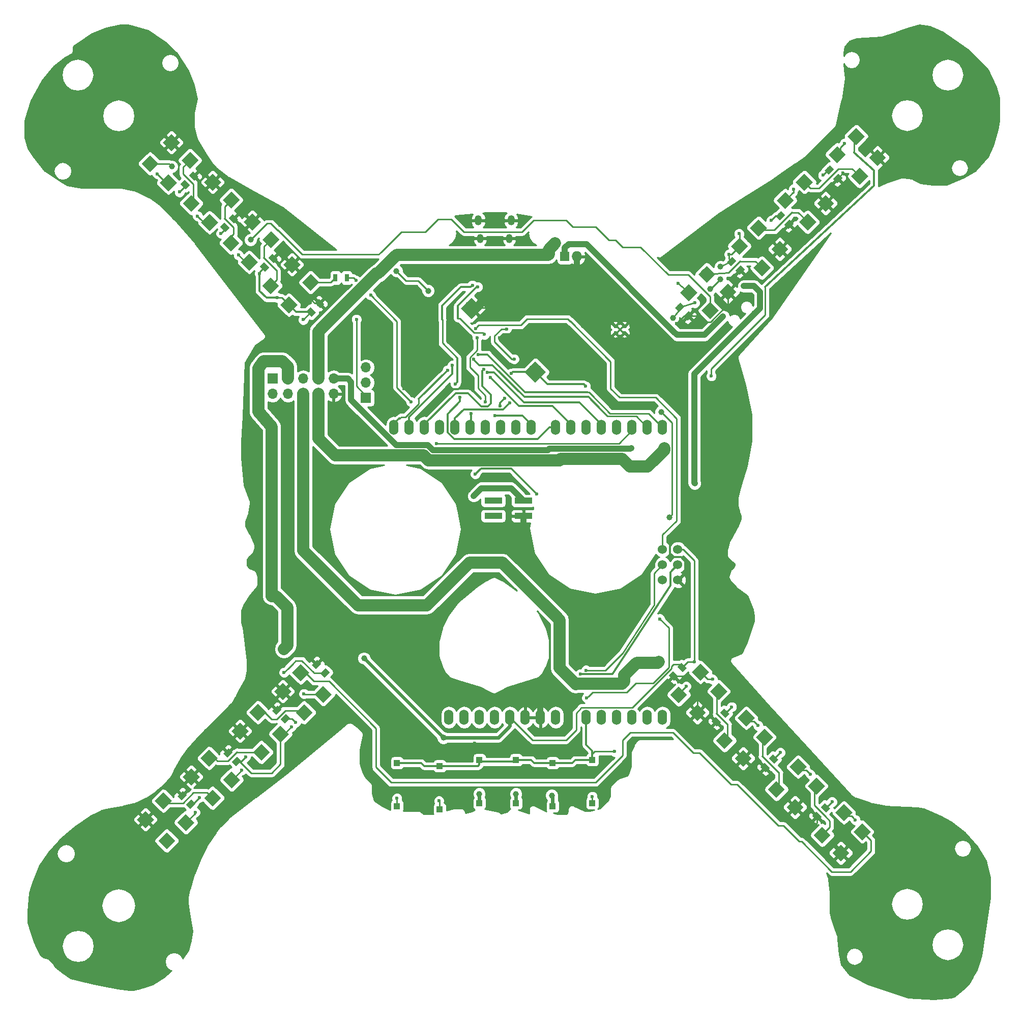
<source format=gbr>
G04 #@! TF.GenerationSoftware,KiCad,Pcbnew,(5.0.0-rc2-dev-26-g0d794b2)*
G04 #@! TF.CreationDate,2018-07-01T20:50:17-07:00*
G04 #@! TF.ProjectId,Skull_badge,536B756C6C5F62616467652E6B696361,rev?*
G04 #@! TF.SameCoordinates,Original*
G04 #@! TF.FileFunction,Copper,L2,Bot,Signal*
G04 #@! TF.FilePolarity,Positive*
%FSLAX46Y46*%
G04 Gerber Fmt 4.6, Leading zero omitted, Abs format (unit mm)*
G04 Created by KiCad (PCBNEW (5.0.0-rc2-dev-26-g0d794b2)) date Sunday, July 01, 2018 at 08:50:17 PM*
%MOMM*%
%LPD*%
G01*
G04 APERTURE LIST*
%ADD10R,3.000000X1.000000*%
%ADD11O,1.524000X2.540000*%
%ADD12C,1.524000*%
%ADD13R,1.500000X1.500000*%
%ADD14O,1.750000X1.750000*%
%ADD15C,2.000000*%
%ADD16C,0.100000*%
%ADD17R,1.000760X1.000760*%
%ADD18O,1.100000X1.500000*%
%ADD19O,1.200000X1.700000*%
%ADD20C,1.000000*%
%ADD21R,1.700000X1.700000*%
%ADD22O,1.700000X1.700000*%
%ADD23R,0.700000X1.300000*%
%ADD24C,2.524000*%
%ADD25C,0.600000*%
%ADD26C,0.800000*%
%ADD27C,0.250000*%
%ADD28C,1.000000*%
%ADD29C,0.300000*%
%ADD30C,2.000000*%
%ADD31C,0.600000*%
%ADD32C,0.254000*%
G04 APERTURE END LIST*
D10*
X129149113Y-123402157D03*
X124109113Y-123402157D03*
X129149113Y-120862157D03*
X124109113Y-120862157D03*
D11*
X152302000Y-156946000D03*
X149762000Y-156946000D03*
X147222000Y-156946000D03*
X139602000Y-156946000D03*
X142142000Y-156946000D03*
X144682000Y-156946000D03*
X134522000Y-156946000D03*
X131982000Y-156946000D03*
X129442000Y-156946000D03*
X124362000Y-156946000D03*
X121822000Y-156946000D03*
X152302000Y-108686000D03*
X149762000Y-108686000D03*
X147222000Y-108686000D03*
X144682000Y-108686000D03*
X142142000Y-108686000D03*
X139602000Y-108686000D03*
X137062000Y-108686000D03*
X134522000Y-108686000D03*
X130458000Y-108686000D03*
X127918000Y-108686000D03*
X125378000Y-108686000D03*
X122838000Y-108686000D03*
X120298000Y-108686000D03*
X117758000Y-108686000D03*
X115218000Y-108686000D03*
X112678000Y-108686000D03*
X126902000Y-156946000D03*
X110138000Y-108686000D03*
X107598000Y-108686000D03*
X119282000Y-156946000D03*
X116742000Y-156946000D03*
D12*
X152302000Y-129006000D03*
X154842000Y-129006000D03*
X152302000Y-131546000D03*
X154842000Y-131546000D03*
X152302000Y-134086000D03*
X154842000Y-134086000D03*
D13*
X136046000Y-80238000D03*
D14*
X138046000Y-80238000D03*
D15*
X163174691Y-86108843D03*
D16*
G36*
X161760477Y-86108843D02*
X163174691Y-84694629D01*
X164588905Y-86108843D01*
X163174691Y-87523057D01*
X161760477Y-86108843D01*
X161760477Y-86108843D01*
G37*
D15*
X160204843Y-89220113D03*
D16*
G36*
X158790629Y-89220113D02*
X160204843Y-87805899D01*
X161619057Y-89220113D01*
X160204843Y-90634327D01*
X158790629Y-89220113D01*
X158790629Y-89220113D01*
G37*
D15*
X159654113Y-83207157D03*
D16*
G36*
X158239899Y-83207157D02*
X159654113Y-81792943D01*
X161068327Y-83207157D01*
X159654113Y-84621371D01*
X158239899Y-83207157D01*
X158239899Y-83207157D01*
G37*
D15*
X156654112Y-86207157D03*
D16*
G36*
X155239898Y-86207157D02*
X156654112Y-84792943D01*
X158068326Y-86207157D01*
X156654112Y-87621371D01*
X155239898Y-86207157D01*
X155239898Y-86207157D01*
G37*
D15*
X70542843Y-61237309D03*
D16*
G36*
X70542843Y-62651523D02*
X69128629Y-61237309D01*
X70542843Y-59823095D01*
X71957057Y-61237309D01*
X70542843Y-62651523D01*
X70542843Y-62651523D01*
G37*
D15*
X73654113Y-64207157D03*
D16*
G36*
X73654113Y-65621371D02*
X72239899Y-64207157D01*
X73654113Y-62792943D01*
X75068327Y-64207157D01*
X73654113Y-65621371D01*
X73654113Y-65621371D01*
G37*
D15*
X67007309Y-64772843D03*
D16*
G36*
X67007309Y-66187057D02*
X65593095Y-64772843D01*
X67007309Y-63358629D01*
X68421523Y-64772843D01*
X67007309Y-66187057D01*
X67007309Y-66187057D01*
G37*
D15*
X70047868Y-67954823D03*
D16*
G36*
X70047868Y-69369037D02*
X68633654Y-67954823D01*
X70047868Y-66540609D01*
X71462082Y-67954823D01*
X70047868Y-69369037D01*
X70047868Y-69369037D01*
G37*
D17*
X140618000Y-171213180D03*
X140618000Y-164014820D03*
X134014000Y-171721180D03*
X134014000Y-164522820D03*
X127918000Y-171213180D03*
X127918000Y-164014820D03*
X121822000Y-171213180D03*
X121822000Y-164014820D03*
X115218000Y-172229180D03*
X115218000Y-165030820D03*
X108106000Y-171721180D03*
X108106000Y-164522820D03*
D18*
X126782000Y-77222500D03*
X121942000Y-77222500D03*
D19*
X127092000Y-74222500D03*
X121632000Y-74222500D03*
D20*
X93792893Y-89457107D03*
D16*
G36*
X93881281Y-90252602D02*
X92997398Y-89368719D01*
X93704505Y-88661612D01*
X94588388Y-89545495D01*
X93881281Y-90252602D01*
X93881281Y-90252602D01*
G37*
D20*
X95207107Y-88042893D03*
D16*
G36*
X95295495Y-88838388D02*
X94411612Y-87954505D01*
X95118719Y-87247398D01*
X96002602Y-88131281D01*
X95295495Y-88838388D01*
X95295495Y-88838388D01*
G37*
D20*
X86062893Y-81961107D03*
D16*
G36*
X86151281Y-82756602D02*
X85267398Y-81872719D01*
X85974505Y-81165612D01*
X86858388Y-82049495D01*
X86151281Y-82756602D01*
X86151281Y-82756602D01*
G37*
D20*
X87477107Y-80546893D03*
D16*
G36*
X87565495Y-81342388D02*
X86681612Y-80458505D01*
X87388719Y-79751398D01*
X88272602Y-80635281D01*
X87565495Y-81342388D01*
X87565495Y-81342388D01*
G37*
D20*
X79458893Y-75357107D03*
D16*
G36*
X79547281Y-76152602D02*
X78663398Y-75268719D01*
X79370505Y-74561612D01*
X80254388Y-75445495D01*
X79547281Y-76152602D01*
X79547281Y-76152602D01*
G37*
D20*
X80873107Y-73942893D03*
D16*
G36*
X80961495Y-74738388D02*
X80077612Y-73854505D01*
X80784719Y-73147398D01*
X81668602Y-74031281D01*
X80961495Y-74738388D01*
X80961495Y-74738388D01*
G37*
D20*
X72854893Y-68245107D03*
D16*
G36*
X72943281Y-69040602D02*
X72059398Y-68156719D01*
X72766505Y-67449612D01*
X73650388Y-68333495D01*
X72943281Y-69040602D01*
X72943281Y-69040602D01*
G37*
D20*
X74269107Y-66830893D03*
D16*
G36*
X74357495Y-67626388D02*
X73473612Y-66742505D01*
X74180719Y-66035398D01*
X75064602Y-66919281D01*
X74357495Y-67626388D01*
X74357495Y-67626388D01*
G37*
D20*
X155150893Y-88674893D03*
D16*
G36*
X154355398Y-88763281D02*
X155239281Y-87879398D01*
X155946388Y-88586505D01*
X155062505Y-89470388D01*
X154355398Y-88763281D01*
X154355398Y-88763281D01*
G37*
D20*
X156565107Y-90089107D03*
D16*
G36*
X155769612Y-90177495D02*
X156653495Y-89293612D01*
X157360602Y-90000719D01*
X156476719Y-90884602D01*
X155769612Y-90177495D01*
X155769612Y-90177495D01*
G37*
D20*
X163786893Y-81054893D03*
D16*
G36*
X162991398Y-81143281D02*
X163875281Y-80259398D01*
X164582388Y-80966505D01*
X163698505Y-81850388D01*
X162991398Y-81143281D01*
X162991398Y-81143281D01*
G37*
D20*
X165201107Y-82469107D03*
D16*
G36*
X164405612Y-82557495D02*
X165289495Y-81673612D01*
X165996602Y-82380719D01*
X165112719Y-83264602D01*
X164405612Y-82557495D01*
X164405612Y-82557495D01*
G37*
D20*
X171914893Y-73434893D03*
D16*
G36*
X171119398Y-73523281D02*
X172003281Y-72639398D01*
X172710388Y-73346505D01*
X171826505Y-74230388D01*
X171119398Y-73523281D01*
X171119398Y-73523281D01*
G37*
D20*
X173329107Y-74849107D03*
D16*
G36*
X172533612Y-74937495D02*
X173417495Y-74053612D01*
X174124602Y-74760719D01*
X173240719Y-75644602D01*
X172533612Y-74937495D01*
X172533612Y-74937495D01*
G37*
D20*
X180042893Y-65814893D03*
D16*
G36*
X179247398Y-65903281D02*
X180131281Y-65019398D01*
X180838388Y-65726505D01*
X179954505Y-66610388D01*
X179247398Y-65903281D01*
X179247398Y-65903281D01*
G37*
D20*
X181457107Y-67229107D03*
D16*
G36*
X180661612Y-67317495D02*
X181545495Y-66433612D01*
X182252602Y-67140719D01*
X181368719Y-68024602D01*
X180661612Y-67317495D01*
X180661612Y-67317495D01*
G37*
D20*
X96113107Y-149525107D03*
D16*
G36*
X96908602Y-149436719D02*
X96024719Y-150320602D01*
X95317612Y-149613495D01*
X96201495Y-148729612D01*
X96908602Y-149436719D01*
X96908602Y-149436719D01*
G37*
D20*
X94698893Y-148110893D03*
D16*
G36*
X95494388Y-148022505D02*
X94610505Y-148906388D01*
X93903398Y-148199281D01*
X94787281Y-147315398D01*
X95494388Y-148022505D01*
X95494388Y-148022505D01*
G37*
D20*
X89509107Y-157145107D03*
D16*
G36*
X90304602Y-157056719D02*
X89420719Y-157940602D01*
X88713612Y-157233495D01*
X89597495Y-156349612D01*
X90304602Y-157056719D01*
X90304602Y-157056719D01*
G37*
D20*
X88094893Y-155730893D03*
D16*
G36*
X88890388Y-155642505D02*
X88006505Y-156526388D01*
X87299398Y-155819281D01*
X88183281Y-154935398D01*
X88890388Y-155642505D01*
X88890388Y-155642505D01*
G37*
D20*
X81381107Y-164257107D03*
D16*
G36*
X82176602Y-164168719D02*
X81292719Y-165052602D01*
X80585612Y-164345495D01*
X81469495Y-163461612D01*
X82176602Y-164168719D01*
X82176602Y-164168719D01*
G37*
D20*
X79966893Y-162842893D03*
D16*
G36*
X80762388Y-162754505D02*
X79878505Y-163638388D01*
X79171398Y-162931281D01*
X80055281Y-162047398D01*
X80762388Y-162754505D01*
X80762388Y-162754505D01*
G37*
D20*
X73761107Y-171369107D03*
D16*
G36*
X74556602Y-171280719D02*
X73672719Y-172164602D01*
X72965612Y-171457495D01*
X73849495Y-170573612D01*
X74556602Y-171280719D01*
X74556602Y-171280719D01*
G37*
D20*
X72346893Y-169954893D03*
D16*
G36*
X73142388Y-169866505D02*
X72258505Y-170750388D01*
X71551398Y-170043281D01*
X72435281Y-169159398D01*
X73142388Y-169866505D01*
X73142388Y-169866505D01*
G37*
D20*
X155549107Y-148618893D03*
D16*
G36*
X155460719Y-147823398D02*
X156344602Y-148707281D01*
X155637495Y-149414388D01*
X154753612Y-148530505D01*
X155460719Y-147823398D01*
X155460719Y-147823398D01*
G37*
D20*
X154134893Y-150033107D03*
D16*
G36*
X154046505Y-149237612D02*
X154930388Y-150121495D01*
X154223281Y-150828602D01*
X153339398Y-149944719D01*
X154046505Y-149237612D01*
X154046505Y-149237612D01*
G37*
D20*
X162661107Y-156238893D03*
D16*
G36*
X162572719Y-155443398D02*
X163456602Y-156327281D01*
X162749495Y-157034388D01*
X161865612Y-156150505D01*
X162572719Y-155443398D01*
X162572719Y-155443398D01*
G37*
D20*
X161246893Y-157653107D03*
D16*
G36*
X161158505Y-156857612D02*
X162042388Y-157741495D01*
X161335281Y-158448602D01*
X160451398Y-157564719D01*
X161158505Y-156857612D01*
X161158505Y-156857612D01*
G37*
D20*
X170789107Y-163858893D03*
D16*
G36*
X170700719Y-163063398D02*
X171584602Y-163947281D01*
X170877495Y-164654388D01*
X169993612Y-163770505D01*
X170700719Y-163063398D01*
X170700719Y-163063398D01*
G37*
D20*
X169374893Y-165273107D03*
D16*
G36*
X169286505Y-164477612D02*
X170170388Y-165361495D01*
X169463281Y-166068602D01*
X168579398Y-165184719D01*
X169286505Y-164477612D01*
X169286505Y-164477612D01*
G37*
D20*
X179425107Y-171986893D03*
D16*
G36*
X179336719Y-171191398D02*
X180220602Y-172075281D01*
X179513495Y-172782388D01*
X178629612Y-171898505D01*
X179336719Y-171191398D01*
X179336719Y-171191398D01*
G37*
D20*
X178010893Y-173401107D03*
D16*
G36*
X177922505Y-172605612D02*
X178806388Y-173489495D01*
X178099281Y-174196602D01*
X177215398Y-173312719D01*
X177922505Y-172605612D01*
X177922505Y-172605612D01*
G37*
D21*
X87405000Y-100558000D03*
D22*
X87405000Y-103098000D03*
X89945000Y-100558000D03*
X89945000Y-103098000D03*
X92485000Y-100558000D03*
X92485000Y-103098000D03*
X95025000Y-100558000D03*
X95025000Y-103098000D03*
X97565000Y-100558000D03*
X97565000Y-103098000D03*
D23*
X97850113Y-83765157D03*
X99750113Y-83765157D03*
D24*
X131106602Y-99456602D03*
D16*
G36*
X132891340Y-99456602D02*
X131106602Y-101241340D01*
X129321864Y-99456602D01*
X131106602Y-97671864D01*
X132891340Y-99456602D01*
X132891340Y-99456602D01*
G37*
D24*
X120500000Y-88850000D03*
D16*
G36*
X122284738Y-88850000D02*
X120500000Y-90634738D01*
X118715262Y-88850000D01*
X120500000Y-87065262D01*
X122284738Y-88850000D01*
X122284738Y-88850000D01*
G37*
D25*
X144464900Y-92873700D03*
X145964900Y-92873700D03*
X144464900Y-91873700D03*
X145964900Y-91873700D03*
X145214900Y-92373700D03*
D21*
X102920800Y-103759000D03*
D22*
X102920800Y-101219000D03*
X102920800Y-98679000D03*
D15*
X77400843Y-67841309D03*
D16*
G36*
X77400843Y-69255523D02*
X75986629Y-67841309D01*
X77400843Y-66427095D01*
X78815057Y-67841309D01*
X77400843Y-69255523D01*
X77400843Y-69255523D01*
G37*
D15*
X80512113Y-70811157D03*
D16*
G36*
X80512113Y-72225371D02*
X79097899Y-70811157D01*
X80512113Y-69396943D01*
X81926327Y-70811157D01*
X80512113Y-72225371D01*
X80512113Y-72225371D01*
G37*
D15*
X73865309Y-71376843D03*
D16*
G36*
X73865309Y-72791057D02*
X72451095Y-71376843D01*
X73865309Y-69962629D01*
X75279523Y-71376843D01*
X73865309Y-72791057D01*
X73865309Y-72791057D01*
G37*
D15*
X76905868Y-74558823D03*
D16*
G36*
X76905868Y-75973037D02*
X75491654Y-74558823D01*
X76905868Y-73144609D01*
X78320082Y-74558823D01*
X76905868Y-75973037D01*
X76905868Y-75973037D01*
G37*
D15*
X84004843Y-74445309D03*
D16*
G36*
X84004843Y-75859523D02*
X82590629Y-74445309D01*
X84004843Y-73031095D01*
X85419057Y-74445309D01*
X84004843Y-75859523D01*
X84004843Y-75859523D01*
G37*
D15*
X87116113Y-77415157D03*
D16*
G36*
X87116113Y-78829371D02*
X85701899Y-77415157D01*
X87116113Y-76000943D01*
X88530327Y-77415157D01*
X87116113Y-78829371D01*
X87116113Y-78829371D01*
G37*
D15*
X80469309Y-77980843D03*
D16*
G36*
X80469309Y-79395057D02*
X79055095Y-77980843D01*
X80469309Y-76566629D01*
X81883523Y-77980843D01*
X80469309Y-79395057D01*
X80469309Y-79395057D01*
G37*
D15*
X83509868Y-81162823D03*
D16*
G36*
X83509868Y-82577037D02*
X82095654Y-81162823D01*
X83509868Y-79748609D01*
X84924082Y-81162823D01*
X83509868Y-82577037D01*
X83509868Y-82577037D01*
G37*
D15*
X90608843Y-81557309D03*
D16*
G36*
X90608843Y-82971523D02*
X89194629Y-81557309D01*
X90608843Y-80143095D01*
X92023057Y-81557309D01*
X90608843Y-82971523D01*
X90608843Y-82971523D01*
G37*
D15*
X93720113Y-84527157D03*
D16*
G36*
X93720113Y-85941371D02*
X92305899Y-84527157D01*
X93720113Y-83112943D01*
X95134327Y-84527157D01*
X93720113Y-85941371D01*
X93720113Y-85941371D01*
G37*
D15*
X87073309Y-85092843D03*
D16*
G36*
X87073309Y-86507057D02*
X85659095Y-85092843D01*
X87073309Y-83678629D01*
X88487523Y-85092843D01*
X87073309Y-86507057D01*
X87073309Y-86507057D01*
G37*
D15*
X90113868Y-88274823D03*
D16*
G36*
X90113868Y-89689037D02*
X88699654Y-88274823D01*
X90113868Y-86860609D01*
X91528082Y-88274823D01*
X90113868Y-89689037D01*
X90113868Y-89689037D01*
G37*
D15*
X188066691Y-63756843D03*
D16*
G36*
X186652477Y-63756843D02*
X188066691Y-62342629D01*
X189480905Y-63756843D01*
X188066691Y-65171057D01*
X186652477Y-63756843D01*
X186652477Y-63756843D01*
G37*
D15*
X185096843Y-66868113D03*
D16*
G36*
X183682629Y-66868113D02*
X185096843Y-65453899D01*
X186511057Y-66868113D01*
X185096843Y-68282327D01*
X183682629Y-66868113D01*
X183682629Y-66868113D01*
G37*
D15*
X184531157Y-60221309D03*
D16*
G36*
X183116943Y-60221309D02*
X184531157Y-58807095D01*
X185945371Y-60221309D01*
X184531157Y-61635523D01*
X183116943Y-60221309D01*
X183116943Y-60221309D01*
G37*
D15*
X181349177Y-63261868D03*
D16*
G36*
X179934963Y-63261868D02*
X181349177Y-61847654D01*
X182763391Y-63261868D01*
X181349177Y-64676082D01*
X179934963Y-63261868D01*
X179934963Y-63261868D01*
G37*
D15*
X179430691Y-71376843D03*
D16*
G36*
X178016477Y-71376843D02*
X179430691Y-69962629D01*
X180844905Y-71376843D01*
X179430691Y-72791057D01*
X178016477Y-71376843D01*
X178016477Y-71376843D01*
G37*
D15*
X176460843Y-74488113D03*
D16*
G36*
X175046629Y-74488113D02*
X176460843Y-73073899D01*
X177875057Y-74488113D01*
X176460843Y-75902327D01*
X175046629Y-74488113D01*
X175046629Y-74488113D01*
G37*
D15*
X175895157Y-67841309D03*
D16*
G36*
X174480943Y-67841309D02*
X175895157Y-66427095D01*
X177309371Y-67841309D01*
X175895157Y-69255523D01*
X174480943Y-67841309D01*
X174480943Y-67841309D01*
G37*
D15*
X172713177Y-70881868D03*
D16*
G36*
X171298963Y-70881868D02*
X172713177Y-69467654D01*
X174127391Y-70881868D01*
X172713177Y-72296082D01*
X171298963Y-70881868D01*
X171298963Y-70881868D01*
G37*
D15*
X171810691Y-78996843D03*
D16*
G36*
X170396477Y-78996843D02*
X171810691Y-77582629D01*
X173224905Y-78996843D01*
X171810691Y-80411057D01*
X170396477Y-78996843D01*
X170396477Y-78996843D01*
G37*
D15*
X168840843Y-82108113D03*
D16*
G36*
X167426629Y-82108113D02*
X168840843Y-80693899D01*
X170255057Y-82108113D01*
X168840843Y-83522327D01*
X167426629Y-82108113D01*
X167426629Y-82108113D01*
G37*
D15*
X168275157Y-75461309D03*
D16*
G36*
X166860943Y-75461309D02*
X168275157Y-74047095D01*
X169689371Y-75461309D01*
X168275157Y-76875523D01*
X166860943Y-75461309D01*
X166860943Y-75461309D01*
G37*
D15*
X165093177Y-78501868D03*
D16*
G36*
X163678963Y-78501868D02*
X165093177Y-77087654D01*
X166507391Y-78501868D01*
X165093177Y-79916082D01*
X163678963Y-78501868D01*
X163678963Y-78501868D01*
G37*
D15*
X181991157Y-179502691D03*
D16*
G36*
X181991157Y-178088477D02*
X183405371Y-179502691D01*
X181991157Y-180916905D01*
X180576943Y-179502691D01*
X181991157Y-178088477D01*
X181991157Y-178088477D01*
G37*
D15*
X178879887Y-176532843D03*
D16*
G36*
X178879887Y-175118629D02*
X180294101Y-176532843D01*
X178879887Y-177947057D01*
X177465673Y-176532843D01*
X178879887Y-175118629D01*
X178879887Y-175118629D01*
G37*
D15*
X185526691Y-175967157D03*
D16*
G36*
X185526691Y-174552943D02*
X186940905Y-175967157D01*
X185526691Y-177381371D01*
X184112477Y-175967157D01*
X185526691Y-174552943D01*
X185526691Y-174552943D01*
G37*
D15*
X182486132Y-172785177D03*
D16*
G36*
X182486132Y-171370963D02*
X183900346Y-172785177D01*
X182486132Y-174199391D01*
X181071918Y-172785177D01*
X182486132Y-171370963D01*
X182486132Y-171370963D01*
G37*
D15*
X174371157Y-171882691D03*
D16*
G36*
X174371157Y-170468477D02*
X175785371Y-171882691D01*
X174371157Y-173296905D01*
X172956943Y-171882691D01*
X174371157Y-170468477D01*
X174371157Y-170468477D01*
G37*
D15*
X171259887Y-168912843D03*
D16*
G36*
X171259887Y-167498629D02*
X172674101Y-168912843D01*
X171259887Y-170327057D01*
X169845673Y-168912843D01*
X171259887Y-167498629D01*
X171259887Y-167498629D01*
G37*
D15*
X177906691Y-168347157D03*
D16*
G36*
X177906691Y-166932943D02*
X179320905Y-168347157D01*
X177906691Y-169761371D01*
X176492477Y-168347157D01*
X177906691Y-166932943D01*
X177906691Y-166932943D01*
G37*
D15*
X174866132Y-165165177D03*
D16*
G36*
X174866132Y-163750963D02*
X176280346Y-165165177D01*
X174866132Y-166579391D01*
X173451918Y-165165177D01*
X174866132Y-163750963D01*
X174866132Y-163750963D01*
G37*
D15*
X165735157Y-163754691D03*
D16*
G36*
X165735157Y-162340477D02*
X167149371Y-163754691D01*
X165735157Y-165168905D01*
X164320943Y-163754691D01*
X165735157Y-162340477D01*
X165735157Y-162340477D01*
G37*
D15*
X162623887Y-160784843D03*
D16*
G36*
X162623887Y-159370629D02*
X164038101Y-160784843D01*
X162623887Y-162199057D01*
X161209673Y-160784843D01*
X162623887Y-159370629D01*
X162623887Y-159370629D01*
G37*
D15*
X169270691Y-160219157D03*
D16*
G36*
X169270691Y-158804943D02*
X170684905Y-160219157D01*
X169270691Y-161633371D01*
X167856477Y-160219157D01*
X169270691Y-158804943D01*
X169270691Y-158804943D01*
G37*
D15*
X166230132Y-157037177D03*
D16*
G36*
X166230132Y-155622963D02*
X167644346Y-157037177D01*
X166230132Y-158451391D01*
X164815918Y-157037177D01*
X166230132Y-155622963D01*
X166230132Y-155622963D01*
G37*
D15*
X158115157Y-156134691D03*
D16*
G36*
X158115157Y-154720477D02*
X159529371Y-156134691D01*
X158115157Y-157548905D01*
X156700943Y-156134691D01*
X158115157Y-154720477D01*
X158115157Y-154720477D01*
G37*
D15*
X155003887Y-153164843D03*
D16*
G36*
X155003887Y-151750629D02*
X156418101Y-153164843D01*
X155003887Y-154579057D01*
X153589673Y-153164843D01*
X155003887Y-151750629D01*
X155003887Y-151750629D01*
G37*
D15*
X161650691Y-152599157D03*
D16*
G36*
X161650691Y-151184943D02*
X163064905Y-152599157D01*
X161650691Y-154013371D01*
X160236477Y-152599157D01*
X161650691Y-151184943D01*
X161650691Y-151184943D01*
G37*
D15*
X158610132Y-149417177D03*
D16*
G36*
X158610132Y-148002963D02*
X160024346Y-149417177D01*
X158610132Y-150831391D01*
X157195918Y-149417177D01*
X158610132Y-148002963D01*
X158610132Y-148002963D01*
G37*
D15*
X89105309Y-152599157D03*
D16*
G36*
X90519523Y-152599157D02*
X89105309Y-154013371D01*
X87691095Y-152599157D01*
X89105309Y-151184943D01*
X90519523Y-152599157D01*
X90519523Y-152599157D01*
G37*
D15*
X92075157Y-149487887D03*
D16*
G36*
X93489371Y-149487887D02*
X92075157Y-150902101D01*
X90660943Y-149487887D01*
X92075157Y-148073673D01*
X93489371Y-149487887D01*
X93489371Y-149487887D01*
G37*
D15*
X92640843Y-156134691D03*
D16*
G36*
X94055057Y-156134691D02*
X92640843Y-157548905D01*
X91226629Y-156134691D01*
X92640843Y-154720477D01*
X94055057Y-156134691D01*
X94055057Y-156134691D01*
G37*
D15*
X95822823Y-153094132D03*
D16*
G36*
X97237037Y-153094132D02*
X95822823Y-154508346D01*
X94408609Y-153094132D01*
X95822823Y-151679918D01*
X97237037Y-153094132D01*
X97237037Y-153094132D01*
G37*
D15*
X81993309Y-159203157D03*
D16*
G36*
X83407523Y-159203157D02*
X81993309Y-160617371D01*
X80579095Y-159203157D01*
X81993309Y-157788943D01*
X83407523Y-159203157D01*
X83407523Y-159203157D01*
G37*
D15*
X84963157Y-156091887D03*
D16*
G36*
X86377371Y-156091887D02*
X84963157Y-157506101D01*
X83548943Y-156091887D01*
X84963157Y-154677673D01*
X86377371Y-156091887D01*
X86377371Y-156091887D01*
G37*
D15*
X85528843Y-162738691D03*
D16*
G36*
X86943057Y-162738691D02*
X85528843Y-164152905D01*
X84114629Y-162738691D01*
X85528843Y-161324477D01*
X86943057Y-162738691D01*
X86943057Y-162738691D01*
G37*
D15*
X88710823Y-159698132D03*
D16*
G36*
X90125037Y-159698132D02*
X88710823Y-161112346D01*
X87296609Y-159698132D01*
X88710823Y-158283918D01*
X90125037Y-159698132D01*
X90125037Y-159698132D01*
G37*
D15*
X73865309Y-166823157D03*
D16*
G36*
X75279523Y-166823157D02*
X73865309Y-168237371D01*
X72451095Y-166823157D01*
X73865309Y-165408943D01*
X75279523Y-166823157D01*
X75279523Y-166823157D01*
G37*
D15*
X76835157Y-163711887D03*
D16*
G36*
X78249371Y-163711887D02*
X76835157Y-165126101D01*
X75420943Y-163711887D01*
X76835157Y-162297673D01*
X78249371Y-163711887D01*
X78249371Y-163711887D01*
G37*
D15*
X77400843Y-170358691D03*
D16*
G36*
X78815057Y-170358691D02*
X77400843Y-171772905D01*
X75986629Y-170358691D01*
X77400843Y-168944477D01*
X78815057Y-170358691D01*
X78815057Y-170358691D01*
G37*
D15*
X80582823Y-167318132D03*
D16*
G36*
X81997037Y-167318132D02*
X80582823Y-168732346D01*
X79168609Y-167318132D01*
X80582823Y-165903918D01*
X81997037Y-167318132D01*
X81997037Y-167318132D01*
G37*
D15*
X66245309Y-173935157D03*
D16*
G36*
X67659523Y-173935157D02*
X66245309Y-175349371D01*
X64831095Y-173935157D01*
X66245309Y-172520943D01*
X67659523Y-173935157D01*
X67659523Y-173935157D01*
G37*
D15*
X69215157Y-170823887D03*
D16*
G36*
X70629371Y-170823887D02*
X69215157Y-172238101D01*
X67800943Y-170823887D01*
X69215157Y-169409673D01*
X70629371Y-170823887D01*
X70629371Y-170823887D01*
G37*
D15*
X69780843Y-177470691D03*
D16*
G36*
X71195057Y-177470691D02*
X69780843Y-178884905D01*
X68366629Y-177470691D01*
X69780843Y-176056477D01*
X71195057Y-177470691D01*
X71195057Y-177470691D01*
G37*
D15*
X72962823Y-174430132D03*
D16*
G36*
X74377037Y-174430132D02*
X72962823Y-175844346D01*
X71548609Y-174430132D01*
X72962823Y-173015918D01*
X74377037Y-174430132D01*
X74377037Y-174430132D01*
G37*
D25*
X157979113Y-91032157D03*
X89839113Y-111132157D03*
X96479113Y-86802157D03*
X134299113Y-151642157D03*
X137849113Y-148132157D03*
X154654113Y-91357157D03*
X151384000Y-95694500D03*
X125204113Y-93782157D03*
X128210413Y-95410413D03*
X121000000Y-161200000D03*
X125400004Y-163100000D03*
X108423500Y-105828500D03*
X109250000Y-102250000D03*
X125100000Y-88800000D03*
X110300000Y-91600000D03*
X105829113Y-84782157D03*
X185632553Y-62474877D03*
X182279113Y-66357157D03*
X177667113Y-174887657D03*
X180588113Y-177618157D03*
X146615613Y-164727657D03*
X93783613Y-87384657D03*
X152604113Y-100932157D03*
X115760500Y-85267800D03*
X139865100Y-90271600D03*
X141909800Y-90271600D03*
X122824992Y-85697073D03*
X116615000Y-90144000D03*
X111535000Y-107225500D03*
X131150000Y-87950000D03*
X135650006Y-93650000D03*
X120054716Y-94475014D03*
X128791950Y-93091949D03*
X119500000Y-101900000D03*
X128700000Y-98300000D03*
X139654113Y-153707157D03*
X151825153Y-140539237D03*
X122579444Y-99004455D03*
X121154113Y-92207157D03*
X139559113Y-149091657D03*
X139559113Y-149091657D03*
X101340113Y-90686657D03*
X138654113Y-149707157D03*
X127150000Y-99650012D03*
X139500000Y-101800000D03*
X144329613Y-162632157D03*
X101254113Y-84182157D03*
X103729113Y-86682157D03*
X110420613Y-104402657D03*
X123157670Y-99557333D03*
X126000000Y-103850000D03*
X125250000Y-105075000D03*
X124400000Y-106700000D03*
X118600000Y-103700000D03*
X123650000Y-100350000D03*
X160426400Y-100126800D03*
X156250000Y-151750000D03*
X121129113Y-116432157D03*
X131329113Y-119732157D03*
X116500000Y-99150000D03*
X114629113Y-111382156D03*
X117300000Y-98350000D03*
X121650000Y-96550000D03*
X120850000Y-97350000D03*
X120400000Y-106400000D03*
X126883051Y-104566949D03*
X121557954Y-85280978D03*
X122654113Y-93207157D03*
X117821500Y-101447000D03*
X120650000Y-85000002D03*
D26*
X134345990Y-78111103D03*
X131629113Y-79957157D03*
X133354113Y-79832157D03*
X152929113Y-112109957D03*
X152929113Y-112109957D03*
X151936913Y-113102157D03*
X150606913Y-114432157D03*
X151936913Y-113102157D03*
X89829113Y-143932157D03*
X89829113Y-143932157D03*
X89829113Y-142132157D03*
X89829113Y-140332157D03*
X89829113Y-140332157D03*
X89275113Y-145550657D03*
X151629113Y-147732157D03*
X149829113Y-147732157D03*
X148029113Y-147832157D03*
D20*
X162354113Y-90207157D03*
X165829113Y-85132157D03*
X157654113Y-118007157D03*
X147054113Y-112107157D03*
D25*
X108100000Y-170400000D03*
X115100000Y-170800000D03*
D20*
X121787113Y-169680657D03*
X127883113Y-169680657D03*
X133852113Y-169934657D03*
D25*
X140600000Y-170100000D03*
X121450000Y-93750000D03*
X122804811Y-104449990D03*
D20*
X83742993Y-77455797D03*
X70601033Y-65263797D03*
D25*
X165029113Y-76432157D03*
X126310213Y-92295752D03*
X157600000Y-147700000D03*
D20*
X153429113Y-123632157D03*
X152079113Y-106107157D03*
X154029113Y-90432157D03*
D25*
X157654113Y-87957157D03*
D20*
X160254113Y-85607157D03*
X161904113Y-84007157D03*
X161929113Y-81932157D03*
X113304113Y-85932157D03*
X108004113Y-82657157D03*
D25*
X127600000Y-97300000D03*
X85200000Y-83100000D03*
X88200000Y-87100000D03*
X163800000Y-155200000D03*
D20*
X102605033Y-147102597D03*
X115823193Y-160325837D03*
D25*
X160600000Y-150600000D03*
X176900000Y-166400000D03*
X182600000Y-61400000D03*
X174100000Y-69000000D03*
X163351000Y-79857000D03*
X81700000Y-80000000D03*
X68200000Y-66500000D03*
X74500000Y-172750000D03*
X92612000Y-153009000D03*
X89310000Y-149453000D03*
X184373128Y-174000000D03*
X92500000Y-90750000D03*
X180500000Y-171000000D03*
X171900000Y-162800000D03*
X168200000Y-158300000D03*
X75200000Y-170300000D03*
X82250000Y-165750000D03*
X82900000Y-163500000D03*
X90500000Y-158500000D03*
X91250000Y-157750000D03*
X154913793Y-84659237D03*
X179000000Y-66700000D03*
X170400000Y-74200000D03*
X71900000Y-69500000D03*
X74900000Y-73500000D03*
X78800000Y-76400000D03*
D20*
X120860749Y-120090521D03*
D27*
X156565107Y-90089107D02*
X158686063Y-90089107D01*
X158686063Y-90089107D02*
X159695748Y-91098792D01*
X159695748Y-91098792D02*
X160262478Y-91098792D01*
X160262478Y-91098792D02*
X163174691Y-88186579D01*
X163174691Y-88186579D02*
X163174691Y-86108843D01*
X96479113Y-86802157D02*
X96447843Y-86802157D01*
X96447843Y-86802157D02*
X95207107Y-88042893D01*
D28*
X129149113Y-123402157D02*
X129149113Y-130362157D01*
X131982000Y-153959270D02*
X131982000Y-156946000D01*
X134299113Y-151642157D02*
X131982000Y-153959270D01*
X137849113Y-139062157D02*
X137849113Y-148132157D01*
X129149113Y-130362157D02*
X137849113Y-139062157D01*
D27*
X156565107Y-90089107D02*
X155922163Y-90089107D01*
X155922163Y-90089107D02*
X154654113Y-91357157D01*
X125504112Y-93482158D02*
X125204113Y-93782157D01*
X125894321Y-93091949D02*
X125504112Y-93482158D01*
X128791950Y-93091949D02*
X125894321Y-93091949D01*
D29*
X128210413Y-93673486D02*
X128210413Y-94986149D01*
X128791950Y-93091949D02*
X128210413Y-93673486D01*
X128210413Y-94986149D02*
X128210413Y-95410413D01*
D27*
X125400004Y-163100000D02*
X124996956Y-163100000D01*
X121607157Y-161807157D02*
X121000000Y-161200000D01*
X123704113Y-161807157D02*
X121607157Y-161807157D01*
X124996956Y-163100000D02*
X123704113Y-161807157D01*
X120054716Y-94475014D02*
X120054716Y-94881554D01*
X118954113Y-101354113D02*
X119500000Y-101900000D01*
X118954113Y-95982157D02*
X118954113Y-101354113D01*
X120054716Y-94881554D02*
X118954113Y-95982157D01*
X120550000Y-88800000D02*
X125100000Y-88800000D01*
X120550000Y-88800000D02*
X120500000Y-88850000D01*
X110300000Y-89253044D02*
X110300000Y-91600000D01*
X105829113Y-84782157D02*
X110300000Y-89253044D01*
D29*
X188066691Y-63756843D02*
X186784725Y-62474877D01*
D27*
X182279113Y-66357157D02*
X181479107Y-67229107D01*
D29*
X185632553Y-62474877D02*
X186784725Y-62474877D01*
D27*
X152604113Y-100932157D02*
X154879113Y-100932157D01*
X154879113Y-100932157D02*
X156154113Y-102207157D01*
X156154113Y-102207157D02*
X156154113Y-125150887D01*
X156154113Y-125150887D02*
X154203400Y-127101600D01*
D28*
X120500000Y-88850000D02*
X121538430Y-88850000D01*
X121538430Y-88850000D02*
X124443953Y-85944477D01*
X138046000Y-82512590D02*
X138046000Y-80238000D01*
X134614113Y-85944477D02*
X138046000Y-82512590D01*
X124443953Y-85944477D02*
X134614113Y-85944477D01*
D27*
X181991157Y-179502691D02*
X181991157Y-179021201D01*
X181991157Y-179021201D02*
X180588113Y-177618157D01*
X178010893Y-174543877D02*
X178010893Y-173401107D01*
X177667113Y-174887657D02*
X178010893Y-174543877D01*
X95207107Y-88042893D02*
X94441849Y-88042893D01*
X94441849Y-88042893D02*
X93783613Y-87384657D01*
D28*
X95207107Y-88042893D02*
X95207107Y-88046151D01*
D27*
X158115157Y-156134691D02*
X158115157Y-152115157D01*
X156033107Y-150033107D02*
X154134893Y-150033107D01*
X156033107Y-150033107D02*
X158115157Y-152115157D01*
X178010893Y-173401107D02*
X178348063Y-173401107D01*
X181457107Y-67229107D02*
X181479107Y-67229107D01*
D29*
X145964900Y-92873700D02*
X145714900Y-92873700D01*
X145714900Y-92873700D02*
X145214900Y-92373700D01*
X145964900Y-91873700D02*
X145714900Y-91873700D01*
X145714900Y-91873700D02*
X145214900Y-92373700D01*
X144464900Y-91873700D02*
X144714900Y-91873700D01*
X144714900Y-91873700D02*
X145214900Y-92373700D01*
X144464900Y-92873700D02*
X144714900Y-92873700D01*
X144714900Y-92873700D02*
X145214900Y-92373700D01*
X154842000Y-134086000D02*
X156100000Y-132828000D01*
X156100000Y-132828000D02*
X156100000Y-131000000D01*
X156100000Y-131000000D02*
X155376600Y-130276600D01*
X155376600Y-130276600D02*
X154176600Y-130276600D01*
X154176600Y-130276600D02*
X153550000Y-129650000D01*
X153550000Y-129650000D02*
X153550000Y-127755000D01*
X153550000Y-127755000D02*
X154203400Y-127101600D01*
X161246893Y-157653107D02*
X162175000Y-158581214D01*
X162175000Y-158581214D02*
X162175000Y-159050000D01*
X116615000Y-91035298D02*
X116615000Y-90568264D01*
X116615000Y-90568264D02*
X116615000Y-90144000D01*
X120054716Y-94475014D02*
X116615000Y-91035298D01*
X119500000Y-101900000D02*
X118702000Y-101900000D01*
X118702000Y-101900000D02*
X118329500Y-102272500D01*
X116488000Y-102272500D02*
X111535000Y-107225500D01*
X118329500Y-102272500D02*
X116488000Y-102272500D01*
X95101758Y-88171544D02*
X95207107Y-88042893D01*
D27*
X153329113Y-148632157D02*
X153329113Y-142043197D01*
X153329113Y-142043197D02*
X151825153Y-140539237D01*
X150729113Y-151232157D02*
X153329113Y-148632157D01*
X147853073Y-151232157D02*
X146343833Y-152741397D01*
X147853073Y-151232157D02*
X150729113Y-151232157D01*
X139654113Y-153707157D02*
X139954112Y-153407158D01*
X139954112Y-153407158D02*
X139988352Y-153407158D01*
X139988352Y-153407158D02*
X140654113Y-152741397D01*
X140619873Y-152741397D02*
X140654113Y-152741397D01*
X146343833Y-152741397D02*
X140654113Y-152741397D01*
D29*
X122279445Y-101779445D02*
X122279445Y-99304454D01*
X122279445Y-99304454D02*
X122579444Y-99004455D01*
X112678000Y-108686000D02*
X112678000Y-108178000D01*
X112678000Y-108178000D02*
X117856000Y-103000000D01*
X117856000Y-103000000D02*
X119937998Y-103000000D01*
X123700000Y-103200000D02*
X122279445Y-101779445D01*
X123700000Y-104700000D02*
X123700000Y-103200000D01*
X122137998Y-105200000D02*
X123200000Y-105200000D01*
X123200000Y-105200000D02*
X123700000Y-104700000D01*
X119937998Y-103000000D02*
X122137998Y-105200000D01*
D27*
X129779113Y-90607157D02*
X128715519Y-91670751D01*
X121690519Y-91670751D02*
X121454112Y-91907158D01*
X121454112Y-91907158D02*
X121154113Y-92207157D01*
X128715519Y-91670751D02*
X121690519Y-91670751D01*
X136479113Y-90607157D02*
X129779113Y-90607157D01*
X136954113Y-91082157D02*
X136954113Y-91007157D01*
X136479113Y-90607157D02*
X136954113Y-91082157D01*
X152302000Y-129006000D02*
X152302000Y-126559270D01*
X152302000Y-126559270D02*
X154654113Y-124207157D01*
X154654113Y-124207157D02*
X154654113Y-107207157D01*
X154654113Y-107207157D02*
X151154113Y-103707157D01*
X151154113Y-103707157D02*
X145154113Y-103707157D01*
X145154113Y-103707157D02*
X143654113Y-102207157D01*
X143654113Y-102207157D02*
X143654113Y-97707157D01*
X136954113Y-91007157D02*
X143654113Y-97707157D01*
X102920800Y-98679000D02*
X103299956Y-98679000D01*
X150899113Y-138231557D02*
X150899113Y-132948887D01*
X150899113Y-132948887D02*
X152302000Y-131546000D01*
X139559113Y-149091657D02*
X142802392Y-149091657D01*
X142802392Y-149091657D02*
X145682650Y-146211399D01*
X145682650Y-146211399D02*
X150899113Y-138231557D01*
X102920800Y-103759000D02*
X102920800Y-103379844D01*
X102920800Y-103379844D02*
X101340113Y-101799157D01*
X101340113Y-101799157D02*
X101340113Y-90686657D01*
X138654113Y-149707157D02*
X138654113Y-149741657D01*
X138654113Y-149741657D02*
X138654113Y-149707157D01*
X138654113Y-149707157D02*
X138654113Y-149741657D01*
D29*
X154842000Y-131546000D02*
X153597400Y-132790600D01*
X153597400Y-132790600D02*
X153597400Y-134972000D01*
X153597400Y-134972000D02*
X143942400Y-149741657D01*
X143942400Y-149741657D02*
X138654113Y-149741657D01*
X127343410Y-99456602D02*
X127150000Y-99650012D01*
X131106602Y-99456602D02*
X127343410Y-99456602D01*
X139500000Y-101800000D02*
X139200001Y-101500001D01*
X133150001Y-101500001D02*
X131106602Y-99456602D01*
X139200001Y-101500001D02*
X133150001Y-101500001D01*
D27*
X140618000Y-164014820D02*
X140618000Y-162978270D01*
X140618000Y-162978270D02*
X140964113Y-162632157D01*
X140964113Y-162632157D02*
X144329613Y-162632157D01*
D29*
X121822000Y-164014820D02*
X122132180Y-164325000D01*
X122132180Y-164325000D02*
X127607820Y-164325000D01*
X127607820Y-164325000D02*
X127918000Y-164014820D01*
X140618000Y-164014820D02*
X137750000Y-164014820D01*
X134014000Y-164522820D02*
X137242000Y-164522820D01*
X137242000Y-164522820D02*
X137750000Y-164014820D01*
X130414820Y-164014820D02*
X130922820Y-164522820D01*
X130922820Y-164522820D02*
X134014000Y-164522820D01*
X127918000Y-164014820D02*
X130414820Y-164014820D01*
X112122820Y-164522820D02*
X112630820Y-165030820D01*
X112630820Y-165030820D02*
X115218000Y-165030820D01*
X108106000Y-164522820D02*
X112122820Y-164522820D01*
X115218000Y-165030820D02*
X121606380Y-165030820D01*
X121606380Y-165030820D02*
X121822000Y-164815200D01*
X121822000Y-164815200D02*
X121822000Y-164014820D01*
X140618000Y-162518000D02*
X139602000Y-161502000D01*
X139602000Y-161502000D02*
X139602000Y-156946000D01*
X140618000Y-164014820D02*
X140618000Y-162518000D01*
D27*
X101254113Y-84182157D02*
X100837113Y-83765157D01*
X100837113Y-83765157D02*
X100712113Y-83765157D01*
X108071113Y-91124157D02*
X108071113Y-91024157D01*
X108071113Y-91024157D02*
X103729113Y-86682157D01*
X99750113Y-83765157D02*
X100712113Y-83765157D01*
X108071113Y-102053157D02*
X110420613Y-104402657D01*
X108071113Y-91124157D02*
X108071113Y-102053157D01*
D29*
X142142000Y-108686000D02*
X142142000Y-108178000D01*
X138464000Y-104500000D02*
X129200000Y-104500000D01*
X142142000Y-108178000D02*
X138464000Y-104500000D01*
X129200000Y-104500000D02*
X124257333Y-99557333D01*
X124257333Y-99557333D02*
X123581934Y-99557333D01*
X123581934Y-99557333D02*
X123157670Y-99557333D01*
X125250000Y-105075000D02*
X125250000Y-104600000D01*
X125250000Y-104600000D02*
X126000000Y-103850000D01*
X124400000Y-106700000D02*
X128980000Y-106700000D01*
X128980000Y-106700000D02*
X130458000Y-108178000D01*
X130458000Y-108178000D02*
X130458000Y-108686000D01*
X131546000Y-110600000D02*
X122329113Y-110600000D01*
X118500000Y-110600000D02*
X122329113Y-110600000D01*
X122329113Y-110600000D02*
X121750000Y-110600000D01*
X117626736Y-110600000D02*
X118500000Y-110600000D01*
X118600000Y-104371766D02*
X116550000Y-106421766D01*
X116550000Y-106421766D02*
X116550000Y-109523264D01*
D27*
X116550000Y-109523264D02*
X117626736Y-110600000D01*
D29*
X118600000Y-103700000D02*
X118600000Y-104371766D01*
X134522000Y-108686000D02*
X133460000Y-108686000D01*
X133460000Y-108686000D02*
X131546000Y-110600000D01*
X123650000Y-100350000D02*
X128400000Y-105100000D01*
X128400000Y-105100000D02*
X133984000Y-105100000D01*
X133984000Y-105100000D02*
X137062000Y-108178000D01*
X137062000Y-108178000D02*
X137062000Y-108686000D01*
D27*
X169400000Y-85300000D02*
X169400000Y-89961270D01*
D29*
X187469645Y-68480355D02*
X169400000Y-85300000D01*
X187469645Y-65919645D02*
X187469645Y-68480355D01*
X184204586Y-62902537D02*
X187469645Y-65919645D01*
D27*
X156250000Y-151750000D02*
X155003887Y-152996113D01*
X160426400Y-98934870D02*
X160426400Y-100126800D01*
X169400000Y-89961270D02*
X160426400Y-98934870D01*
X184204586Y-62902537D02*
X184204586Y-60547880D01*
X184204586Y-60547880D02*
X184531157Y-60221309D01*
X155003887Y-152996113D02*
X155003887Y-153164843D01*
D29*
X184177604Y-62877604D02*
X184204586Y-62902537D01*
D27*
X161297138Y-152952710D02*
X161297138Y-156297138D01*
D29*
X161297138Y-156297138D02*
X163118862Y-158118862D01*
D27*
X163118862Y-158118862D02*
X163118862Y-160289868D01*
X161297138Y-152952710D02*
X161650691Y-152599157D01*
X163118862Y-160289868D02*
X162623887Y-160784843D01*
X88063257Y-82563257D02*
X88063257Y-84102895D01*
D29*
X88063257Y-82563257D02*
X85984743Y-80484743D01*
D27*
X87116113Y-77415157D02*
X85984743Y-78546527D01*
X85984743Y-80484743D02*
X85984743Y-78546527D01*
X88063257Y-84102895D02*
X87073309Y-85092843D01*
X165226478Y-81029522D02*
X167762252Y-81029522D01*
X167762252Y-81029522D02*
X168840843Y-82108113D01*
X163351478Y-82904522D02*
X159654113Y-83207157D01*
X159654113Y-83207157D02*
X159654113Y-83207157D01*
D29*
X163329138Y-82926862D02*
X163351478Y-82904522D01*
X163351478Y-82904522D02*
X165226478Y-81029522D01*
D27*
X168930635Y-163430635D02*
X168930635Y-160559213D01*
X168930635Y-160559213D02*
X169270691Y-160219157D01*
X171680635Y-166180635D02*
X171680635Y-168492095D01*
X171680635Y-168492095D02*
X171259887Y-168912843D01*
D29*
X168917138Y-163417138D02*
X168930635Y-163430635D01*
X168930635Y-163430635D02*
X171680635Y-166180635D01*
D27*
X80904113Y-75457157D02*
X80904113Y-75404113D01*
X80904113Y-76457157D02*
X80904113Y-75457157D01*
X80469309Y-76891961D02*
X80904113Y-76457157D01*
X80904113Y-75404113D02*
X79430635Y-73930635D01*
X80469309Y-77980843D02*
X80469309Y-76891961D01*
X79430635Y-73930635D02*
X79430635Y-71892635D01*
X79430635Y-71892635D02*
X80512113Y-70811157D01*
D29*
X80822862Y-75322862D02*
X79430635Y-73930635D01*
D27*
X173848478Y-72901522D02*
X174874252Y-72901522D01*
X174874252Y-72901522D02*
X176460843Y-74488113D01*
X168628710Y-75814862D02*
X170935138Y-75814862D01*
D29*
X170935138Y-75814862D02*
X173848478Y-72901522D01*
D27*
X168628710Y-75814862D02*
X168275157Y-75461309D01*
D29*
X127079132Y-115482176D02*
X122079094Y-115482176D01*
X122079094Y-115482176D02*
X121129113Y-116432157D01*
X131329113Y-119732157D02*
X127079132Y-115482176D01*
D27*
X111700000Y-103950000D02*
X111700000Y-104728246D01*
X108500000Y-107250000D02*
X108500000Y-107150000D01*
X108821754Y-106928246D02*
X108500000Y-107250000D01*
X109500000Y-106928246D02*
X108821754Y-106928246D01*
X111700000Y-104728246D02*
X109500000Y-106928246D01*
D29*
X144682000Y-108686000D02*
X144682000Y-109194000D01*
X116500000Y-99150000D02*
X111700000Y-103950000D01*
X108500000Y-107150000D02*
X107598000Y-108052000D01*
X107598000Y-108052000D02*
X107598000Y-108686000D01*
D27*
X147222000Y-108686000D02*
X147222000Y-109194000D01*
X147222000Y-109194000D02*
X145033844Y-111382156D01*
X145033844Y-111382156D02*
X144031108Y-111382156D01*
X144031108Y-111382156D02*
X114629113Y-111382156D01*
X147222000Y-109389270D02*
X147222000Y-108686000D01*
D29*
X117300000Y-98350000D02*
X117300000Y-99800000D01*
X117300000Y-99800000D02*
X110138000Y-106962000D01*
X110138000Y-106962000D02*
X110138000Y-108178000D01*
X110138000Y-108178000D02*
X110138000Y-108686000D01*
D27*
X139779113Y-102800000D02*
X140046956Y-102800000D01*
X140046956Y-102800000D02*
X140479113Y-103232157D01*
X149948157Y-106332157D02*
X152302000Y-108686000D01*
X143579113Y-106332157D02*
X149948157Y-106332157D01*
X140479113Y-103232157D02*
X143579113Y-106332157D01*
D29*
X139779113Y-102800000D02*
X129400000Y-102800000D01*
D27*
X129400000Y-102800000D02*
X123150000Y-96550000D01*
D29*
X123150000Y-96550000D02*
X122074264Y-96550000D01*
X122074264Y-96550000D02*
X121650000Y-96550000D01*
D27*
X142090200Y-105740200D02*
X142090200Y-105768244D01*
X147908157Y-106832157D02*
X149762000Y-108686000D01*
X143154113Y-106832157D02*
X147908157Y-106832157D01*
X142090200Y-105768244D02*
X143154113Y-106832157D01*
D29*
X142090200Y-105740200D02*
X139950000Y-103600000D01*
X121773000Y-98298000D02*
X120850000Y-97375000D01*
X139950000Y-103600000D02*
X129275000Y-103600000D01*
X129275000Y-103600000D02*
X123973000Y-98298000D01*
X123973000Y-98298000D02*
X121773000Y-98298000D01*
X120850000Y-97375000D02*
X120850000Y-97350000D01*
X120400000Y-106400000D02*
X120400000Y-108584000D01*
X120400000Y-108584000D02*
X120298000Y-108686000D01*
X125724987Y-105725013D02*
X126583052Y-104866948D01*
X119198987Y-105725013D02*
X125724987Y-105725013D01*
X117758000Y-107166000D02*
X119198987Y-105725013D01*
X117758000Y-108686000D02*
X117758000Y-107166000D01*
X126583052Y-104866948D02*
X126883051Y-104566949D01*
D27*
X118202500Y-90527500D02*
X118549454Y-90527500D01*
X120929112Y-92907158D02*
X122354114Y-92907158D01*
X118549454Y-90527500D02*
X120929112Y-92907158D01*
X122354114Y-92907158D02*
X122654113Y-93207157D01*
D29*
X121557954Y-85280978D02*
X121357020Y-85280978D01*
X121357020Y-85280978D02*
X118202500Y-88435498D01*
X118202500Y-88435498D02*
X118202500Y-90527500D01*
X118724999Y-85300001D02*
X120350001Y-85300001D01*
D27*
X115643135Y-90793135D02*
X115643135Y-94646179D01*
X115643135Y-94646179D02*
X118121499Y-97124543D01*
D29*
X117821500Y-101447000D02*
X118121499Y-101147001D01*
X118121499Y-101147001D02*
X118121499Y-97124543D01*
X115643135Y-90793135D02*
X115599000Y-90749000D01*
X115599000Y-90749000D02*
X115599000Y-88426000D01*
X115599000Y-88426000D02*
X118724999Y-85300001D01*
X120350001Y-85300001D02*
X120650000Y-85000002D01*
D30*
X133354113Y-79102980D02*
X134345990Y-78111103D01*
X134345990Y-78111103D02*
X134408388Y-78048705D01*
X133354113Y-79832157D02*
X133354113Y-79102980D01*
X133229113Y-79957157D02*
X131629113Y-79957157D01*
X131629113Y-79957157D02*
X108029113Y-79957157D01*
X95025000Y-92732030D02*
X95025000Y-100558000D01*
X104718313Y-83038717D02*
X95025000Y-92732030D01*
X104947553Y-83038717D02*
X104718313Y-83038717D01*
X108029113Y-79957157D02*
X104947553Y-83038717D01*
X133354113Y-79832157D02*
X133229113Y-79957157D01*
X97845073Y-113325677D02*
X112541513Y-113325677D01*
X135354111Y-113907159D02*
X145554113Y-113907159D01*
X112541513Y-113325677D02*
X113348002Y-114132166D01*
X113348002Y-114132166D02*
X135129104Y-114132166D01*
X150606913Y-114432157D02*
X152579103Y-112459967D01*
X152579103Y-112459967D02*
X152579103Y-112109957D01*
X151936913Y-113102157D02*
X150606913Y-114432157D01*
X149831913Y-115207157D02*
X150606913Y-114432157D01*
X145554113Y-113907159D02*
X146854111Y-115207157D01*
X146854111Y-115207157D02*
X149831913Y-115207157D01*
X95025000Y-103098000D02*
X95025000Y-110505604D01*
X95025000Y-110505604D02*
X97845073Y-113325677D01*
X89829113Y-143932157D02*
X89829113Y-144996657D01*
X89829113Y-144996657D02*
X89275113Y-145550657D01*
X89829113Y-142132157D02*
X89829113Y-143932157D01*
X89829113Y-140332157D02*
X89829113Y-142132157D01*
X87929113Y-136732157D02*
X89829113Y-138632157D01*
X89829113Y-138632157D02*
X89829113Y-140332157D01*
X87243113Y-108593657D02*
X87243113Y-136732157D01*
X87243113Y-136732157D02*
X87929113Y-136732157D01*
X89945000Y-100558000D02*
X89945000Y-98595544D01*
X85043113Y-106053657D02*
X87243113Y-108593657D01*
X85043113Y-98878157D02*
X85043113Y-106053657D01*
X85909613Y-97671657D02*
X85043113Y-98878157D01*
X89021113Y-97671657D02*
X85909613Y-97671657D01*
X89945000Y-98595544D02*
X89021113Y-97671657D01*
X148029113Y-147832157D02*
X151529113Y-147832157D01*
X151529113Y-147832157D02*
X151629113Y-147732157D01*
X145910763Y-149918187D02*
X145943083Y-149918187D01*
X145943083Y-149918187D02*
X148029113Y-147832157D01*
X137868973Y-151422017D02*
X135154113Y-148707157D01*
X135154113Y-148707157D02*
X135154113Y-147207157D01*
X101601073Y-138260197D02*
X113101073Y-138260197D01*
X113101073Y-138260197D02*
X120154113Y-131207157D01*
X120154113Y-131207157D02*
X125654113Y-131207157D01*
X125654113Y-131207157D02*
X135154113Y-140707157D01*
X135154113Y-140707157D02*
X135154113Y-147207157D01*
X145910763Y-150979907D02*
X145910763Y-149918187D01*
X92485000Y-126289837D02*
X92485000Y-129144124D01*
X92485000Y-129144124D02*
X101601073Y-138260197D01*
X145566593Y-151324077D02*
X145910763Y-150979907D01*
X137868973Y-151422017D02*
X137966913Y-151324077D01*
X137966913Y-151324077D02*
X145566593Y-151324077D01*
X92485000Y-103098000D02*
X92485000Y-126289837D01*
D28*
X154154113Y-92707157D02*
X154729113Y-93282157D01*
X154729113Y-93282157D02*
X159279113Y-93282157D01*
X159279113Y-93282157D02*
X162354113Y-90207157D01*
X139654113Y-78207157D02*
X154154113Y-92707157D01*
X136654113Y-78207157D02*
X139654113Y-78207157D01*
X136046000Y-78815270D02*
X136654113Y-78207157D01*
X136046000Y-80238000D02*
X136046000Y-78815270D01*
X114052169Y-112432157D02*
X133203467Y-112432157D01*
X113245679Y-111625667D02*
X114052169Y-112432157D01*
X133203467Y-112432157D02*
X133428467Y-112207157D01*
X167554113Y-89732157D02*
X167629113Y-89732157D01*
X167529113Y-85132157D02*
X165829113Y-85132157D01*
X168529113Y-86132157D02*
X167529113Y-85132157D01*
X168529113Y-88832157D02*
X168529113Y-86132157D01*
X167629113Y-89732157D02*
X168529113Y-88832157D01*
X102154113Y-105807157D02*
X102154113Y-105817707D01*
X102154113Y-105817707D02*
X107962073Y-111625667D01*
X107962073Y-111625667D02*
X113245679Y-111625667D01*
X97565000Y-100558000D02*
X99904956Y-100558000D01*
X100454113Y-104107157D02*
X102154113Y-105807157D01*
X100454113Y-101107157D02*
X100454113Y-104107157D01*
X99904956Y-100558000D02*
X100454113Y-101107157D01*
X167554113Y-89732157D02*
X167554113Y-89807157D01*
X167554113Y-89807157D02*
X157554113Y-99807157D01*
X157554113Y-99807157D02*
X157554113Y-117907157D01*
X157554113Y-117907157D02*
X157654113Y-118007157D01*
X147054113Y-112107157D02*
X146954113Y-112207157D01*
X146954113Y-112207157D02*
X133428467Y-112207157D01*
D27*
X108106000Y-171721180D02*
X108106000Y-170406000D01*
X108106000Y-170406000D02*
X108100000Y-170400000D01*
X115218000Y-172229180D02*
X115218000Y-170918000D01*
X115218000Y-170918000D02*
X115100000Y-170800000D01*
D31*
X121822000Y-169715544D02*
X121822000Y-171213180D01*
X121787113Y-169680657D02*
X121822000Y-169715544D01*
D29*
X121708820Y-171100000D02*
X121822000Y-171213180D01*
D31*
X127918000Y-169715544D02*
X127918000Y-171213180D01*
X127883113Y-169680657D02*
X127918000Y-169715544D01*
D27*
X127900000Y-171195180D02*
X127918000Y-171213180D01*
D31*
X134014000Y-170096544D02*
X134014000Y-171721180D01*
X133852113Y-169934657D02*
X134014000Y-170096544D01*
D27*
X134000000Y-171707180D02*
X134014000Y-171721180D01*
X140600000Y-170100000D02*
X140600000Y-171195180D01*
X140600000Y-171195180D02*
X140618000Y-171213180D01*
X93720113Y-84527157D02*
X97088113Y-84527157D01*
X97088113Y-84527157D02*
X97850113Y-83765157D01*
X121450000Y-93750000D02*
X121450000Y-95824998D01*
X121450000Y-95824998D02*
X120224999Y-97049999D01*
X120224999Y-97049999D02*
X120224999Y-98674998D01*
X120224999Y-98674998D02*
X121575000Y-100024999D01*
X121575000Y-100024999D02*
X121575000Y-102175000D01*
X121575000Y-102175000D02*
X122804811Y-103404811D01*
X122804811Y-103404811D02*
X122804811Y-104449990D01*
X181477113Y-182634657D02*
X180481613Y-182634657D01*
X180481613Y-182634657D02*
X175465113Y-177618157D01*
X146918613Y-159471657D02*
X154039613Y-159471657D01*
X175065113Y-177618157D02*
X175465113Y-177618157D01*
X172429113Y-174982157D02*
X175065113Y-177618157D01*
X171579113Y-174982157D02*
X172429113Y-174982157D01*
X164704113Y-168107157D02*
X171579113Y-174982157D01*
X163704113Y-168107157D02*
X164704113Y-168107157D01*
X158429113Y-162832157D02*
X163704113Y-168107157D01*
X157400113Y-162832157D02*
X158429113Y-162832157D01*
X154039613Y-159471657D02*
X157400113Y-162832157D01*
X92831343Y-149487887D02*
X94291613Y-150948157D01*
X145663113Y-160727157D02*
X146918613Y-159471657D01*
X145663113Y-163267157D02*
X145663113Y-160727157D01*
X141154613Y-167775657D02*
X145663113Y-163267157D01*
X107118613Y-167775657D02*
X141154613Y-167775657D01*
X104578613Y-165235657D02*
X107118613Y-167775657D01*
X104578613Y-158758657D02*
X104578613Y-165235657D01*
X96768113Y-150948157D02*
X104578613Y-158758657D01*
X94291613Y-150948157D02*
X96768113Y-150948157D01*
X92075157Y-149487887D02*
X92831343Y-149487887D01*
X187001613Y-177442079D02*
X185526691Y-175967157D01*
X181477113Y-182634657D02*
X183572613Y-182634657D01*
X183572613Y-182634657D02*
X187001613Y-179205657D01*
X187001613Y-179205657D02*
X187001613Y-177442079D01*
X185173138Y-175613604D02*
X185526691Y-175967157D01*
X84963157Y-156091887D02*
X86091887Y-156091887D01*
X86091887Y-156091887D02*
X87223257Y-157223257D01*
X87223257Y-157223257D02*
X88076743Y-157223257D01*
X92994396Y-155781138D02*
X89518862Y-155781138D01*
X89518862Y-155781138D02*
X88076743Y-157223257D01*
X92347833Y-79888437D02*
X105022833Y-79888437D01*
X143329113Y-77482157D02*
X144429113Y-77482157D01*
X119269446Y-76147490D02*
X128913780Y-76147490D01*
X114904113Y-74032157D02*
X117154113Y-74032157D01*
X148654113Y-78707157D02*
X153244093Y-83297137D01*
X128913780Y-76147490D02*
X130829113Y-74232157D01*
X105022833Y-79888437D02*
X105404113Y-79507157D01*
X105404113Y-79507157D02*
X105404113Y-79528437D01*
X105404113Y-79528437D02*
X108785060Y-76147490D01*
X137329113Y-75332157D02*
X141179113Y-75332157D01*
X108785060Y-76147490D02*
X112788780Y-76147490D01*
X144429113Y-77482157D02*
X145654113Y-78707157D01*
X117154113Y-74032157D02*
X119269446Y-76147490D01*
X145654113Y-78707157D02*
X148654113Y-78707157D01*
X160204843Y-86937847D02*
X160204843Y-89220113D01*
X112788780Y-76147490D02*
X114904113Y-74032157D01*
X130829113Y-74232157D02*
X136229113Y-74232157D01*
X141179113Y-75332157D02*
X143329113Y-77482157D01*
X136229113Y-74232157D02*
X137329113Y-75332157D01*
X153244093Y-83297137D02*
X156564133Y-83297137D01*
X156564133Y-83297137D02*
X160204843Y-86937847D01*
X67007309Y-64772843D02*
X70110079Y-64772843D01*
X88279433Y-75931797D02*
X88279433Y-75820037D01*
X87098333Y-74750697D02*
X88279433Y-75931797D01*
X86448093Y-74750697D02*
X87098333Y-74750697D01*
X83742993Y-77455797D02*
X86448093Y-74750697D01*
X70110079Y-64772843D02*
X70601033Y-65263797D01*
X88279433Y-75820037D02*
X92347833Y-79888437D01*
X92347833Y-79888437D02*
X92368833Y-79909437D01*
X85528843Y-162738691D02*
X81461309Y-162738691D01*
X81500000Y-162750000D02*
X81500000Y-162700000D01*
X81472618Y-162750000D02*
X81500000Y-162750000D01*
X81461309Y-162738691D02*
X81472618Y-162750000D01*
X76835157Y-163711887D02*
X77711887Y-163711887D01*
X77711887Y-163711887D02*
X78206862Y-164206862D01*
X78206862Y-164206862D02*
X79993138Y-164206862D01*
X81500000Y-162700000D02*
X79993138Y-164206862D01*
X74225000Y-169475000D02*
X76517152Y-169475000D01*
X76517152Y-169475000D02*
X77400843Y-170358691D01*
X72475000Y-171225000D02*
X69616270Y-171225000D01*
X69616270Y-171225000D02*
X69215157Y-170823887D01*
X74225000Y-169475000D02*
X72475000Y-171225000D01*
X177555635Y-171555635D02*
X177555635Y-168698213D01*
X177555635Y-168698213D02*
X177906691Y-168347157D01*
X178879887Y-176532843D02*
X178879887Y-176481383D01*
X178879887Y-176481383D02*
X180154113Y-175207157D01*
X180154113Y-175207157D02*
X180154113Y-174154113D01*
X180154113Y-174154113D02*
X179374862Y-173374862D01*
X177553138Y-171553138D02*
X177555635Y-171555635D01*
X177555635Y-171555635D02*
X179374862Y-173374862D01*
X74180635Y-68180635D02*
X74180635Y-71061517D01*
X74180635Y-71061517D02*
X73865309Y-71376843D01*
X72522743Y-66522743D02*
X72522743Y-65338527D01*
X74218862Y-68218862D02*
X74180635Y-68180635D01*
X74180635Y-68180635D02*
X72522743Y-66522743D01*
X72522743Y-65338527D02*
X73654113Y-64207157D01*
X181550000Y-65650000D02*
X183878730Y-65650000D01*
X175895157Y-67841309D02*
X176885105Y-68831257D01*
X178368743Y-68831257D02*
X181550000Y-65650000D01*
X178368743Y-68831257D02*
X176885105Y-68831257D01*
X183878730Y-65650000D02*
X185096843Y-66868113D01*
X138729113Y-155350990D02*
X138729113Y-155432157D01*
X130688157Y-160732157D02*
X126902000Y-156946000D01*
X136229113Y-160732157D02*
X130688157Y-160732157D01*
X137929113Y-159032157D02*
X136229113Y-160732157D01*
X137929113Y-156232157D02*
X137929113Y-159032157D01*
X138729113Y-155432157D02*
X137929113Y-156232157D01*
X154155028Y-148106242D02*
X153779123Y-148482147D01*
X153779123Y-148482147D02*
X153779122Y-148818558D01*
X153779122Y-148818558D02*
X147246690Y-155350990D01*
X147246690Y-155350990D02*
X138729113Y-155350990D01*
X126902000Y-156438000D02*
X126902000Y-156946000D01*
X155549107Y-148618893D02*
X155036456Y-148106242D01*
X155036456Y-148106242D02*
X154155028Y-148106242D01*
X165093177Y-78501868D02*
X165093177Y-76496221D01*
X165093177Y-76496221D02*
X165029113Y-76432157D01*
X125885949Y-92295752D02*
X126310213Y-92295752D01*
X127600000Y-97300000D02*
X127175736Y-97300000D01*
X125465514Y-92295752D02*
X125885949Y-92295752D01*
X124304111Y-93457155D02*
X125465514Y-92295752D01*
X127175736Y-97300000D02*
X124304111Y-94428375D01*
X124304111Y-94428375D02*
X124304111Y-93457155D01*
X126902000Y-156946000D02*
X126902000Y-156284270D01*
X154842000Y-129006000D02*
X155752956Y-129006000D01*
X156468000Y-147700000D02*
X155549107Y-148618893D01*
X157600000Y-147700000D02*
X156468000Y-147700000D01*
X157600000Y-130853044D02*
X157600000Y-147700000D01*
X155752956Y-129006000D02*
X157600000Y-130853044D01*
X153904113Y-123157157D02*
X153429113Y-123632157D01*
X153904113Y-107932157D02*
X153904113Y-123157157D01*
X152079113Y-106107157D02*
X153904113Y-107932157D01*
X154029113Y-90432157D02*
X155150893Y-88985377D01*
X155150893Y-88985377D02*
X155150893Y-88674893D01*
X163786893Y-81054893D02*
X163731377Y-81054893D01*
X163731377Y-81054893D02*
X161929113Y-81932157D01*
X155150893Y-88674893D02*
X157563699Y-87957157D01*
X157563699Y-87957157D02*
X157654113Y-87957157D01*
X160304113Y-85607157D02*
X160254113Y-85607157D01*
X161904113Y-84007157D02*
X160304113Y-85607157D01*
X111654113Y-84282157D02*
X113304113Y-85932157D01*
X109629113Y-84282157D02*
X111654113Y-84282157D01*
X108004113Y-82657157D02*
X109629113Y-84282157D01*
D29*
X88200000Y-87100000D02*
X86371956Y-87100000D01*
D27*
X86062893Y-81961107D02*
X85200000Y-82824000D01*
X85200000Y-82824000D02*
X85200000Y-83100000D01*
X88939045Y-87100000D02*
X90113868Y-88274823D01*
X88200000Y-87100000D02*
X88939045Y-87100000D01*
D29*
X85200000Y-85928044D02*
X85200000Y-83100000D01*
X86371956Y-87100000D02*
X85200000Y-85928044D01*
X93792893Y-89457107D02*
X91296152Y-89457107D01*
X91296152Y-89457107D02*
X90113868Y-88274823D01*
D27*
X81381107Y-164257107D02*
X81904063Y-164257107D01*
X81904063Y-164257107D02*
X83854113Y-166207157D01*
X83854113Y-166207157D02*
X87254113Y-166207157D01*
X87254113Y-166207157D02*
X88710823Y-164750447D01*
X88710823Y-164750447D02*
X88710823Y-159698132D01*
X162761107Y-156238893D02*
X163800000Y-155200000D01*
D31*
X115823193Y-160325837D02*
X115823193Y-160320757D01*
X115823193Y-160320757D02*
X102605033Y-147102597D01*
X126902000Y-156946000D02*
X126902000Y-158391030D01*
X124967193Y-160325837D02*
X115823193Y-160325837D01*
X126902000Y-158391030D02*
X124967193Y-160325837D01*
D27*
X160600000Y-150600000D02*
X159792955Y-150600000D01*
X159792955Y-150600000D02*
X158610132Y-149417177D01*
X167505635Y-157605635D02*
X166798590Y-157605635D01*
X166798590Y-157605635D02*
X166230132Y-157037177D01*
X175431817Y-165730862D02*
X176230862Y-165730862D01*
X176230862Y-165730862D02*
X176900000Y-166400000D01*
X175431817Y-165730862D02*
X174866132Y-165165177D01*
X181914862Y-62696183D02*
X181914862Y-62085138D01*
X181914862Y-62085138D02*
X182600000Y-61400000D01*
X181914862Y-62696183D02*
X181349177Y-63261868D01*
X174100000Y-69636466D02*
X173958579Y-69636466D01*
X174100000Y-69636466D02*
X174100000Y-69424264D01*
X174100000Y-69000000D02*
X174100000Y-69424264D01*
X173958579Y-69636466D02*
X172713177Y-70881868D01*
X163351000Y-79857000D02*
X163738045Y-79857000D01*
X163786893Y-81054893D02*
X163351000Y-80619000D01*
X163351000Y-80619000D02*
X163351000Y-80281264D01*
X163351000Y-80281264D02*
X163351000Y-79857000D01*
X163738045Y-79857000D02*
X165093177Y-78501868D01*
X156654113Y-86207157D02*
X156654113Y-86207157D01*
X156654113Y-86207157D02*
X154913793Y-84659237D01*
X82862823Y-81162823D02*
X81700000Y-80000000D01*
X83509868Y-81162823D02*
X82862823Y-81162823D01*
X76905868Y-74558823D02*
X75958823Y-74558823D01*
X75958823Y-74558823D02*
X75393138Y-73993138D01*
X69482183Y-67389138D02*
X69089138Y-67389138D01*
X69089138Y-67389138D02*
X68200000Y-66500000D01*
X69482183Y-67389138D02*
X70047868Y-67954823D01*
X88710823Y-159698132D02*
X89301868Y-159698132D01*
X89301868Y-159698132D02*
X90500000Y-158500000D01*
X80582823Y-167318132D02*
X80681868Y-167318132D01*
X80681868Y-167318132D02*
X82250000Y-165750000D01*
X74500000Y-172750000D02*
X74500000Y-172892955D01*
X74500000Y-172892955D02*
X72962823Y-174430132D01*
X95822823Y-153094132D02*
X92697132Y-153094132D01*
X92697132Y-153094132D02*
X92612000Y-153009000D01*
X94250000Y-149525107D02*
X94250000Y-149500000D01*
X91250000Y-147500000D02*
X90750000Y-148000000D01*
X92250000Y-147500000D02*
X91250000Y-147500000D01*
X94250000Y-149500000D02*
X92250000Y-147500000D01*
X95206893Y-149525107D02*
X94250000Y-149525107D01*
X90000000Y-148750000D02*
X90000000Y-148763000D01*
X90000000Y-148763000D02*
X89310000Y-149453000D01*
X90750000Y-148000000D02*
X90000000Y-148750000D01*
X96113107Y-149525107D02*
X95206893Y-149525107D01*
X183973129Y-173600001D02*
X184373128Y-174000000D01*
X183723990Y-173350862D02*
X183973129Y-173600001D01*
X182910396Y-173350862D02*
X183723990Y-173350862D01*
X93792893Y-89457107D02*
X92548000Y-90750000D01*
X92548000Y-90750000D02*
X92500000Y-90750000D01*
X179425107Y-171986893D02*
X179513107Y-171986893D01*
X179513107Y-171986893D02*
X180500000Y-171000000D01*
X170789107Y-163858893D02*
X170841107Y-163858893D01*
X170841107Y-163858893D02*
X171900000Y-162800000D01*
X167502862Y-157602862D02*
X167505635Y-157605635D01*
X167505635Y-157605635D02*
X168200000Y-158300000D01*
X162661107Y-156238893D02*
X162761107Y-156238893D01*
X73761107Y-171369107D02*
X74130893Y-171369107D01*
X74130893Y-171369107D02*
X75200000Y-170300000D01*
X81381107Y-164257107D02*
X82142893Y-164257107D01*
X82142893Y-164257107D02*
X82900000Y-163500000D01*
X89509107Y-157145107D02*
X90654893Y-157145107D01*
X90654893Y-157145107D02*
X91250000Y-157750000D01*
X180042893Y-65814893D02*
X179885107Y-65814893D01*
X179885107Y-65814893D02*
X179000000Y-66700000D01*
X171914893Y-73434893D02*
X171165107Y-73434893D01*
X171165107Y-73434893D02*
X170400000Y-74200000D01*
X72854893Y-68245107D02*
X72854893Y-68545107D01*
X72854893Y-68545107D02*
X71900000Y-69500000D01*
X75393138Y-73993138D02*
X74900000Y-73500000D01*
X79458893Y-75357107D02*
X79458893Y-75741107D01*
X79458893Y-75741107D02*
X78800000Y-76400000D01*
D28*
X121039113Y-119912157D02*
X120860749Y-120090521D01*
X120860749Y-120090521D02*
X122159113Y-118792157D01*
X127079113Y-118792157D02*
X129149113Y-120862157D01*
X122159113Y-118792157D02*
X127079113Y-118792157D01*
D32*
G36*
X170471593Y-90489855D02*
X164975198Y-96521792D01*
X164933980Y-96590146D01*
X164881900Y-96650639D01*
X164863131Y-96707640D01*
X164832144Y-96759027D01*
X164820222Y-96837951D01*
X164795256Y-96913769D01*
X164799728Y-96973612D01*
X164790765Y-97032947D01*
X164809953Y-97110425D01*
X164815902Y-97190027D01*
X166058913Y-101664866D01*
X167040000Y-106570303D01*
X167040000Y-110937836D01*
X166308018Y-115085733D01*
X165569943Y-117545983D01*
X165569491Y-117550718D01*
X165567318Y-117554948D01*
X165067318Y-119304948D01*
X165066334Y-119316930D01*
X165061199Y-119327800D01*
X164811199Y-120327800D01*
X164806971Y-120414683D01*
X164790000Y-120500000D01*
X164790000Y-121500000D01*
X164806971Y-121585317D01*
X164811199Y-121672200D01*
X165061199Y-122672200D01*
X165072984Y-122697147D01*
X165076435Y-122724522D01*
X165290000Y-123365216D01*
X165290000Y-123863266D01*
X164851752Y-124958888D01*
X163884726Y-126892940D01*
X163409244Y-127606163D01*
X163362970Y-127718210D01*
X163311199Y-127827800D01*
X163061199Y-128827800D01*
X163056971Y-128914683D01*
X163040000Y-129000000D01*
X163040000Y-130000000D01*
X163094046Y-130271705D01*
X163247954Y-130502046D01*
X163747954Y-131002046D01*
X163842578Y-131065271D01*
X163932478Y-131135043D01*
X164220797Y-131279203D01*
X164290000Y-131417608D01*
X164290000Y-131582392D01*
X164166484Y-131829424D01*
X163747954Y-132247954D01*
X163733779Y-132269169D01*
X163713628Y-132284808D01*
X163657274Y-132383667D01*
X163594046Y-132478295D01*
X163589069Y-132503316D01*
X163576435Y-132525479D01*
X163326435Y-133275478D01*
X163291787Y-133550331D01*
X163364956Y-133817522D01*
X163364959Y-133817526D01*
X163614957Y-134317522D01*
X163684729Y-134407422D01*
X163747954Y-134502046D01*
X164497954Y-135252046D01*
X164540135Y-135280230D01*
X164574000Y-135318000D01*
X166414724Y-136698543D01*
X167316573Y-138953167D01*
X167540000Y-140070303D01*
X167540000Y-140884783D01*
X166342391Y-144477610D01*
X165470797Y-146220797D01*
X164727610Y-146592391D01*
X164025478Y-146826435D01*
X164020955Y-146829013D01*
X164015799Y-146829739D01*
X163900771Y-146897524D01*
X163784807Y-146963628D01*
X163781616Y-146967740D01*
X163777129Y-146970384D01*
X163696821Y-147076997D01*
X163614956Y-147182478D01*
X163613580Y-147187502D01*
X163610449Y-147191659D01*
X163577043Y-147320925D01*
X163541787Y-147449669D01*
X163542438Y-147454831D01*
X163541134Y-147459876D01*
X163559745Y-147592124D01*
X163576435Y-147724522D01*
X163579013Y-147729045D01*
X163579739Y-147734201D01*
X163647524Y-147849229D01*
X163713628Y-147965193D01*
X163717740Y-147968384D01*
X163720384Y-147972871D01*
X169970384Y-154972871D01*
X169975166Y-154976473D01*
X169978290Y-154981579D01*
X175976448Y-161479584D01*
X183474643Y-169727598D01*
X183544589Y-169779310D01*
X183606163Y-169840756D01*
X184356163Y-170340756D01*
X184443443Y-170376801D01*
X184525478Y-170423565D01*
X186775478Y-171173565D01*
X186812151Y-171178188D01*
X186845979Y-171193093D01*
X189095979Y-171693093D01*
X189157761Y-171694472D01*
X189217761Y-171709268D01*
X194663767Y-171956814D01*
X195791815Y-172182423D01*
X198686119Y-173388384D01*
X200353929Y-174341417D01*
X202514388Y-176021773D01*
X204676429Y-178424041D01*
X206086823Y-180774698D01*
X206790000Y-183587404D01*
X206790000Y-186945703D01*
X205305761Y-196593256D01*
X204595471Y-198960890D01*
X203891180Y-200134708D01*
X203881873Y-200160682D01*
X203864957Y-200182478D01*
X203416484Y-201079424D01*
X202270725Y-202225183D01*
X200898386Y-203368799D01*
X200356223Y-203549520D01*
X197490168Y-203788359D01*
X193133632Y-203546329D01*
X186574897Y-201373914D01*
X183397881Y-199797173D01*
X182093600Y-198036392D01*
X181832845Y-196750000D01*
X182790000Y-196750000D01*
X182901136Y-197308718D01*
X183217624Y-197782376D01*
X183691282Y-198098864D01*
X184250000Y-198210000D01*
X184808718Y-198098864D01*
X185282376Y-197782376D01*
X185598864Y-197308718D01*
X185710000Y-196750000D01*
X185598864Y-196191282D01*
X185282376Y-195717624D01*
X184808718Y-195401136D01*
X184250000Y-195290000D01*
X183691282Y-195401136D01*
X183217624Y-195717624D01*
X182901136Y-196191282D01*
X182790000Y-196750000D01*
X181832845Y-196750000D01*
X181756640Y-196374057D01*
X181584865Y-194750000D01*
X197040000Y-194750000D01*
X197246286Y-195787072D01*
X197833741Y-196666259D01*
X198712928Y-197253714D01*
X199750000Y-197460000D01*
X200787072Y-197253714D01*
X201666259Y-196666259D01*
X202253714Y-195787072D01*
X202460000Y-194750000D01*
X202253714Y-193712928D01*
X201666259Y-192833741D01*
X200787072Y-192246286D01*
X199750000Y-192040000D01*
X198712928Y-192246286D01*
X197833741Y-192833741D01*
X197246286Y-193712928D01*
X197040000Y-194750000D01*
X181584865Y-194750000D01*
X181486270Y-193817832D01*
X181457949Y-193446068D01*
X181431934Y-193352935D01*
X181417253Y-193257362D01*
X180435653Y-190557961D01*
X180210000Y-189429698D01*
X180210000Y-188000000D01*
X190290000Y-188000000D01*
X190496286Y-189037072D01*
X191083741Y-189916259D01*
X191962928Y-190503714D01*
X193000000Y-190710000D01*
X194037072Y-190503714D01*
X194916259Y-189916259D01*
X195503714Y-189037072D01*
X195710000Y-188000000D01*
X195503714Y-186962928D01*
X194916259Y-186083741D01*
X194037072Y-185496286D01*
X193000000Y-185290000D01*
X191962928Y-185496286D01*
X191083741Y-186083741D01*
X190496286Y-186962928D01*
X190290000Y-188000000D01*
X180210000Y-188000000D01*
X180210000Y-186250000D01*
X180202263Y-186211104D01*
X180205657Y-186171593D01*
X179955657Y-183921594D01*
X179932959Y-183849999D01*
X179923565Y-183775478D01*
X179611532Y-182839378D01*
X179944212Y-183172058D01*
X180190773Y-183336805D01*
X180481613Y-183394657D01*
X183572613Y-183394657D01*
X183863452Y-183336805D01*
X184110014Y-183172058D01*
X187539014Y-179743058D01*
X187703761Y-179496497D01*
X187761613Y-179205657D01*
X187761613Y-178750000D01*
X200790000Y-178750000D01*
X200901136Y-179308718D01*
X201217624Y-179782376D01*
X201691282Y-180098864D01*
X202250000Y-180210000D01*
X202808718Y-180098864D01*
X203282376Y-179782376D01*
X203598864Y-179308718D01*
X203710000Y-178750000D01*
X203598864Y-178191282D01*
X203282376Y-177717624D01*
X202808718Y-177401136D01*
X202250000Y-177290000D01*
X201691282Y-177401136D01*
X201217624Y-177717624D01*
X200901136Y-178191282D01*
X200790000Y-178750000D01*
X187761613Y-178750000D01*
X187761613Y-177442079D01*
X187703761Y-177151240D01*
X187539014Y-176904678D01*
X187229008Y-176594672D01*
X187398714Y-176424966D01*
X187533799Y-176227263D01*
X187588283Y-175976101D01*
X187540759Y-175723530D01*
X187398714Y-175509348D01*
X185984500Y-174095134D01*
X185786797Y-173960049D01*
X185535635Y-173905565D01*
X185308174Y-173948364D01*
X185308290Y-173814833D01*
X185166245Y-173471057D01*
X184903455Y-173207808D01*
X184559927Y-173065162D01*
X184513051Y-173065121D01*
X184493229Y-173045299D01*
X184493240Y-173045283D01*
X184547724Y-172794121D01*
X184500200Y-172541550D01*
X184358155Y-172327368D01*
X182943941Y-170913154D01*
X182746238Y-170778069D01*
X182495076Y-170723585D01*
X182242505Y-170771109D01*
X182028323Y-170913154D01*
X180866281Y-172075196D01*
X180828768Y-171875828D01*
X181028943Y-171793117D01*
X181292192Y-171530327D01*
X181434838Y-171186799D01*
X181435162Y-170814833D01*
X181293117Y-170471057D01*
X181030327Y-170207808D01*
X180686799Y-170065162D01*
X180314833Y-170064838D01*
X179971057Y-170206883D01*
X179707808Y-170469673D01*
X179641607Y-170629102D01*
X179596825Y-170598504D01*
X179345663Y-170544020D01*
X179093092Y-170591544D01*
X178878910Y-170733589D01*
X178343651Y-171268848D01*
X178315635Y-171240833D01*
X178315635Y-170251587D01*
X178364500Y-170219180D01*
X179778714Y-168804966D01*
X179913799Y-168607263D01*
X179968283Y-168356101D01*
X179920759Y-168103530D01*
X179778714Y-167889348D01*
X178364500Y-166475134D01*
X178166797Y-166340049D01*
X177915635Y-166285565D01*
X177835087Y-166300721D01*
X177835162Y-166214833D01*
X177693117Y-165871057D01*
X177430327Y-165607808D01*
X177086799Y-165465162D01*
X177039923Y-165465121D01*
X176895851Y-165321049D01*
X176927724Y-165174121D01*
X176880200Y-164921550D01*
X176738155Y-164707368D01*
X175323941Y-163293154D01*
X175126238Y-163158069D01*
X174875076Y-163103585D01*
X174622505Y-163151109D01*
X174408323Y-163293154D01*
X172994109Y-164707368D01*
X172859024Y-164905071D01*
X172804540Y-165156233D01*
X172852064Y-165408804D01*
X172994109Y-165622986D01*
X174408323Y-167037200D01*
X174606026Y-167172285D01*
X174857188Y-167226769D01*
X175109759Y-167179245D01*
X175323941Y-167037200D01*
X175870279Y-166490862D01*
X175916060Y-166490862D01*
X175964878Y-166539680D01*
X175964838Y-166585167D01*
X176106883Y-166928943D01*
X176369673Y-167192192D01*
X176625567Y-167298449D01*
X176034668Y-167889348D01*
X175899583Y-168087051D01*
X175845099Y-168338213D01*
X175892623Y-168590784D01*
X176034668Y-168804966D01*
X176795635Y-169565933D01*
X176795635Y-171540585D01*
X176793138Y-171553138D01*
X176850990Y-171843977D01*
X177015737Y-172090539D01*
X177321994Y-172396796D01*
X177321994Y-172532603D01*
X178010893Y-173221502D01*
X178025036Y-173207360D01*
X178204641Y-173386965D01*
X178190498Y-173401107D01*
X178879397Y-174090006D01*
X179015204Y-174090006D01*
X179394113Y-174468915D01*
X179394113Y-174717237D01*
X179337696Y-174660820D01*
X179139993Y-174525735D01*
X178888831Y-174471251D01*
X178684144Y-174509765D01*
X178699792Y-174494117D01*
X178699792Y-174269611D01*
X178010893Y-173580712D01*
X177410383Y-174181223D01*
X177410383Y-174405729D01*
X177560955Y-174556301D01*
X177739583Y-174734930D01*
X177972972Y-174831602D01*
X178225591Y-174831602D01*
X178269472Y-174813426D01*
X177007864Y-176075034D01*
X176872779Y-176272737D01*
X176818295Y-176523899D01*
X176865819Y-176776470D01*
X177007864Y-176990652D01*
X178422078Y-178404866D01*
X178619781Y-178539951D01*
X178870943Y-178594435D01*
X179123514Y-178546911D01*
X179337696Y-178404866D01*
X179598046Y-178144516D01*
X181037093Y-178144516D01*
X181037093Y-178369022D01*
X181991157Y-179323086D01*
X182945221Y-178369022D01*
X182945221Y-178144516D01*
X182350855Y-177550150D01*
X182117466Y-177453477D01*
X181864847Y-177453478D01*
X181631458Y-177550151D01*
X181037093Y-178144516D01*
X179598046Y-178144516D01*
X180751910Y-176990652D01*
X180886995Y-176792949D01*
X180941479Y-176541787D01*
X180893955Y-176289216D01*
X180751910Y-176075034D01*
X180556474Y-175879598D01*
X180691514Y-175744558D01*
X180856261Y-175497996D01*
X180914113Y-175207157D01*
X180914113Y-174154113D01*
X180878390Y-173974522D01*
X180856261Y-173863273D01*
X180691514Y-173616712D01*
X180143152Y-173068350D01*
X180426239Y-172785262D01*
X180472064Y-173028804D01*
X180614109Y-173242986D01*
X182028323Y-174657200D01*
X182226026Y-174792285D01*
X182477188Y-174846769D01*
X182729759Y-174799245D01*
X182943941Y-174657200D01*
X183437985Y-174163156D01*
X183437966Y-174185167D01*
X183580011Y-174528943D01*
X183842801Y-174792192D01*
X184186329Y-174934838D01*
X184229141Y-174934875D01*
X183654668Y-175509348D01*
X183519583Y-175707051D01*
X183465099Y-175958213D01*
X183512623Y-176210784D01*
X183654668Y-176424966D01*
X185068882Y-177839180D01*
X185266585Y-177974265D01*
X185517747Y-178028749D01*
X185770318Y-177981225D01*
X185984500Y-177839180D01*
X186154206Y-177669474D01*
X186241613Y-177756881D01*
X186241613Y-178890855D01*
X183257811Y-181874657D01*
X180796415Y-181874657D01*
X179558118Y-180636360D01*
X181037093Y-180636360D01*
X181037093Y-180860866D01*
X181631459Y-181455232D01*
X181864848Y-181551905D01*
X182117467Y-181551904D01*
X182350856Y-181455231D01*
X182945221Y-180860866D01*
X182945221Y-180636360D01*
X181991157Y-179682296D01*
X181037093Y-180636360D01*
X179558118Y-180636360D01*
X178550758Y-179629000D01*
X179941943Y-179629000D01*
X180038616Y-179862389D01*
X180632982Y-180456755D01*
X180857488Y-180456755D01*
X181811552Y-179502691D01*
X182170762Y-179502691D01*
X183124826Y-180456755D01*
X183349332Y-180456755D01*
X183943697Y-179862390D01*
X184040370Y-179629001D01*
X184040371Y-179376382D01*
X183943698Y-179142993D01*
X183349332Y-178548627D01*
X183124826Y-178548627D01*
X182170762Y-179502691D01*
X181811552Y-179502691D01*
X180857488Y-178548627D01*
X180632982Y-178548627D01*
X180038617Y-179142992D01*
X179941944Y-179376381D01*
X179941943Y-179629000D01*
X178550758Y-179629000D01*
X176002514Y-177080756D01*
X175755952Y-176916009D01*
X175465113Y-176858157D01*
X175379915Y-176858157D01*
X172966514Y-174444756D01*
X172719952Y-174280009D01*
X172429113Y-174222157D01*
X171893915Y-174222157D01*
X170688118Y-173016360D01*
X173417093Y-173016360D01*
X173417093Y-173240866D01*
X174011459Y-173835232D01*
X174244848Y-173931905D01*
X174497467Y-173931904D01*
X174730856Y-173835231D01*
X175325221Y-173240866D01*
X175325221Y-173186409D01*
X176580398Y-173186409D01*
X176580398Y-173439028D01*
X176677070Y-173672417D01*
X176855699Y-173851045D01*
X177006271Y-174001617D01*
X177230777Y-174001617D01*
X177831288Y-173401107D01*
X177142389Y-172712208D01*
X176917883Y-172712208D01*
X176677071Y-172953020D01*
X176580398Y-173186409D01*
X175325221Y-173186409D01*
X175325221Y-173016360D01*
X174371157Y-172062296D01*
X173417093Y-173016360D01*
X170688118Y-173016360D01*
X169680758Y-172009000D01*
X172321943Y-172009000D01*
X172418616Y-172242389D01*
X173012982Y-172836755D01*
X173237488Y-172836755D01*
X174191552Y-171882691D01*
X174550762Y-171882691D01*
X175504826Y-172836755D01*
X175729332Y-172836755D01*
X176323697Y-172242390D01*
X176420370Y-172009001D01*
X176420371Y-171756382D01*
X176323698Y-171522993D01*
X175729332Y-170928627D01*
X175504826Y-170928627D01*
X174550762Y-171882691D01*
X174191552Y-171882691D01*
X173237488Y-170928627D01*
X173012982Y-170928627D01*
X172418617Y-171522992D01*
X172321944Y-171756381D01*
X172321943Y-172009000D01*
X169680758Y-172009000D01*
X165241514Y-167569756D01*
X164994952Y-167405009D01*
X164704113Y-167347157D01*
X164018915Y-167347157D01*
X162724981Y-166053223D01*
X168774383Y-166053223D01*
X168774383Y-166277729D01*
X168924955Y-166428301D01*
X169103583Y-166606930D01*
X169336972Y-166703602D01*
X169589591Y-166703602D01*
X169822980Y-166606929D01*
X170063792Y-166366117D01*
X170063792Y-166141611D01*
X169374893Y-165452712D01*
X168774383Y-166053223D01*
X162724981Y-166053223D01*
X161560118Y-164888360D01*
X164781093Y-164888360D01*
X164781093Y-165112866D01*
X165375459Y-165707232D01*
X165608848Y-165803905D01*
X165861467Y-165803904D01*
X166094856Y-165707231D01*
X166689221Y-165112866D01*
X166689221Y-165058409D01*
X167944398Y-165058409D01*
X167944398Y-165311028D01*
X168041070Y-165544417D01*
X168219699Y-165723045D01*
X168370271Y-165873617D01*
X168594777Y-165873617D01*
X169195288Y-165273107D01*
X168506389Y-164584208D01*
X168281883Y-164584208D01*
X168041071Y-164825020D01*
X167944398Y-165058409D01*
X166689221Y-165058409D01*
X166689221Y-164888360D01*
X165735157Y-163934296D01*
X164781093Y-164888360D01*
X161560118Y-164888360D01*
X160552758Y-163881000D01*
X163685943Y-163881000D01*
X163782616Y-164114389D01*
X164376982Y-164708755D01*
X164601488Y-164708755D01*
X165555552Y-163754691D01*
X165914762Y-163754691D01*
X166868826Y-164708755D01*
X167093332Y-164708755D01*
X167687697Y-164114390D01*
X167784370Y-163881001D01*
X167784371Y-163628382D01*
X167687698Y-163394993D01*
X167093332Y-162800627D01*
X166868826Y-162800627D01*
X165914762Y-163754691D01*
X165555552Y-163754691D01*
X164601488Y-162800627D01*
X164376982Y-162800627D01*
X163782617Y-163394992D01*
X163685944Y-163628381D01*
X163685943Y-163881000D01*
X160552758Y-163881000D01*
X158966514Y-162294756D01*
X158719952Y-162130009D01*
X158429113Y-162072157D01*
X157714915Y-162072157D01*
X154577014Y-158934256D01*
X154330452Y-158769509D01*
X154039613Y-158711657D01*
X152941856Y-158711657D01*
X153289828Y-158479149D01*
X153320514Y-158433223D01*
X160646383Y-158433223D01*
X160646383Y-158657729D01*
X160796955Y-158808301D01*
X160975583Y-158986930D01*
X161208972Y-159083602D01*
X161461591Y-159083602D01*
X161694980Y-158986929D01*
X161935792Y-158746117D01*
X161935792Y-158521611D01*
X161246893Y-157832712D01*
X160646383Y-158433223D01*
X153320514Y-158433223D01*
X153592660Y-158025930D01*
X153699000Y-157491321D01*
X153699000Y-157268360D01*
X157161093Y-157268360D01*
X157161093Y-157492866D01*
X157755459Y-158087232D01*
X157988848Y-158183905D01*
X158241467Y-158183904D01*
X158474856Y-158087231D01*
X159069221Y-157492866D01*
X159069221Y-157438409D01*
X159816398Y-157438409D01*
X159816398Y-157691028D01*
X159913070Y-157924417D01*
X160091699Y-158103045D01*
X160242271Y-158253617D01*
X160466777Y-158253617D01*
X161067288Y-157653107D01*
X160378389Y-156964208D01*
X160153883Y-156964208D01*
X159913071Y-157205020D01*
X159816398Y-157438409D01*
X159069221Y-157438409D01*
X159069221Y-157268360D01*
X158115157Y-156314296D01*
X157161093Y-157268360D01*
X153699000Y-157268360D01*
X153699000Y-156400679D01*
X153671217Y-156261000D01*
X156065943Y-156261000D01*
X156162616Y-156494389D01*
X156756982Y-157088755D01*
X156981488Y-157088755D01*
X157935552Y-156134691D01*
X158294762Y-156134691D01*
X159248826Y-157088755D01*
X159473332Y-157088755D01*
X160067697Y-156494390D01*
X160164370Y-156261001D01*
X160164371Y-156008382D01*
X160067698Y-155774993D01*
X159473332Y-155180627D01*
X159248826Y-155180627D01*
X158294762Y-156134691D01*
X157935552Y-156134691D01*
X156981488Y-155180627D01*
X156756982Y-155180627D01*
X156162617Y-155774992D01*
X156065944Y-156008381D01*
X156065943Y-156261000D01*
X153671217Y-156261000D01*
X153592660Y-155866070D01*
X153289828Y-155412851D01*
X152836609Y-155110019D01*
X152302000Y-155003679D01*
X151767391Y-155110019D01*
X151314172Y-155412851D01*
X151032000Y-155835150D01*
X150749828Y-155412851D01*
X150296609Y-155110019D01*
X149762000Y-155003679D01*
X149227391Y-155110019D01*
X148774172Y-155412851D01*
X148492000Y-155835150D01*
X148229776Y-155442706D01*
X150516583Y-153155899D01*
X152942295Y-153155899D01*
X152989819Y-153408470D01*
X153131864Y-153622652D01*
X154546078Y-155036866D01*
X154743781Y-155171951D01*
X154994943Y-155226435D01*
X155247514Y-155178911D01*
X155461696Y-155036866D01*
X155722046Y-154776516D01*
X157161093Y-154776516D01*
X157161093Y-155001022D01*
X158115157Y-155955086D01*
X159069221Y-155001022D01*
X159069221Y-154776516D01*
X158474855Y-154182150D01*
X158241466Y-154085477D01*
X157988847Y-154085478D01*
X157755458Y-154182151D01*
X157161093Y-154776516D01*
X155722046Y-154776516D01*
X156875910Y-153622652D01*
X157010995Y-153424949D01*
X157065479Y-153173787D01*
X157017955Y-152921216D01*
X156875910Y-152707034D01*
X156731568Y-152562692D01*
X156778943Y-152543117D01*
X157042192Y-152280327D01*
X157184838Y-151936799D01*
X157185162Y-151564833D01*
X157043117Y-151221057D01*
X156780327Y-150957808D01*
X156436799Y-150815162D01*
X156064833Y-150814838D01*
X155721057Y-150956883D01*
X155457808Y-151219673D01*
X155435007Y-151274584D01*
X155263993Y-151157735D01*
X155012831Y-151103251D01*
X154808144Y-151141765D01*
X154823792Y-151126117D01*
X154823792Y-150901611D01*
X154134893Y-150212712D01*
X153534383Y-150813223D01*
X153534383Y-151037729D01*
X153684955Y-151188301D01*
X153863583Y-151366930D01*
X154096972Y-151463602D01*
X154349591Y-151463602D01*
X154393472Y-151445426D01*
X153131864Y-152707034D01*
X152996779Y-152904737D01*
X152942295Y-153155899D01*
X150516583Y-153155899D01*
X153084568Y-150587914D01*
X153130271Y-150633617D01*
X153354777Y-150633617D01*
X153955288Y-150033107D01*
X153941146Y-150018965D01*
X154120751Y-149839360D01*
X154134893Y-149853502D01*
X154149036Y-149839360D01*
X154328641Y-150018965D01*
X154314498Y-150033107D01*
X155003397Y-150722006D01*
X155227903Y-150722006D01*
X155468715Y-150481194D01*
X155565388Y-150247805D01*
X155565388Y-150048064D01*
X155628551Y-150061766D01*
X155881122Y-150014242D01*
X156095304Y-149872197D01*
X156550239Y-149417262D01*
X156596064Y-149660804D01*
X156738109Y-149874986D01*
X158152323Y-151289200D01*
X158350026Y-151424285D01*
X158601188Y-151478769D01*
X158853759Y-151431245D01*
X159067941Y-151289200D01*
X159237647Y-151119494D01*
X159255554Y-151137401D01*
X159502115Y-151302148D01*
X159792955Y-151360000D01*
X160037537Y-151360000D01*
X160069673Y-151392192D01*
X160393400Y-151526616D01*
X159778668Y-152141348D01*
X159643583Y-152339051D01*
X159589099Y-152590213D01*
X159636623Y-152842784D01*
X159778668Y-153056966D01*
X160537138Y-153815436D01*
X160537138Y-156171455D01*
X160512138Y-156297138D01*
X160563374Y-156554717D01*
X160557994Y-156560097D01*
X160557994Y-156784603D01*
X161246893Y-157473502D01*
X161261035Y-157459359D01*
X161440641Y-157638965D01*
X161426498Y-157653107D01*
X162115397Y-158342006D01*
X162231848Y-158342006D01*
X162358862Y-158469020D01*
X162358862Y-158784966D01*
X162166078Y-158912820D01*
X160751864Y-160327034D01*
X160616779Y-160524737D01*
X160562295Y-160775899D01*
X160609819Y-161028470D01*
X160751864Y-161242652D01*
X162166078Y-162656866D01*
X162363781Y-162791951D01*
X162614943Y-162846435D01*
X162867514Y-162798911D01*
X163081696Y-162656866D01*
X163342046Y-162396516D01*
X164781093Y-162396516D01*
X164781093Y-162621022D01*
X165735157Y-163575086D01*
X166689221Y-162621022D01*
X166689221Y-162396516D01*
X166094855Y-161802150D01*
X165861466Y-161705477D01*
X165608847Y-161705478D01*
X165375458Y-161802151D01*
X164781093Y-162396516D01*
X163342046Y-162396516D01*
X164495910Y-161242652D01*
X164630995Y-161044949D01*
X164685479Y-160793787D01*
X164637955Y-160541216D01*
X164495910Y-160327034D01*
X163878862Y-159709986D01*
X163878862Y-158244545D01*
X163903862Y-158118862D01*
X163844107Y-157818456D01*
X163673941Y-157563783D01*
X163404830Y-157294672D01*
X163671268Y-157028233D01*
X164168540Y-157028233D01*
X164216064Y-157280804D01*
X164358109Y-157494986D01*
X165772323Y-158909200D01*
X165970026Y-159044285D01*
X166221188Y-159098769D01*
X166473759Y-159051245D01*
X166687941Y-158909200D01*
X167211170Y-158385972D01*
X167264878Y-158439680D01*
X167264838Y-158485167D01*
X167406883Y-158828943D01*
X167669673Y-159092192D01*
X167951004Y-159209012D01*
X167398668Y-159761348D01*
X167263583Y-159959051D01*
X167209099Y-160210213D01*
X167256623Y-160462784D01*
X167398668Y-160676966D01*
X168170635Y-161448933D01*
X168170635Y-163223602D01*
X168132138Y-163417138D01*
X168191893Y-163717545D01*
X168362059Y-163972217D01*
X168685994Y-164296152D01*
X168685994Y-164404603D01*
X169374893Y-165093502D01*
X169389035Y-165079359D01*
X169568641Y-165258965D01*
X169554498Y-165273107D01*
X170243397Y-165962006D01*
X170351848Y-165962006D01*
X170920635Y-166530793D01*
X170920635Y-166962193D01*
X170802078Y-167040820D01*
X169387864Y-168455034D01*
X169252779Y-168652737D01*
X169198295Y-168903899D01*
X169245819Y-169156470D01*
X169387864Y-169370652D01*
X170802078Y-170784866D01*
X170999781Y-170919951D01*
X171250943Y-170974435D01*
X171503514Y-170926911D01*
X171717696Y-170784866D01*
X171978046Y-170524516D01*
X173417093Y-170524516D01*
X173417093Y-170749022D01*
X174371157Y-171703086D01*
X175325221Y-170749022D01*
X175325221Y-170524516D01*
X174730855Y-169930150D01*
X174497466Y-169833477D01*
X174244847Y-169833478D01*
X174011458Y-169930151D01*
X173417093Y-170524516D01*
X171978046Y-170524516D01*
X173131910Y-169370652D01*
X173266995Y-169172949D01*
X173321479Y-168921787D01*
X173273955Y-168669216D01*
X173131910Y-168455034D01*
X172440635Y-167763759D01*
X172440635Y-166306317D01*
X172465635Y-166180635D01*
X172405880Y-165880228D01*
X172235714Y-165625556D01*
X171528830Y-164918672D01*
X172042411Y-164405090D01*
X172177496Y-164207387D01*
X172231980Y-163956225D01*
X172184456Y-163703654D01*
X172179502Y-163696184D01*
X172428943Y-163593117D01*
X172692192Y-163330327D01*
X172834838Y-162986799D01*
X172835162Y-162614833D01*
X172693117Y-162271057D01*
X172430327Y-162007808D01*
X172086799Y-161865162D01*
X171714833Y-161864838D01*
X171371057Y-162006883D01*
X171107808Y-162269673D01*
X171010361Y-162504351D01*
X170960825Y-162470504D01*
X170709663Y-162416020D01*
X170457092Y-162463544D01*
X170242910Y-162605589D01*
X169729329Y-163119171D01*
X169690635Y-163080477D01*
X169690635Y-162116292D01*
X169728500Y-162091180D01*
X171142714Y-160676966D01*
X171277799Y-160479263D01*
X171332283Y-160228101D01*
X171284759Y-159975530D01*
X171142714Y-159761348D01*
X169728500Y-158347134D01*
X169530797Y-158212049D01*
X169279635Y-158157565D01*
X169135101Y-158184761D01*
X169135162Y-158114833D01*
X168993117Y-157771057D01*
X168730327Y-157507808D01*
X168386799Y-157365162D01*
X168339923Y-157365121D01*
X168243451Y-157268649D01*
X168291724Y-157046121D01*
X168244200Y-156793550D01*
X168102155Y-156579368D01*
X166687941Y-155165154D01*
X166490238Y-155030069D01*
X166239076Y-154975585D01*
X165986505Y-155023109D01*
X165772323Y-155165154D01*
X164358109Y-156579368D01*
X164223024Y-156777071D01*
X164168540Y-157028233D01*
X163671268Y-157028233D01*
X163914411Y-156785090D01*
X164049496Y-156587387D01*
X164103980Y-156336225D01*
X164060306Y-156104115D01*
X164328943Y-155993117D01*
X164592192Y-155730327D01*
X164734838Y-155386799D01*
X164735162Y-155014833D01*
X164593117Y-154671057D01*
X164330327Y-154407808D01*
X163986799Y-154265162D01*
X163614833Y-154264838D01*
X163271057Y-154406883D01*
X163007808Y-154669673D01*
X162910642Y-154903674D01*
X162832825Y-154850504D01*
X162581663Y-154796020D01*
X162329092Y-154843544D01*
X162114910Y-154985589D01*
X162057138Y-155043361D01*
X162057138Y-154505243D01*
X162108500Y-154471180D01*
X163522714Y-153056966D01*
X163657799Y-152859263D01*
X163712283Y-152608101D01*
X163664759Y-152355530D01*
X163522714Y-152141348D01*
X162108500Y-150727134D01*
X161910797Y-150592049D01*
X161659635Y-150537565D01*
X161535035Y-150561010D01*
X161535162Y-150414833D01*
X161393117Y-150071057D01*
X161130327Y-149807808D01*
X160786799Y-149665162D01*
X160619901Y-149665017D01*
X160671724Y-149426121D01*
X160624200Y-149173550D01*
X160482155Y-148959368D01*
X159067941Y-147545154D01*
X158870238Y-147410069D01*
X158619076Y-147355585D01*
X158480162Y-147381723D01*
X158393117Y-147171057D01*
X158360000Y-147137882D01*
X158360000Y-130853044D01*
X158302148Y-130562205D01*
X158137401Y-130315643D01*
X156290357Y-128468599D01*
X156070925Y-128321980D01*
X156027010Y-128215697D01*
X155634370Y-127822371D01*
X155121100Y-127609243D01*
X154565339Y-127608758D01*
X154051697Y-127820990D01*
X153658371Y-128213630D01*
X153572051Y-128421512D01*
X153487010Y-128215697D01*
X153094370Y-127822371D01*
X153062000Y-127808930D01*
X153062000Y-126874072D01*
X155191514Y-124744558D01*
X155356261Y-124497996D01*
X155414113Y-124207157D01*
X155414113Y-107207157D01*
X155356261Y-106916318D01*
X155356261Y-106916317D01*
X155191514Y-106669756D01*
X151691514Y-103169756D01*
X151444952Y-103005009D01*
X151154113Y-102947157D01*
X145468915Y-102947157D01*
X144414113Y-101892355D01*
X144414113Y-97707157D01*
X144356261Y-97416318D01*
X144191514Y-97169756D01*
X140539882Y-93518124D01*
X144000081Y-93518124D01*
X144012293Y-93712725D01*
X144367827Y-93822063D01*
X144738139Y-93787022D01*
X144917507Y-93712725D01*
X144929719Y-93518124D01*
X145500081Y-93518124D01*
X145512293Y-93712725D01*
X145867827Y-93822063D01*
X146238139Y-93787022D01*
X146417507Y-93712725D01*
X146429719Y-93518124D01*
X145964900Y-93053305D01*
X145500081Y-93518124D01*
X144929719Y-93518124D01*
X144464900Y-93053305D01*
X144000081Y-93518124D01*
X140539882Y-93518124D01*
X138798385Y-91776627D01*
X143516537Y-91776627D01*
X143551578Y-92146939D01*
X143625875Y-92326307D01*
X143745400Y-92333808D01*
X143785292Y-92373700D01*
X143745400Y-92413592D01*
X143625875Y-92421093D01*
X143516537Y-92776627D01*
X143551578Y-93146939D01*
X143625875Y-93326307D01*
X143820476Y-93338519D01*
X144285295Y-92873700D01*
X144271153Y-92859558D01*
X144322566Y-92808144D01*
X144367827Y-92822063D01*
X144373880Y-92821490D01*
X144375875Y-92826307D01*
X144570476Y-92838519D01*
X144604043Y-92804953D01*
X144658648Y-92859558D01*
X144644505Y-92873700D01*
X144769505Y-92998700D01*
X144750081Y-93018124D01*
X144762293Y-93212725D01*
X145081783Y-93310978D01*
X145109324Y-93338519D01*
X145214900Y-93331894D01*
X145320476Y-93338519D01*
X145359832Y-93299163D01*
X145488139Y-93287022D01*
X145667507Y-93212725D01*
X145679719Y-93018124D01*
X145660295Y-92998700D01*
X145785295Y-92873700D01*
X145771153Y-92859558D01*
X145822566Y-92808144D01*
X145831783Y-92810978D01*
X145859324Y-92838519D01*
X146053925Y-92826307D01*
X146060847Y-92803798D01*
X146099254Y-92800164D01*
X146158648Y-92859558D01*
X146144505Y-92873700D01*
X146609324Y-93338519D01*
X146803925Y-93326307D01*
X146913263Y-92970773D01*
X146878222Y-92600461D01*
X146803925Y-92421093D01*
X146684400Y-92413592D01*
X146644508Y-92373700D01*
X146684400Y-92333808D01*
X146803925Y-92326307D01*
X146913263Y-91970773D01*
X146878222Y-91600461D01*
X146803925Y-91421093D01*
X146609324Y-91408881D01*
X146144505Y-91873700D01*
X146158648Y-91887843D01*
X146107234Y-91939256D01*
X146061973Y-91925337D01*
X146055920Y-91925910D01*
X146053925Y-91921093D01*
X145859324Y-91908881D01*
X145825758Y-91942448D01*
X145771153Y-91887843D01*
X145785295Y-91873700D01*
X145660295Y-91748700D01*
X145679719Y-91729276D01*
X145667507Y-91534675D01*
X145348017Y-91436422D01*
X145320476Y-91408881D01*
X145214900Y-91415506D01*
X145109324Y-91408881D01*
X145069968Y-91448237D01*
X144941661Y-91460378D01*
X144762293Y-91534675D01*
X144750081Y-91729276D01*
X144769505Y-91748700D01*
X144644505Y-91873700D01*
X144658648Y-91887843D01*
X144607234Y-91939256D01*
X144598017Y-91936422D01*
X144570476Y-91908881D01*
X144375875Y-91921093D01*
X144368953Y-91943602D01*
X144330546Y-91947236D01*
X144271153Y-91887843D01*
X144285295Y-91873700D01*
X143820476Y-91408881D01*
X143625875Y-91421093D01*
X143516537Y-91776627D01*
X138798385Y-91776627D01*
X138251034Y-91229276D01*
X144000081Y-91229276D01*
X144464900Y-91694095D01*
X144929719Y-91229276D01*
X145500081Y-91229276D01*
X145964900Y-91694095D01*
X146429719Y-91229276D01*
X146417507Y-91034675D01*
X146061973Y-90925337D01*
X145691661Y-90960378D01*
X145512293Y-91034675D01*
X145500081Y-91229276D01*
X144929719Y-91229276D01*
X144917507Y-91034675D01*
X144561973Y-90925337D01*
X144191661Y-90960378D01*
X144012293Y-91034675D01*
X144000081Y-91229276D01*
X138251034Y-91229276D01*
X137491514Y-90469756D01*
X137265490Y-90318732D01*
X137016514Y-90069756D01*
X136769952Y-89905009D01*
X136479113Y-89847157D01*
X129779113Y-89847157D01*
X129488274Y-89905009D01*
X129241712Y-90069756D01*
X128400717Y-90910751D01*
X121690519Y-90910751D01*
X121399680Y-90968603D01*
X121153118Y-91133350D01*
X121014433Y-91272035D01*
X120968946Y-91271995D01*
X120625170Y-91414040D01*
X120567933Y-91471177D01*
X120361404Y-91264648D01*
X120373690Y-91269737D01*
X120626309Y-91269738D01*
X120859698Y-91173065D01*
X121639326Y-90393437D01*
X121639326Y-90168931D01*
X120500000Y-89029605D01*
X120485858Y-89043748D01*
X120306253Y-88864143D01*
X120320395Y-88850000D01*
X120679605Y-88850000D01*
X121818931Y-89989326D01*
X122043437Y-89989326D01*
X122823065Y-89209698D01*
X122919738Y-88976309D01*
X122919737Y-88723690D01*
X122823064Y-88490301D01*
X122043437Y-87710674D01*
X121818931Y-87710674D01*
X120679605Y-88850000D01*
X120320395Y-88850000D01*
X120306253Y-88835858D01*
X120485858Y-88656253D01*
X120500000Y-88670395D01*
X121639326Y-87531069D01*
X121639326Y-87306563D01*
X121040460Y-86707697D01*
X121532200Y-86215956D01*
X121743121Y-86216140D01*
X122086897Y-86074095D01*
X122350146Y-85811305D01*
X122492792Y-85467777D01*
X122493116Y-85095811D01*
X122351071Y-84752035D01*
X122088281Y-84488786D01*
X121744753Y-84346140D01*
X121372787Y-84345816D01*
X121334064Y-84361816D01*
X121180327Y-84207810D01*
X120836799Y-84065164D01*
X120464833Y-84064840D01*
X120121057Y-84206885D01*
X119857808Y-84469675D01*
X119838987Y-84515001D01*
X118724999Y-84515001D01*
X118424592Y-84574756D01*
X118169920Y-84744922D01*
X115043921Y-87870921D01*
X114873755Y-88125593D01*
X114836238Y-88314203D01*
X114814000Y-88426000D01*
X114814000Y-90749000D01*
X114873755Y-91049407D01*
X114883135Y-91063445D01*
X114883135Y-94646179D01*
X114940987Y-94937018D01*
X115105734Y-95183580D01*
X117336499Y-97414345D01*
X117336499Y-97415031D01*
X117114833Y-97414838D01*
X116771057Y-97556883D01*
X116507808Y-97819673D01*
X116365162Y-98163201D01*
X116365117Y-98214882D01*
X116314833Y-98214838D01*
X115971057Y-98356883D01*
X115707808Y-98619673D01*
X115565162Y-98963201D01*
X115565152Y-98974690D01*
X111144921Y-103394921D01*
X110980868Y-103640445D01*
X110950940Y-103610465D01*
X110607412Y-103467819D01*
X110560536Y-103467778D01*
X108831113Y-101738355D01*
X108831113Y-91024157D01*
X108808555Y-90910751D01*
X108773261Y-90733317D01*
X108608514Y-90486756D01*
X104664235Y-86542477D01*
X104664275Y-86496990D01*
X104522230Y-86153214D01*
X104259440Y-85889965D01*
X104202816Y-85866453D01*
X105506791Y-84562478D01*
X105573241Y-84549260D01*
X106103673Y-84194837D01*
X107029043Y-83269467D01*
X107041346Y-83299243D01*
X107360348Y-83618802D01*
X107777357Y-83791960D01*
X108064364Y-83792210D01*
X109091712Y-84819558D01*
X109338274Y-84984305D01*
X109629113Y-85042157D01*
X111339311Y-85042157D01*
X112169165Y-85872011D01*
X112168916Y-86156932D01*
X112341346Y-86574243D01*
X112660348Y-86893802D01*
X113077357Y-87066960D01*
X113528888Y-87067354D01*
X113946199Y-86894924D01*
X114265758Y-86575922D01*
X114438916Y-86158913D01*
X114439310Y-85707382D01*
X114266880Y-85290071D01*
X113947878Y-84970512D01*
X113530869Y-84797354D01*
X113243862Y-84797104D01*
X112191514Y-83744756D01*
X111944952Y-83580009D01*
X111654113Y-83522157D01*
X109943915Y-83522157D01*
X109139061Y-82717303D01*
X109139310Y-82432382D01*
X108966880Y-82015071D01*
X108647878Y-81695512D01*
X108616166Y-81682344D01*
X108706353Y-81592157D01*
X133229108Y-81592157D01*
X133229113Y-81592158D01*
X133854801Y-81467700D01*
X134385233Y-81113277D01*
X134510230Y-80988279D01*
X134510233Y-80988277D01*
X134648560Y-80781255D01*
X134648560Y-80988000D01*
X134692838Y-81223317D01*
X134831910Y-81439441D01*
X135044110Y-81584431D01*
X135296000Y-81635440D01*
X136796000Y-81635440D01*
X137031317Y-81591162D01*
X137204827Y-81479511D01*
X137685183Y-81704267D01*
X137919000Y-81583909D01*
X137919000Y-80365000D01*
X138173000Y-80365000D01*
X138173000Y-81583909D01*
X138406817Y-81704267D01*
X138940468Y-81454575D01*
X139337944Y-81019671D01*
X139512258Y-80598816D01*
X139391269Y-80365000D01*
X138173000Y-80365000D01*
X137919000Y-80365000D01*
X137899000Y-80365000D01*
X137899000Y-80111000D01*
X137919000Y-80111000D01*
X137919000Y-80091000D01*
X138173000Y-80091000D01*
X138173000Y-80111000D01*
X139391269Y-80111000D01*
X139512258Y-79877184D01*
X139366078Y-79524254D01*
X153926547Y-94084723D01*
X154294767Y-94330760D01*
X154729113Y-94417157D01*
X159279113Y-94417157D01*
X159713459Y-94330760D01*
X160081679Y-94084723D01*
X163138260Y-91028142D01*
X163138225Y-91068443D01*
X163303059Y-91467370D01*
X163608008Y-91772852D01*
X163873178Y-91882960D01*
X156751547Y-99004591D01*
X156505510Y-99372811D01*
X156419113Y-99807157D01*
X156419113Y-117907157D01*
X156505510Y-118341503D01*
X156659278Y-118571633D01*
X156691346Y-118649243D01*
X156751196Y-118709197D01*
X156751547Y-118709723D01*
X156851133Y-118809309D01*
X157010348Y-118968802D01*
X157427357Y-119141960D01*
X157878888Y-119142354D01*
X158296199Y-118969924D01*
X158615758Y-118650922D01*
X158788916Y-118233913D01*
X158789310Y-117782382D01*
X158689113Y-117539888D01*
X158689113Y-100277289D01*
X159666400Y-99300002D01*
X159666400Y-99564337D01*
X159634208Y-99596473D01*
X159491562Y-99940001D01*
X159491238Y-100311967D01*
X159633283Y-100655743D01*
X159896073Y-100918992D01*
X160239601Y-101061638D01*
X160611567Y-101061962D01*
X160955343Y-100919917D01*
X161218592Y-100657127D01*
X161361238Y-100313599D01*
X161361562Y-99941633D01*
X161219517Y-99597857D01*
X161186400Y-99564682D01*
X161186400Y-99249672D01*
X169937401Y-90498671D01*
X170102148Y-90252109D01*
X170160000Y-89961270D01*
X170160000Y-85665021D01*
X180242481Y-76280013D01*
X170471593Y-90489855D01*
X170471593Y-90489855D01*
G37*
X170471593Y-90489855D02*
X164975198Y-96521792D01*
X164933980Y-96590146D01*
X164881900Y-96650639D01*
X164863131Y-96707640D01*
X164832144Y-96759027D01*
X164820222Y-96837951D01*
X164795256Y-96913769D01*
X164799728Y-96973612D01*
X164790765Y-97032947D01*
X164809953Y-97110425D01*
X164815902Y-97190027D01*
X166058913Y-101664866D01*
X167040000Y-106570303D01*
X167040000Y-110937836D01*
X166308018Y-115085733D01*
X165569943Y-117545983D01*
X165569491Y-117550718D01*
X165567318Y-117554948D01*
X165067318Y-119304948D01*
X165066334Y-119316930D01*
X165061199Y-119327800D01*
X164811199Y-120327800D01*
X164806971Y-120414683D01*
X164790000Y-120500000D01*
X164790000Y-121500000D01*
X164806971Y-121585317D01*
X164811199Y-121672200D01*
X165061199Y-122672200D01*
X165072984Y-122697147D01*
X165076435Y-122724522D01*
X165290000Y-123365216D01*
X165290000Y-123863266D01*
X164851752Y-124958888D01*
X163884726Y-126892940D01*
X163409244Y-127606163D01*
X163362970Y-127718210D01*
X163311199Y-127827800D01*
X163061199Y-128827800D01*
X163056971Y-128914683D01*
X163040000Y-129000000D01*
X163040000Y-130000000D01*
X163094046Y-130271705D01*
X163247954Y-130502046D01*
X163747954Y-131002046D01*
X163842578Y-131065271D01*
X163932478Y-131135043D01*
X164220797Y-131279203D01*
X164290000Y-131417608D01*
X164290000Y-131582392D01*
X164166484Y-131829424D01*
X163747954Y-132247954D01*
X163733779Y-132269169D01*
X163713628Y-132284808D01*
X163657274Y-132383667D01*
X163594046Y-132478295D01*
X163589069Y-132503316D01*
X163576435Y-132525479D01*
X163326435Y-133275478D01*
X163291787Y-133550331D01*
X163364956Y-133817522D01*
X163364959Y-133817526D01*
X163614957Y-134317522D01*
X163684729Y-134407422D01*
X163747954Y-134502046D01*
X164497954Y-135252046D01*
X164540135Y-135280230D01*
X164574000Y-135318000D01*
X166414724Y-136698543D01*
X167316573Y-138953167D01*
X167540000Y-140070303D01*
X167540000Y-140884783D01*
X166342391Y-144477610D01*
X165470797Y-146220797D01*
X164727610Y-146592391D01*
X164025478Y-146826435D01*
X164020955Y-146829013D01*
X164015799Y-146829739D01*
X163900771Y-146897524D01*
X163784807Y-146963628D01*
X163781616Y-146967740D01*
X163777129Y-146970384D01*
X163696821Y-147076997D01*
X163614956Y-147182478D01*
X163613580Y-147187502D01*
X163610449Y-147191659D01*
X163577043Y-147320925D01*
X163541787Y-147449669D01*
X163542438Y-147454831D01*
X163541134Y-147459876D01*
X163559745Y-147592124D01*
X163576435Y-147724522D01*
X163579013Y-147729045D01*
X163579739Y-147734201D01*
X163647524Y-147849229D01*
X163713628Y-147965193D01*
X163717740Y-147968384D01*
X163720384Y-147972871D01*
X169970384Y-154972871D01*
X169975166Y-154976473D01*
X169978290Y-154981579D01*
X175976448Y-161479584D01*
X183474643Y-169727598D01*
X183544589Y-169779310D01*
X183606163Y-169840756D01*
X184356163Y-170340756D01*
X184443443Y-170376801D01*
X184525478Y-170423565D01*
X186775478Y-171173565D01*
X186812151Y-171178188D01*
X186845979Y-171193093D01*
X189095979Y-171693093D01*
X189157761Y-171694472D01*
X189217761Y-171709268D01*
X194663767Y-171956814D01*
X195791815Y-172182423D01*
X198686119Y-173388384D01*
X200353929Y-174341417D01*
X202514388Y-176021773D01*
X204676429Y-178424041D01*
X206086823Y-180774698D01*
X206790000Y-183587404D01*
X206790000Y-186945703D01*
X205305761Y-196593256D01*
X204595471Y-198960890D01*
X203891180Y-200134708D01*
X203881873Y-200160682D01*
X203864957Y-200182478D01*
X203416484Y-201079424D01*
X202270725Y-202225183D01*
X200898386Y-203368799D01*
X200356223Y-203549520D01*
X197490168Y-203788359D01*
X193133632Y-203546329D01*
X186574897Y-201373914D01*
X183397881Y-199797173D01*
X182093600Y-198036392D01*
X181832845Y-196750000D01*
X182790000Y-196750000D01*
X182901136Y-197308718D01*
X183217624Y-197782376D01*
X183691282Y-198098864D01*
X184250000Y-198210000D01*
X184808718Y-198098864D01*
X185282376Y-197782376D01*
X185598864Y-197308718D01*
X185710000Y-196750000D01*
X185598864Y-196191282D01*
X185282376Y-195717624D01*
X184808718Y-195401136D01*
X184250000Y-195290000D01*
X183691282Y-195401136D01*
X183217624Y-195717624D01*
X182901136Y-196191282D01*
X182790000Y-196750000D01*
X181832845Y-196750000D01*
X181756640Y-196374057D01*
X181584865Y-194750000D01*
X197040000Y-194750000D01*
X197246286Y-195787072D01*
X197833741Y-196666259D01*
X198712928Y-197253714D01*
X199750000Y-197460000D01*
X200787072Y-197253714D01*
X201666259Y-196666259D01*
X202253714Y-195787072D01*
X202460000Y-194750000D01*
X202253714Y-193712928D01*
X201666259Y-192833741D01*
X200787072Y-192246286D01*
X199750000Y-192040000D01*
X198712928Y-192246286D01*
X197833741Y-192833741D01*
X197246286Y-193712928D01*
X197040000Y-194750000D01*
X181584865Y-194750000D01*
X181486270Y-193817832D01*
X181457949Y-193446068D01*
X181431934Y-193352935D01*
X181417253Y-193257362D01*
X180435653Y-190557961D01*
X180210000Y-189429698D01*
X180210000Y-188000000D01*
X190290000Y-188000000D01*
X190496286Y-189037072D01*
X191083741Y-189916259D01*
X191962928Y-190503714D01*
X193000000Y-190710000D01*
X194037072Y-190503714D01*
X194916259Y-189916259D01*
X195503714Y-189037072D01*
X195710000Y-188000000D01*
X195503714Y-186962928D01*
X194916259Y-186083741D01*
X194037072Y-185496286D01*
X193000000Y-185290000D01*
X191962928Y-185496286D01*
X191083741Y-186083741D01*
X190496286Y-186962928D01*
X190290000Y-188000000D01*
X180210000Y-188000000D01*
X180210000Y-186250000D01*
X180202263Y-186211104D01*
X180205657Y-186171593D01*
X179955657Y-183921594D01*
X179932959Y-183849999D01*
X179923565Y-183775478D01*
X179611532Y-182839378D01*
X179944212Y-183172058D01*
X180190773Y-183336805D01*
X180481613Y-183394657D01*
X183572613Y-183394657D01*
X183863452Y-183336805D01*
X184110014Y-183172058D01*
X187539014Y-179743058D01*
X187703761Y-179496497D01*
X187761613Y-179205657D01*
X187761613Y-178750000D01*
X200790000Y-178750000D01*
X200901136Y-179308718D01*
X201217624Y-179782376D01*
X201691282Y-180098864D01*
X202250000Y-180210000D01*
X202808718Y-180098864D01*
X203282376Y-179782376D01*
X203598864Y-179308718D01*
X203710000Y-178750000D01*
X203598864Y-178191282D01*
X203282376Y-177717624D01*
X202808718Y-177401136D01*
X202250000Y-177290000D01*
X201691282Y-177401136D01*
X201217624Y-177717624D01*
X200901136Y-178191282D01*
X200790000Y-178750000D01*
X187761613Y-178750000D01*
X187761613Y-177442079D01*
X187703761Y-177151240D01*
X187539014Y-176904678D01*
X187229008Y-176594672D01*
X187398714Y-176424966D01*
X187533799Y-176227263D01*
X187588283Y-175976101D01*
X187540759Y-175723530D01*
X187398714Y-175509348D01*
X185984500Y-174095134D01*
X185786797Y-173960049D01*
X185535635Y-173905565D01*
X185308174Y-173948364D01*
X185308290Y-173814833D01*
X185166245Y-173471057D01*
X184903455Y-173207808D01*
X184559927Y-173065162D01*
X184513051Y-173065121D01*
X184493229Y-173045299D01*
X184493240Y-173045283D01*
X184547724Y-172794121D01*
X184500200Y-172541550D01*
X184358155Y-172327368D01*
X182943941Y-170913154D01*
X182746238Y-170778069D01*
X182495076Y-170723585D01*
X182242505Y-170771109D01*
X182028323Y-170913154D01*
X180866281Y-172075196D01*
X180828768Y-171875828D01*
X181028943Y-171793117D01*
X181292192Y-171530327D01*
X181434838Y-171186799D01*
X181435162Y-170814833D01*
X181293117Y-170471057D01*
X181030327Y-170207808D01*
X180686799Y-170065162D01*
X180314833Y-170064838D01*
X179971057Y-170206883D01*
X179707808Y-170469673D01*
X179641607Y-170629102D01*
X179596825Y-170598504D01*
X179345663Y-170544020D01*
X179093092Y-170591544D01*
X178878910Y-170733589D01*
X178343651Y-171268848D01*
X178315635Y-171240833D01*
X178315635Y-170251587D01*
X178364500Y-170219180D01*
X179778714Y-168804966D01*
X179913799Y-168607263D01*
X179968283Y-168356101D01*
X179920759Y-168103530D01*
X179778714Y-167889348D01*
X178364500Y-166475134D01*
X178166797Y-166340049D01*
X177915635Y-166285565D01*
X177835087Y-166300721D01*
X177835162Y-166214833D01*
X177693117Y-165871057D01*
X177430327Y-165607808D01*
X177086799Y-165465162D01*
X177039923Y-165465121D01*
X176895851Y-165321049D01*
X176927724Y-165174121D01*
X176880200Y-164921550D01*
X176738155Y-164707368D01*
X175323941Y-163293154D01*
X175126238Y-163158069D01*
X174875076Y-163103585D01*
X174622505Y-163151109D01*
X174408323Y-163293154D01*
X172994109Y-164707368D01*
X172859024Y-164905071D01*
X172804540Y-165156233D01*
X172852064Y-165408804D01*
X172994109Y-165622986D01*
X174408323Y-167037200D01*
X174606026Y-167172285D01*
X174857188Y-167226769D01*
X175109759Y-167179245D01*
X175323941Y-167037200D01*
X175870279Y-166490862D01*
X175916060Y-166490862D01*
X175964878Y-166539680D01*
X175964838Y-166585167D01*
X176106883Y-166928943D01*
X176369673Y-167192192D01*
X176625567Y-167298449D01*
X176034668Y-167889348D01*
X175899583Y-168087051D01*
X175845099Y-168338213D01*
X175892623Y-168590784D01*
X176034668Y-168804966D01*
X176795635Y-169565933D01*
X176795635Y-171540585D01*
X176793138Y-171553138D01*
X176850990Y-171843977D01*
X177015737Y-172090539D01*
X177321994Y-172396796D01*
X177321994Y-172532603D01*
X178010893Y-173221502D01*
X178025036Y-173207360D01*
X178204641Y-173386965D01*
X178190498Y-173401107D01*
X178879397Y-174090006D01*
X179015204Y-174090006D01*
X179394113Y-174468915D01*
X179394113Y-174717237D01*
X179337696Y-174660820D01*
X179139993Y-174525735D01*
X178888831Y-174471251D01*
X178684144Y-174509765D01*
X178699792Y-174494117D01*
X178699792Y-174269611D01*
X178010893Y-173580712D01*
X177410383Y-174181223D01*
X177410383Y-174405729D01*
X177560955Y-174556301D01*
X177739583Y-174734930D01*
X177972972Y-174831602D01*
X178225591Y-174831602D01*
X178269472Y-174813426D01*
X177007864Y-176075034D01*
X176872779Y-176272737D01*
X176818295Y-176523899D01*
X176865819Y-176776470D01*
X177007864Y-176990652D01*
X178422078Y-178404866D01*
X178619781Y-178539951D01*
X178870943Y-178594435D01*
X179123514Y-178546911D01*
X179337696Y-178404866D01*
X179598046Y-178144516D01*
X181037093Y-178144516D01*
X181037093Y-178369022D01*
X181991157Y-179323086D01*
X182945221Y-178369022D01*
X182945221Y-178144516D01*
X182350855Y-177550150D01*
X182117466Y-177453477D01*
X181864847Y-177453478D01*
X181631458Y-177550151D01*
X181037093Y-178144516D01*
X179598046Y-178144516D01*
X180751910Y-176990652D01*
X180886995Y-176792949D01*
X180941479Y-176541787D01*
X180893955Y-176289216D01*
X180751910Y-176075034D01*
X180556474Y-175879598D01*
X180691514Y-175744558D01*
X180856261Y-175497996D01*
X180914113Y-175207157D01*
X180914113Y-174154113D01*
X180878390Y-173974522D01*
X180856261Y-173863273D01*
X180691514Y-173616712D01*
X180143152Y-173068350D01*
X180426239Y-172785262D01*
X180472064Y-173028804D01*
X180614109Y-173242986D01*
X182028323Y-174657200D01*
X182226026Y-174792285D01*
X182477188Y-174846769D01*
X182729759Y-174799245D01*
X182943941Y-174657200D01*
X183437985Y-174163156D01*
X183437966Y-174185167D01*
X183580011Y-174528943D01*
X183842801Y-174792192D01*
X184186329Y-174934838D01*
X184229141Y-174934875D01*
X183654668Y-175509348D01*
X183519583Y-175707051D01*
X183465099Y-175958213D01*
X183512623Y-176210784D01*
X183654668Y-176424966D01*
X185068882Y-177839180D01*
X185266585Y-177974265D01*
X185517747Y-178028749D01*
X185770318Y-177981225D01*
X185984500Y-177839180D01*
X186154206Y-177669474D01*
X186241613Y-177756881D01*
X186241613Y-178890855D01*
X183257811Y-181874657D01*
X180796415Y-181874657D01*
X179558118Y-180636360D01*
X181037093Y-180636360D01*
X181037093Y-180860866D01*
X181631459Y-181455232D01*
X181864848Y-181551905D01*
X182117467Y-181551904D01*
X182350856Y-181455231D01*
X182945221Y-180860866D01*
X182945221Y-180636360D01*
X181991157Y-179682296D01*
X181037093Y-180636360D01*
X179558118Y-180636360D01*
X178550758Y-179629000D01*
X179941943Y-179629000D01*
X180038616Y-179862389D01*
X180632982Y-180456755D01*
X180857488Y-180456755D01*
X181811552Y-179502691D01*
X182170762Y-179502691D01*
X183124826Y-180456755D01*
X183349332Y-180456755D01*
X183943697Y-179862390D01*
X184040370Y-179629001D01*
X184040371Y-179376382D01*
X183943698Y-179142993D01*
X183349332Y-178548627D01*
X183124826Y-178548627D01*
X182170762Y-179502691D01*
X181811552Y-179502691D01*
X180857488Y-178548627D01*
X180632982Y-178548627D01*
X180038617Y-179142992D01*
X179941944Y-179376381D01*
X179941943Y-179629000D01*
X178550758Y-179629000D01*
X176002514Y-177080756D01*
X175755952Y-176916009D01*
X175465113Y-176858157D01*
X175379915Y-176858157D01*
X172966514Y-174444756D01*
X172719952Y-174280009D01*
X172429113Y-174222157D01*
X171893915Y-174222157D01*
X170688118Y-173016360D01*
X173417093Y-173016360D01*
X173417093Y-173240866D01*
X174011459Y-173835232D01*
X174244848Y-173931905D01*
X174497467Y-173931904D01*
X174730856Y-173835231D01*
X175325221Y-173240866D01*
X175325221Y-173186409D01*
X176580398Y-173186409D01*
X176580398Y-173439028D01*
X176677070Y-173672417D01*
X176855699Y-173851045D01*
X177006271Y-174001617D01*
X177230777Y-174001617D01*
X177831288Y-173401107D01*
X177142389Y-172712208D01*
X176917883Y-172712208D01*
X176677071Y-172953020D01*
X176580398Y-173186409D01*
X175325221Y-173186409D01*
X175325221Y-173016360D01*
X174371157Y-172062296D01*
X173417093Y-173016360D01*
X170688118Y-173016360D01*
X169680758Y-172009000D01*
X172321943Y-172009000D01*
X172418616Y-172242389D01*
X173012982Y-172836755D01*
X173237488Y-172836755D01*
X174191552Y-171882691D01*
X174550762Y-171882691D01*
X175504826Y-172836755D01*
X175729332Y-172836755D01*
X176323697Y-172242390D01*
X176420370Y-172009001D01*
X176420371Y-171756382D01*
X176323698Y-171522993D01*
X175729332Y-170928627D01*
X175504826Y-170928627D01*
X174550762Y-171882691D01*
X174191552Y-171882691D01*
X173237488Y-170928627D01*
X173012982Y-170928627D01*
X172418617Y-171522992D01*
X172321944Y-171756381D01*
X172321943Y-172009000D01*
X169680758Y-172009000D01*
X165241514Y-167569756D01*
X164994952Y-167405009D01*
X164704113Y-167347157D01*
X164018915Y-167347157D01*
X162724981Y-166053223D01*
X168774383Y-166053223D01*
X168774383Y-166277729D01*
X168924955Y-166428301D01*
X169103583Y-166606930D01*
X169336972Y-166703602D01*
X169589591Y-166703602D01*
X169822980Y-166606929D01*
X170063792Y-166366117D01*
X170063792Y-166141611D01*
X169374893Y-165452712D01*
X168774383Y-166053223D01*
X162724981Y-166053223D01*
X161560118Y-164888360D01*
X164781093Y-164888360D01*
X164781093Y-165112866D01*
X165375459Y-165707232D01*
X165608848Y-165803905D01*
X165861467Y-165803904D01*
X166094856Y-165707231D01*
X166689221Y-165112866D01*
X166689221Y-165058409D01*
X167944398Y-165058409D01*
X167944398Y-165311028D01*
X168041070Y-165544417D01*
X168219699Y-165723045D01*
X168370271Y-165873617D01*
X168594777Y-165873617D01*
X169195288Y-165273107D01*
X168506389Y-164584208D01*
X168281883Y-164584208D01*
X168041071Y-164825020D01*
X167944398Y-165058409D01*
X166689221Y-165058409D01*
X166689221Y-164888360D01*
X165735157Y-163934296D01*
X164781093Y-164888360D01*
X161560118Y-164888360D01*
X160552758Y-163881000D01*
X163685943Y-163881000D01*
X163782616Y-164114389D01*
X164376982Y-164708755D01*
X164601488Y-164708755D01*
X165555552Y-163754691D01*
X165914762Y-163754691D01*
X166868826Y-164708755D01*
X167093332Y-164708755D01*
X167687697Y-164114390D01*
X167784370Y-163881001D01*
X167784371Y-163628382D01*
X167687698Y-163394993D01*
X167093332Y-162800627D01*
X166868826Y-162800627D01*
X165914762Y-163754691D01*
X165555552Y-163754691D01*
X164601488Y-162800627D01*
X164376982Y-162800627D01*
X163782617Y-163394992D01*
X163685944Y-163628381D01*
X163685943Y-163881000D01*
X160552758Y-163881000D01*
X158966514Y-162294756D01*
X158719952Y-162130009D01*
X158429113Y-162072157D01*
X157714915Y-162072157D01*
X154577014Y-158934256D01*
X154330452Y-158769509D01*
X154039613Y-158711657D01*
X152941856Y-158711657D01*
X153289828Y-158479149D01*
X153320514Y-158433223D01*
X160646383Y-158433223D01*
X160646383Y-158657729D01*
X160796955Y-158808301D01*
X160975583Y-158986930D01*
X161208972Y-159083602D01*
X161461591Y-159083602D01*
X161694980Y-158986929D01*
X161935792Y-158746117D01*
X161935792Y-158521611D01*
X161246893Y-157832712D01*
X160646383Y-158433223D01*
X153320514Y-158433223D01*
X153592660Y-158025930D01*
X153699000Y-157491321D01*
X153699000Y-157268360D01*
X157161093Y-157268360D01*
X157161093Y-157492866D01*
X157755459Y-158087232D01*
X157988848Y-158183905D01*
X158241467Y-158183904D01*
X158474856Y-158087231D01*
X159069221Y-157492866D01*
X159069221Y-157438409D01*
X159816398Y-157438409D01*
X159816398Y-157691028D01*
X159913070Y-157924417D01*
X160091699Y-158103045D01*
X160242271Y-158253617D01*
X160466777Y-158253617D01*
X161067288Y-157653107D01*
X160378389Y-156964208D01*
X160153883Y-156964208D01*
X159913071Y-157205020D01*
X159816398Y-157438409D01*
X159069221Y-157438409D01*
X159069221Y-157268360D01*
X158115157Y-156314296D01*
X157161093Y-157268360D01*
X153699000Y-157268360D01*
X153699000Y-156400679D01*
X153671217Y-156261000D01*
X156065943Y-156261000D01*
X156162616Y-156494389D01*
X156756982Y-157088755D01*
X156981488Y-157088755D01*
X157935552Y-156134691D01*
X158294762Y-156134691D01*
X159248826Y-157088755D01*
X159473332Y-157088755D01*
X160067697Y-156494390D01*
X160164370Y-156261001D01*
X160164371Y-156008382D01*
X160067698Y-155774993D01*
X159473332Y-155180627D01*
X159248826Y-155180627D01*
X158294762Y-156134691D01*
X157935552Y-156134691D01*
X156981488Y-155180627D01*
X156756982Y-155180627D01*
X156162617Y-155774992D01*
X156065944Y-156008381D01*
X156065943Y-156261000D01*
X153671217Y-156261000D01*
X153592660Y-155866070D01*
X153289828Y-155412851D01*
X152836609Y-155110019D01*
X152302000Y-155003679D01*
X151767391Y-155110019D01*
X151314172Y-155412851D01*
X151032000Y-155835150D01*
X150749828Y-155412851D01*
X150296609Y-155110019D01*
X149762000Y-155003679D01*
X149227391Y-155110019D01*
X148774172Y-155412851D01*
X148492000Y-155835150D01*
X148229776Y-155442706D01*
X150516583Y-153155899D01*
X152942295Y-153155899D01*
X152989819Y-153408470D01*
X153131864Y-153622652D01*
X154546078Y-155036866D01*
X154743781Y-155171951D01*
X154994943Y-155226435D01*
X155247514Y-155178911D01*
X155461696Y-155036866D01*
X155722046Y-154776516D01*
X157161093Y-154776516D01*
X157161093Y-155001022D01*
X158115157Y-155955086D01*
X159069221Y-155001022D01*
X159069221Y-154776516D01*
X158474855Y-154182150D01*
X158241466Y-154085477D01*
X157988847Y-154085478D01*
X157755458Y-154182151D01*
X157161093Y-154776516D01*
X155722046Y-154776516D01*
X156875910Y-153622652D01*
X157010995Y-153424949D01*
X157065479Y-153173787D01*
X157017955Y-152921216D01*
X156875910Y-152707034D01*
X156731568Y-152562692D01*
X156778943Y-152543117D01*
X157042192Y-152280327D01*
X157184838Y-151936799D01*
X157185162Y-151564833D01*
X157043117Y-151221057D01*
X156780327Y-150957808D01*
X156436799Y-150815162D01*
X156064833Y-150814838D01*
X155721057Y-150956883D01*
X155457808Y-151219673D01*
X155435007Y-151274584D01*
X155263993Y-151157735D01*
X155012831Y-151103251D01*
X154808144Y-151141765D01*
X154823792Y-151126117D01*
X154823792Y-150901611D01*
X154134893Y-150212712D01*
X153534383Y-150813223D01*
X153534383Y-151037729D01*
X153684955Y-151188301D01*
X153863583Y-151366930D01*
X154096972Y-151463602D01*
X154349591Y-151463602D01*
X154393472Y-151445426D01*
X153131864Y-152707034D01*
X152996779Y-152904737D01*
X152942295Y-153155899D01*
X150516583Y-153155899D01*
X153084568Y-150587914D01*
X153130271Y-150633617D01*
X153354777Y-150633617D01*
X153955288Y-150033107D01*
X153941146Y-150018965D01*
X154120751Y-149839360D01*
X154134893Y-149853502D01*
X154149036Y-149839360D01*
X154328641Y-150018965D01*
X154314498Y-150033107D01*
X155003397Y-150722006D01*
X155227903Y-150722006D01*
X155468715Y-150481194D01*
X155565388Y-150247805D01*
X155565388Y-150048064D01*
X155628551Y-150061766D01*
X155881122Y-150014242D01*
X156095304Y-149872197D01*
X156550239Y-149417262D01*
X156596064Y-149660804D01*
X156738109Y-149874986D01*
X158152323Y-151289200D01*
X158350026Y-151424285D01*
X158601188Y-151478769D01*
X158853759Y-151431245D01*
X159067941Y-151289200D01*
X159237647Y-151119494D01*
X159255554Y-151137401D01*
X159502115Y-151302148D01*
X159792955Y-151360000D01*
X160037537Y-151360000D01*
X160069673Y-151392192D01*
X160393400Y-151526616D01*
X159778668Y-152141348D01*
X159643583Y-152339051D01*
X159589099Y-152590213D01*
X159636623Y-152842784D01*
X159778668Y-153056966D01*
X160537138Y-153815436D01*
X160537138Y-156171455D01*
X160512138Y-156297138D01*
X160563374Y-156554717D01*
X160557994Y-156560097D01*
X160557994Y-156784603D01*
X161246893Y-157473502D01*
X161261035Y-157459359D01*
X161440641Y-157638965D01*
X161426498Y-157653107D01*
X162115397Y-158342006D01*
X162231848Y-158342006D01*
X162358862Y-158469020D01*
X162358862Y-158784966D01*
X162166078Y-158912820D01*
X160751864Y-160327034D01*
X160616779Y-160524737D01*
X160562295Y-160775899D01*
X160609819Y-161028470D01*
X160751864Y-161242652D01*
X162166078Y-162656866D01*
X162363781Y-162791951D01*
X162614943Y-162846435D01*
X162867514Y-162798911D01*
X163081696Y-162656866D01*
X163342046Y-162396516D01*
X164781093Y-162396516D01*
X164781093Y-162621022D01*
X165735157Y-163575086D01*
X166689221Y-162621022D01*
X166689221Y-162396516D01*
X166094855Y-161802150D01*
X165861466Y-161705477D01*
X165608847Y-161705478D01*
X165375458Y-161802151D01*
X164781093Y-162396516D01*
X163342046Y-162396516D01*
X164495910Y-161242652D01*
X164630995Y-161044949D01*
X164685479Y-160793787D01*
X164637955Y-160541216D01*
X164495910Y-160327034D01*
X163878862Y-159709986D01*
X163878862Y-158244545D01*
X163903862Y-158118862D01*
X163844107Y-157818456D01*
X163673941Y-157563783D01*
X163404830Y-157294672D01*
X163671268Y-157028233D01*
X164168540Y-157028233D01*
X164216064Y-157280804D01*
X164358109Y-157494986D01*
X165772323Y-158909200D01*
X165970026Y-159044285D01*
X166221188Y-159098769D01*
X166473759Y-159051245D01*
X166687941Y-158909200D01*
X167211170Y-158385972D01*
X167264878Y-158439680D01*
X167264838Y-158485167D01*
X167406883Y-158828943D01*
X167669673Y-159092192D01*
X167951004Y-159209012D01*
X167398668Y-159761348D01*
X167263583Y-159959051D01*
X167209099Y-160210213D01*
X167256623Y-160462784D01*
X167398668Y-160676966D01*
X168170635Y-161448933D01*
X168170635Y-163223602D01*
X168132138Y-163417138D01*
X168191893Y-163717545D01*
X168362059Y-163972217D01*
X168685994Y-164296152D01*
X168685994Y-164404603D01*
X169374893Y-165093502D01*
X169389035Y-165079359D01*
X169568641Y-165258965D01*
X169554498Y-165273107D01*
X170243397Y-165962006D01*
X170351848Y-165962006D01*
X170920635Y-166530793D01*
X170920635Y-166962193D01*
X170802078Y-167040820D01*
X169387864Y-168455034D01*
X169252779Y-168652737D01*
X169198295Y-168903899D01*
X169245819Y-169156470D01*
X169387864Y-169370652D01*
X170802078Y-170784866D01*
X170999781Y-170919951D01*
X171250943Y-170974435D01*
X171503514Y-170926911D01*
X171717696Y-170784866D01*
X171978046Y-170524516D01*
X173417093Y-170524516D01*
X173417093Y-170749022D01*
X174371157Y-171703086D01*
X175325221Y-170749022D01*
X175325221Y-170524516D01*
X174730855Y-169930150D01*
X174497466Y-169833477D01*
X174244847Y-169833478D01*
X174011458Y-169930151D01*
X173417093Y-170524516D01*
X171978046Y-170524516D01*
X173131910Y-169370652D01*
X173266995Y-169172949D01*
X173321479Y-168921787D01*
X173273955Y-168669216D01*
X173131910Y-168455034D01*
X172440635Y-167763759D01*
X172440635Y-166306317D01*
X172465635Y-166180635D01*
X172405880Y-165880228D01*
X172235714Y-165625556D01*
X171528830Y-164918672D01*
X172042411Y-164405090D01*
X172177496Y-164207387D01*
X172231980Y-163956225D01*
X172184456Y-163703654D01*
X172179502Y-163696184D01*
X172428943Y-163593117D01*
X172692192Y-163330327D01*
X172834838Y-162986799D01*
X172835162Y-162614833D01*
X172693117Y-162271057D01*
X172430327Y-162007808D01*
X172086799Y-161865162D01*
X171714833Y-161864838D01*
X171371057Y-162006883D01*
X171107808Y-162269673D01*
X171010361Y-162504351D01*
X170960825Y-162470504D01*
X170709663Y-162416020D01*
X170457092Y-162463544D01*
X170242910Y-162605589D01*
X169729329Y-163119171D01*
X169690635Y-163080477D01*
X169690635Y-162116292D01*
X169728500Y-162091180D01*
X171142714Y-160676966D01*
X171277799Y-160479263D01*
X171332283Y-160228101D01*
X171284759Y-159975530D01*
X171142714Y-159761348D01*
X169728500Y-158347134D01*
X169530797Y-158212049D01*
X169279635Y-158157565D01*
X169135101Y-158184761D01*
X169135162Y-158114833D01*
X168993117Y-157771057D01*
X168730327Y-157507808D01*
X168386799Y-157365162D01*
X168339923Y-157365121D01*
X168243451Y-157268649D01*
X168291724Y-157046121D01*
X168244200Y-156793550D01*
X168102155Y-156579368D01*
X166687941Y-155165154D01*
X166490238Y-155030069D01*
X166239076Y-154975585D01*
X165986505Y-155023109D01*
X165772323Y-155165154D01*
X164358109Y-156579368D01*
X164223024Y-156777071D01*
X164168540Y-157028233D01*
X163671268Y-157028233D01*
X163914411Y-156785090D01*
X164049496Y-156587387D01*
X164103980Y-156336225D01*
X164060306Y-156104115D01*
X164328943Y-155993117D01*
X164592192Y-155730327D01*
X164734838Y-155386799D01*
X164735162Y-155014833D01*
X164593117Y-154671057D01*
X164330327Y-154407808D01*
X163986799Y-154265162D01*
X163614833Y-154264838D01*
X163271057Y-154406883D01*
X163007808Y-154669673D01*
X162910642Y-154903674D01*
X162832825Y-154850504D01*
X162581663Y-154796020D01*
X162329092Y-154843544D01*
X162114910Y-154985589D01*
X162057138Y-155043361D01*
X162057138Y-154505243D01*
X162108500Y-154471180D01*
X163522714Y-153056966D01*
X163657799Y-152859263D01*
X163712283Y-152608101D01*
X163664759Y-152355530D01*
X163522714Y-152141348D01*
X162108500Y-150727134D01*
X161910797Y-150592049D01*
X161659635Y-150537565D01*
X161535035Y-150561010D01*
X161535162Y-150414833D01*
X161393117Y-150071057D01*
X161130327Y-149807808D01*
X160786799Y-149665162D01*
X160619901Y-149665017D01*
X160671724Y-149426121D01*
X160624200Y-149173550D01*
X160482155Y-148959368D01*
X159067941Y-147545154D01*
X158870238Y-147410069D01*
X158619076Y-147355585D01*
X158480162Y-147381723D01*
X158393117Y-147171057D01*
X158360000Y-147137882D01*
X158360000Y-130853044D01*
X158302148Y-130562205D01*
X158137401Y-130315643D01*
X156290357Y-128468599D01*
X156070925Y-128321980D01*
X156027010Y-128215697D01*
X155634370Y-127822371D01*
X155121100Y-127609243D01*
X154565339Y-127608758D01*
X154051697Y-127820990D01*
X153658371Y-128213630D01*
X153572051Y-128421512D01*
X153487010Y-128215697D01*
X153094370Y-127822371D01*
X153062000Y-127808930D01*
X153062000Y-126874072D01*
X155191514Y-124744558D01*
X155356261Y-124497996D01*
X155414113Y-124207157D01*
X155414113Y-107207157D01*
X155356261Y-106916318D01*
X155356261Y-106916317D01*
X155191514Y-106669756D01*
X151691514Y-103169756D01*
X151444952Y-103005009D01*
X151154113Y-102947157D01*
X145468915Y-102947157D01*
X144414113Y-101892355D01*
X144414113Y-97707157D01*
X144356261Y-97416318D01*
X144191514Y-97169756D01*
X140539882Y-93518124D01*
X144000081Y-93518124D01*
X144012293Y-93712725D01*
X144367827Y-93822063D01*
X144738139Y-93787022D01*
X144917507Y-93712725D01*
X144929719Y-93518124D01*
X145500081Y-93518124D01*
X145512293Y-93712725D01*
X145867827Y-93822063D01*
X146238139Y-93787022D01*
X146417507Y-93712725D01*
X146429719Y-93518124D01*
X145964900Y-93053305D01*
X145500081Y-93518124D01*
X144929719Y-93518124D01*
X144464900Y-93053305D01*
X144000081Y-93518124D01*
X140539882Y-93518124D01*
X138798385Y-91776627D01*
X143516537Y-91776627D01*
X143551578Y-92146939D01*
X143625875Y-92326307D01*
X143745400Y-92333808D01*
X143785292Y-92373700D01*
X143745400Y-92413592D01*
X143625875Y-92421093D01*
X143516537Y-92776627D01*
X143551578Y-93146939D01*
X143625875Y-93326307D01*
X143820476Y-93338519D01*
X144285295Y-92873700D01*
X144271153Y-92859558D01*
X144322566Y-92808144D01*
X144367827Y-92822063D01*
X144373880Y-92821490D01*
X144375875Y-92826307D01*
X144570476Y-92838519D01*
X144604043Y-92804953D01*
X144658648Y-92859558D01*
X144644505Y-92873700D01*
X144769505Y-92998700D01*
X144750081Y-93018124D01*
X144762293Y-93212725D01*
X145081783Y-93310978D01*
X145109324Y-93338519D01*
X145214900Y-93331894D01*
X145320476Y-93338519D01*
X145359832Y-93299163D01*
X145488139Y-93287022D01*
X145667507Y-93212725D01*
X145679719Y-93018124D01*
X145660295Y-92998700D01*
X145785295Y-92873700D01*
X145771153Y-92859558D01*
X145822566Y-92808144D01*
X145831783Y-92810978D01*
X145859324Y-92838519D01*
X146053925Y-92826307D01*
X146060847Y-92803798D01*
X146099254Y-92800164D01*
X146158648Y-92859558D01*
X146144505Y-92873700D01*
X146609324Y-93338519D01*
X146803925Y-93326307D01*
X146913263Y-92970773D01*
X146878222Y-92600461D01*
X146803925Y-92421093D01*
X146684400Y-92413592D01*
X146644508Y-92373700D01*
X146684400Y-92333808D01*
X146803925Y-92326307D01*
X146913263Y-91970773D01*
X146878222Y-91600461D01*
X146803925Y-91421093D01*
X146609324Y-91408881D01*
X146144505Y-91873700D01*
X146158648Y-91887843D01*
X146107234Y-91939256D01*
X146061973Y-91925337D01*
X146055920Y-91925910D01*
X146053925Y-91921093D01*
X145859324Y-91908881D01*
X145825758Y-91942448D01*
X145771153Y-91887843D01*
X145785295Y-91873700D01*
X145660295Y-91748700D01*
X145679719Y-91729276D01*
X145667507Y-91534675D01*
X145348017Y-91436422D01*
X145320476Y-91408881D01*
X145214900Y-91415506D01*
X145109324Y-91408881D01*
X145069968Y-91448237D01*
X144941661Y-91460378D01*
X144762293Y-91534675D01*
X144750081Y-91729276D01*
X144769505Y-91748700D01*
X144644505Y-91873700D01*
X144658648Y-91887843D01*
X144607234Y-91939256D01*
X144598017Y-91936422D01*
X144570476Y-91908881D01*
X144375875Y-91921093D01*
X144368953Y-91943602D01*
X144330546Y-91947236D01*
X144271153Y-91887843D01*
X144285295Y-91873700D01*
X143820476Y-91408881D01*
X143625875Y-91421093D01*
X143516537Y-91776627D01*
X138798385Y-91776627D01*
X138251034Y-91229276D01*
X144000081Y-91229276D01*
X144464900Y-91694095D01*
X144929719Y-91229276D01*
X145500081Y-91229276D01*
X145964900Y-91694095D01*
X146429719Y-91229276D01*
X146417507Y-91034675D01*
X146061973Y-90925337D01*
X145691661Y-90960378D01*
X145512293Y-91034675D01*
X145500081Y-91229276D01*
X144929719Y-91229276D01*
X144917507Y-91034675D01*
X144561973Y-90925337D01*
X144191661Y-90960378D01*
X144012293Y-91034675D01*
X144000081Y-91229276D01*
X138251034Y-91229276D01*
X137491514Y-90469756D01*
X137265490Y-90318732D01*
X137016514Y-90069756D01*
X136769952Y-89905009D01*
X136479113Y-89847157D01*
X129779113Y-89847157D01*
X129488274Y-89905009D01*
X129241712Y-90069756D01*
X128400717Y-90910751D01*
X121690519Y-90910751D01*
X121399680Y-90968603D01*
X121153118Y-91133350D01*
X121014433Y-91272035D01*
X120968946Y-91271995D01*
X120625170Y-91414040D01*
X120567933Y-91471177D01*
X120361404Y-91264648D01*
X120373690Y-91269737D01*
X120626309Y-91269738D01*
X120859698Y-91173065D01*
X121639326Y-90393437D01*
X121639326Y-90168931D01*
X120500000Y-89029605D01*
X120485858Y-89043748D01*
X120306253Y-88864143D01*
X120320395Y-88850000D01*
X120679605Y-88850000D01*
X121818931Y-89989326D01*
X122043437Y-89989326D01*
X122823065Y-89209698D01*
X122919738Y-88976309D01*
X122919737Y-88723690D01*
X122823064Y-88490301D01*
X122043437Y-87710674D01*
X121818931Y-87710674D01*
X120679605Y-88850000D01*
X120320395Y-88850000D01*
X120306253Y-88835858D01*
X120485858Y-88656253D01*
X120500000Y-88670395D01*
X121639326Y-87531069D01*
X121639326Y-87306563D01*
X121040460Y-86707697D01*
X121532200Y-86215956D01*
X121743121Y-86216140D01*
X122086897Y-86074095D01*
X122350146Y-85811305D01*
X122492792Y-85467777D01*
X122493116Y-85095811D01*
X122351071Y-84752035D01*
X122088281Y-84488786D01*
X121744753Y-84346140D01*
X121372787Y-84345816D01*
X121334064Y-84361816D01*
X121180327Y-84207810D01*
X120836799Y-84065164D01*
X120464833Y-84064840D01*
X120121057Y-84206885D01*
X119857808Y-84469675D01*
X119838987Y-84515001D01*
X118724999Y-84515001D01*
X118424592Y-84574756D01*
X118169920Y-84744922D01*
X115043921Y-87870921D01*
X114873755Y-88125593D01*
X114836238Y-88314203D01*
X114814000Y-88426000D01*
X114814000Y-90749000D01*
X114873755Y-91049407D01*
X114883135Y-91063445D01*
X114883135Y-94646179D01*
X114940987Y-94937018D01*
X115105734Y-95183580D01*
X117336499Y-97414345D01*
X117336499Y-97415031D01*
X117114833Y-97414838D01*
X116771057Y-97556883D01*
X116507808Y-97819673D01*
X116365162Y-98163201D01*
X116365117Y-98214882D01*
X116314833Y-98214838D01*
X115971057Y-98356883D01*
X115707808Y-98619673D01*
X115565162Y-98963201D01*
X115565152Y-98974690D01*
X111144921Y-103394921D01*
X110980868Y-103640445D01*
X110950940Y-103610465D01*
X110607412Y-103467819D01*
X110560536Y-103467778D01*
X108831113Y-101738355D01*
X108831113Y-91024157D01*
X108808555Y-90910751D01*
X108773261Y-90733317D01*
X108608514Y-90486756D01*
X104664235Y-86542477D01*
X104664275Y-86496990D01*
X104522230Y-86153214D01*
X104259440Y-85889965D01*
X104202816Y-85866453D01*
X105506791Y-84562478D01*
X105573241Y-84549260D01*
X106103673Y-84194837D01*
X107029043Y-83269467D01*
X107041346Y-83299243D01*
X107360348Y-83618802D01*
X107777357Y-83791960D01*
X108064364Y-83792210D01*
X109091712Y-84819558D01*
X109338274Y-84984305D01*
X109629113Y-85042157D01*
X111339311Y-85042157D01*
X112169165Y-85872011D01*
X112168916Y-86156932D01*
X112341346Y-86574243D01*
X112660348Y-86893802D01*
X113077357Y-87066960D01*
X113528888Y-87067354D01*
X113946199Y-86894924D01*
X114265758Y-86575922D01*
X114438916Y-86158913D01*
X114439310Y-85707382D01*
X114266880Y-85290071D01*
X113947878Y-84970512D01*
X113530869Y-84797354D01*
X113243862Y-84797104D01*
X112191514Y-83744756D01*
X111944952Y-83580009D01*
X111654113Y-83522157D01*
X109943915Y-83522157D01*
X109139061Y-82717303D01*
X109139310Y-82432382D01*
X108966880Y-82015071D01*
X108647878Y-81695512D01*
X108616166Y-81682344D01*
X108706353Y-81592157D01*
X133229108Y-81592157D01*
X133229113Y-81592158D01*
X133854801Y-81467700D01*
X134385233Y-81113277D01*
X134510230Y-80988279D01*
X134510233Y-80988277D01*
X134648560Y-80781255D01*
X134648560Y-80988000D01*
X134692838Y-81223317D01*
X134831910Y-81439441D01*
X135044110Y-81584431D01*
X135296000Y-81635440D01*
X136796000Y-81635440D01*
X137031317Y-81591162D01*
X137204827Y-81479511D01*
X137685183Y-81704267D01*
X137919000Y-81583909D01*
X137919000Y-80365000D01*
X138173000Y-80365000D01*
X138173000Y-81583909D01*
X138406817Y-81704267D01*
X138940468Y-81454575D01*
X139337944Y-81019671D01*
X139512258Y-80598816D01*
X139391269Y-80365000D01*
X138173000Y-80365000D01*
X137919000Y-80365000D01*
X137899000Y-80365000D01*
X137899000Y-80111000D01*
X137919000Y-80111000D01*
X137919000Y-80091000D01*
X138173000Y-80091000D01*
X138173000Y-80111000D01*
X139391269Y-80111000D01*
X139512258Y-79877184D01*
X139366078Y-79524254D01*
X153926547Y-94084723D01*
X154294767Y-94330760D01*
X154729113Y-94417157D01*
X159279113Y-94417157D01*
X159713459Y-94330760D01*
X160081679Y-94084723D01*
X163138260Y-91028142D01*
X163138225Y-91068443D01*
X163303059Y-91467370D01*
X163608008Y-91772852D01*
X163873178Y-91882960D01*
X156751547Y-99004591D01*
X156505510Y-99372811D01*
X156419113Y-99807157D01*
X156419113Y-117907157D01*
X156505510Y-118341503D01*
X156659278Y-118571633D01*
X156691346Y-118649243D01*
X156751196Y-118709197D01*
X156751547Y-118709723D01*
X156851133Y-118809309D01*
X157010348Y-118968802D01*
X157427357Y-119141960D01*
X157878888Y-119142354D01*
X158296199Y-118969924D01*
X158615758Y-118650922D01*
X158788916Y-118233913D01*
X158789310Y-117782382D01*
X158689113Y-117539888D01*
X158689113Y-100277289D01*
X159666400Y-99300002D01*
X159666400Y-99564337D01*
X159634208Y-99596473D01*
X159491562Y-99940001D01*
X159491238Y-100311967D01*
X159633283Y-100655743D01*
X159896073Y-100918992D01*
X160239601Y-101061638D01*
X160611567Y-101061962D01*
X160955343Y-100919917D01*
X161218592Y-100657127D01*
X161361238Y-100313599D01*
X161361562Y-99941633D01*
X161219517Y-99597857D01*
X161186400Y-99564682D01*
X161186400Y-99249672D01*
X169937401Y-90498671D01*
X170102148Y-90252109D01*
X170160000Y-89961270D01*
X170160000Y-85665021D01*
X180242481Y-76280013D01*
X170471593Y-90489855D01*
G36*
X145245400Y-92333808D02*
X145285292Y-92373700D01*
X145245400Y-92413592D01*
X145214900Y-92415506D01*
X145184400Y-92413592D01*
X145144508Y-92373700D01*
X145184400Y-92333808D01*
X145214900Y-92331894D01*
X145245400Y-92333808D01*
X145245400Y-92333808D01*
G37*
X145245400Y-92333808D02*
X145285292Y-92373700D01*
X145245400Y-92413592D01*
X145214900Y-92415506D01*
X145184400Y-92413592D01*
X145144508Y-92373700D01*
X145184400Y-92333808D01*
X145214900Y-92331894D01*
X145245400Y-92333808D01*
G36*
X66698380Y-42652234D02*
X69547666Y-44551758D01*
X71448242Y-46452334D01*
X73368239Y-49332329D01*
X74316573Y-51703167D01*
X74775939Y-54000000D01*
X74303788Y-56360758D01*
X74303714Y-56431054D01*
X74290000Y-56500000D01*
X74290000Y-58500000D01*
X74306971Y-58585317D01*
X74311199Y-58672200D01*
X74811199Y-60672200D01*
X74855888Y-60766800D01*
X74891180Y-60865292D01*
X76391180Y-63365292D01*
X76402699Y-63377990D01*
X76409244Y-63393837D01*
X77409244Y-64893837D01*
X77458899Y-64943596D01*
X77497954Y-65002046D01*
X77997954Y-65502046D01*
X78040135Y-65530230D01*
X78074000Y-65568000D01*
X80074000Y-67068000D01*
X80114139Y-67087249D01*
X80147741Y-67116453D01*
X83647741Y-69116453D01*
X83654525Y-69118722D01*
X83660015Y-69123306D01*
X89107239Y-72094519D01*
X98016869Y-79128437D01*
X92662635Y-79128437D01*
X88816834Y-75282636D01*
X88570272Y-75117889D01*
X88532891Y-75110453D01*
X87635734Y-74213296D01*
X87389172Y-74048549D01*
X87098333Y-73990697D01*
X86448093Y-73990697D01*
X86157254Y-74048549D01*
X85988687Y-74161182D01*
X85957384Y-74085611D01*
X85363018Y-73491245D01*
X85138512Y-73491245D01*
X84184448Y-74445309D01*
X84198591Y-74459452D01*
X84018986Y-74639057D01*
X84004843Y-74624914D01*
X83050779Y-75578978D01*
X83050779Y-75803484D01*
X83567938Y-76320643D01*
X83518218Y-76320600D01*
X83100907Y-76493030D01*
X82781348Y-76812032D01*
X82608190Y-77229041D01*
X82607796Y-77680572D01*
X82780226Y-78097883D01*
X83099228Y-78417442D01*
X83516237Y-78590600D01*
X83967768Y-78590994D01*
X84385079Y-78418564D01*
X84704638Y-78099562D01*
X84877796Y-77682553D01*
X84878046Y-77395546D01*
X85106363Y-77167229D01*
X85054521Y-77406213D01*
X85102045Y-77658784D01*
X85244090Y-77872966D01*
X85420469Y-78049345D01*
X85282595Y-78255688D01*
X85224743Y-78546527D01*
X85224743Y-80359060D01*
X85199743Y-80484743D01*
X85209209Y-80532332D01*
X83967677Y-79290800D01*
X83769974Y-79155715D01*
X83518812Y-79101231D01*
X83266241Y-79148755D01*
X83052059Y-79290800D01*
X82603837Y-79739022D01*
X82493117Y-79471057D01*
X82230327Y-79207808D01*
X81886799Y-79065162D01*
X81714972Y-79065012D01*
X82341332Y-78438652D01*
X82476417Y-78240949D01*
X82530901Y-77989787D01*
X82483377Y-77737216D01*
X82341332Y-77523034D01*
X81590252Y-76771954D01*
X81606261Y-76747996D01*
X81664113Y-76457157D01*
X81664113Y-75404113D01*
X81606261Y-75113274D01*
X81557545Y-75040364D01*
X81562006Y-75035903D01*
X81562006Y-74811397D01*
X80873107Y-74122498D01*
X80858965Y-74136641D01*
X80679359Y-73957035D01*
X80693502Y-73942893D01*
X81052712Y-73942893D01*
X81741611Y-74631792D01*
X81966117Y-74631792D01*
X81976325Y-74621584D01*
X82052302Y-74805007D01*
X82646668Y-75399373D01*
X82871174Y-75399373D01*
X83825238Y-74445309D01*
X82871174Y-73491245D01*
X82646668Y-73491245D01*
X82282906Y-73855007D01*
X82206930Y-73671583D01*
X82028301Y-73492955D01*
X81877729Y-73342383D01*
X81653223Y-73342383D01*
X81052712Y-73942893D01*
X80693502Y-73942893D01*
X80679360Y-73928751D01*
X80858965Y-73749146D01*
X80873107Y-73763288D01*
X81473617Y-73162777D01*
X81473617Y-73087134D01*
X83050779Y-73087134D01*
X83050779Y-73311640D01*
X84004843Y-74265704D01*
X84958907Y-73311640D01*
X84958907Y-73087134D01*
X84364541Y-72492768D01*
X84131152Y-72396095D01*
X83878533Y-72396096D01*
X83645144Y-72492769D01*
X83050779Y-73087134D01*
X81473617Y-73087134D01*
X81473617Y-72938271D01*
X81323045Y-72787699D01*
X81144417Y-72609070D01*
X81073434Y-72579668D01*
X82384136Y-71268966D01*
X82519221Y-71071263D01*
X82573705Y-70820101D01*
X82526181Y-70567530D01*
X82384136Y-70353348D01*
X80969922Y-68939134D01*
X80772219Y-68804049D01*
X80521057Y-68749565D01*
X80268486Y-68797089D01*
X80054304Y-68939134D01*
X78640090Y-70353348D01*
X78505005Y-70551051D01*
X78450521Y-70802213D01*
X78498045Y-71054784D01*
X78640090Y-71268966D01*
X78826393Y-71455269D01*
X78728487Y-71601796D01*
X78670635Y-71892635D01*
X78670635Y-73804952D01*
X78645635Y-73930635D01*
X78655101Y-73978224D01*
X77363677Y-72686800D01*
X77165974Y-72551715D01*
X76914812Y-72497231D01*
X76662241Y-72544755D01*
X76448059Y-72686800D01*
X75830737Y-73304122D01*
X75693117Y-72971057D01*
X75430327Y-72707808D01*
X75086799Y-72565162D01*
X75006892Y-72565092D01*
X75737332Y-71834652D01*
X75872417Y-71636949D01*
X75926901Y-71385787D01*
X75879377Y-71133216D01*
X75737332Y-70919034D01*
X74940635Y-70122337D01*
X74940635Y-68974978D01*
X76446779Y-68974978D01*
X76446779Y-69199484D01*
X77041145Y-69793850D01*
X77274534Y-69890523D01*
X77527153Y-69890522D01*
X77760542Y-69793849D01*
X78354907Y-69199484D01*
X78354907Y-68974978D01*
X77400843Y-68020914D01*
X76446779Y-68974978D01*
X74940635Y-68974978D01*
X74940635Y-68411040D01*
X74978862Y-68218862D01*
X74928887Y-67967618D01*
X75351629Y-67967618D01*
X75448302Y-68201007D01*
X76042668Y-68795373D01*
X76267174Y-68795373D01*
X77221238Y-67841309D01*
X77580448Y-67841309D01*
X78534512Y-68795373D01*
X78759018Y-68795373D01*
X79353383Y-68201008D01*
X79450056Y-67967619D01*
X79450057Y-67715000D01*
X79353384Y-67481611D01*
X78759018Y-66887245D01*
X78534512Y-66887245D01*
X77580448Y-67841309D01*
X77221238Y-67841309D01*
X76267174Y-66887245D01*
X76042668Y-66887245D01*
X75448303Y-67481610D01*
X75351630Y-67714999D01*
X75351629Y-67967618D01*
X74928887Y-67967618D01*
X74926465Y-67955444D01*
X74958006Y-67923903D01*
X74958006Y-67699397D01*
X74269107Y-67010498D01*
X74254965Y-67024641D01*
X74075359Y-66845035D01*
X74089502Y-66830893D01*
X74448712Y-66830893D01*
X75137611Y-67519792D01*
X75362117Y-67519792D01*
X75602929Y-67278980D01*
X75699602Y-67045591D01*
X75699602Y-66792972D01*
X75602930Y-66559583D01*
X75526481Y-66483134D01*
X76446779Y-66483134D01*
X76446779Y-66707640D01*
X77400843Y-67661704D01*
X78354907Y-66707640D01*
X78354907Y-66483134D01*
X77760541Y-65888768D01*
X77527152Y-65792095D01*
X77274533Y-65792096D01*
X77041144Y-65888769D01*
X76446779Y-66483134D01*
X75526481Y-66483134D01*
X75424301Y-66380955D01*
X75273729Y-66230383D01*
X75049223Y-66230383D01*
X74448712Y-66830893D01*
X74089502Y-66830893D01*
X74075360Y-66816751D01*
X74254965Y-66637146D01*
X74269107Y-66651288D01*
X74869617Y-66050777D01*
X74869617Y-65826271D01*
X74617224Y-65573878D01*
X75526136Y-64664966D01*
X75661221Y-64467263D01*
X75715705Y-64216101D01*
X75668181Y-63963530D01*
X75526136Y-63749348D01*
X74111922Y-62335134D01*
X73914219Y-62200049D01*
X73663057Y-62145565D01*
X73410486Y-62193089D01*
X73196304Y-62335134D01*
X71782090Y-63749348D01*
X71647005Y-63947051D01*
X71592521Y-64198213D01*
X71640045Y-64450784D01*
X71782090Y-64664966D01*
X71958469Y-64841345D01*
X71820595Y-65047688D01*
X71762743Y-65338527D01*
X71762743Y-66522743D01*
X71820595Y-66813582D01*
X71985342Y-67060144D01*
X72112849Y-67187651D01*
X71861688Y-67438811D01*
X70821868Y-66398991D01*
X70825808Y-66398994D01*
X71243119Y-66226564D01*
X71562678Y-65907562D01*
X71735836Y-65490553D01*
X71736230Y-65039022D01*
X71563800Y-64621711D01*
X71244798Y-64302152D01*
X70827789Y-64128994D01*
X70487725Y-64128697D01*
X70400918Y-64070695D01*
X70110079Y-64012843D01*
X68577141Y-64012843D01*
X67465118Y-62900820D01*
X67267415Y-62765735D01*
X67016253Y-62711251D01*
X66763682Y-62758775D01*
X66549500Y-62900820D01*
X65135286Y-64315034D01*
X65000201Y-64512737D01*
X64945717Y-64763899D01*
X64993241Y-65016470D01*
X65135286Y-65230652D01*
X66549500Y-66644866D01*
X66747203Y-66779951D01*
X66998365Y-66834435D01*
X67250936Y-66786911D01*
X67294845Y-66757790D01*
X67406883Y-67028943D01*
X67669673Y-67292192D01*
X68013201Y-67434838D01*
X68060077Y-67434879D01*
X68154074Y-67528876D01*
X68040760Y-67694717D01*
X67986276Y-67945879D01*
X68033800Y-68198450D01*
X68175845Y-68412632D01*
X69590059Y-69826846D01*
X69787762Y-69961931D01*
X70038924Y-70016415D01*
X70291495Y-69968891D01*
X70505677Y-69826846D01*
X70965115Y-69367408D01*
X70964838Y-69685167D01*
X71106883Y-70028943D01*
X71369673Y-70292192D01*
X71713201Y-70434838D01*
X72085167Y-70435162D01*
X72428943Y-70293117D01*
X72692192Y-70030327D01*
X72834838Y-69686799D01*
X72834856Y-69666400D01*
X72934337Y-69687980D01*
X73186908Y-69640456D01*
X73401090Y-69498411D01*
X73420635Y-69478866D01*
X73420635Y-69496109D01*
X73407500Y-69504820D01*
X71993286Y-70919034D01*
X71858201Y-71116737D01*
X71803717Y-71367899D01*
X71851241Y-71620470D01*
X71993286Y-71834652D01*
X73407500Y-73248866D01*
X73605203Y-73383951D01*
X73856365Y-73438435D01*
X73965071Y-73417981D01*
X73964838Y-73685167D01*
X74106883Y-74028943D01*
X74369673Y-74292192D01*
X74713201Y-74434838D01*
X74760077Y-74434879D01*
X74849767Y-74524569D01*
X74844276Y-74549879D01*
X74891800Y-74802450D01*
X75033845Y-75016632D01*
X76448059Y-76430846D01*
X76645762Y-76565931D01*
X76896924Y-76620415D01*
X77149495Y-76572891D01*
X77363677Y-76430846D01*
X78150724Y-75643799D01*
X78183925Y-75693863D01*
X78007808Y-75869673D01*
X77865162Y-76213201D01*
X77864838Y-76585167D01*
X78006883Y-76928943D01*
X78269673Y-77192192D01*
X78613201Y-77334838D01*
X78785332Y-77334988D01*
X78597286Y-77523034D01*
X78462201Y-77720737D01*
X78407717Y-77971899D01*
X78455241Y-78224470D01*
X78597286Y-78438652D01*
X80011500Y-79852866D01*
X80209203Y-79987951D01*
X80460365Y-80042435D01*
X80712936Y-79994911D01*
X80765034Y-79960360D01*
X80764838Y-80185167D01*
X80906883Y-80528943D01*
X81169673Y-80792192D01*
X81497231Y-80928206D01*
X81448276Y-81153879D01*
X81495800Y-81406450D01*
X81637845Y-81620632D01*
X83052059Y-83034846D01*
X83249762Y-83169931D01*
X83500924Y-83224415D01*
X83753495Y-83176891D01*
X83967677Y-83034846D01*
X84390026Y-82612497D01*
X84265162Y-82913201D01*
X84264838Y-83285167D01*
X84406883Y-83628943D01*
X84415000Y-83637074D01*
X84415000Y-85928044D01*
X84474755Y-86228451D01*
X84644921Y-86483123D01*
X85816877Y-87655079D01*
X86071549Y-87825245D01*
X86371956Y-87885000D01*
X87662494Y-87885000D01*
X87669673Y-87892192D01*
X88013201Y-88034838D01*
X88102378Y-88034916D01*
X88052276Y-88265879D01*
X88099800Y-88518450D01*
X88241845Y-88732632D01*
X89656059Y-90146846D01*
X89853762Y-90281931D01*
X90104924Y-90336415D01*
X90357495Y-90288891D01*
X90571677Y-90146846D01*
X90723705Y-89994818D01*
X90741073Y-90012186D01*
X90995745Y-90182352D01*
X91296152Y-90242107D01*
X91698493Y-90242107D01*
X91565162Y-90563201D01*
X91564838Y-90935167D01*
X91706883Y-91278943D01*
X91969673Y-91542192D01*
X92313201Y-91684838D01*
X92685167Y-91685162D01*
X93028943Y-91543117D01*
X93292192Y-91280327D01*
X93434838Y-90936799D01*
X93434849Y-90924676D01*
X93554774Y-90800126D01*
X93621175Y-90845496D01*
X93872337Y-90899980D01*
X94124908Y-90852456D01*
X94339090Y-90710411D01*
X95046197Y-90003304D01*
X95181282Y-89805601D01*
X95235766Y-89554439D01*
X95220515Y-89473388D01*
X95421805Y-89473388D01*
X95655194Y-89376715D01*
X95896006Y-89135903D01*
X95896006Y-88911397D01*
X95207107Y-88222498D01*
X95192965Y-88236641D01*
X95013360Y-88057036D01*
X95027502Y-88042893D01*
X95386712Y-88042893D01*
X96075611Y-88731792D01*
X96300117Y-88731792D01*
X96540929Y-88490980D01*
X96637602Y-88257591D01*
X96637602Y-88004972D01*
X96540930Y-87771583D01*
X96362301Y-87592955D01*
X96211729Y-87442383D01*
X95987223Y-87442383D01*
X95386712Y-88042893D01*
X95027502Y-88042893D01*
X94338603Y-87353994D01*
X94114097Y-87353994D01*
X93873285Y-87594806D01*
X93776612Y-87828195D01*
X93776612Y-88027936D01*
X93713449Y-88014234D01*
X93460878Y-88061758D01*
X93246696Y-88203803D01*
X92778392Y-88672107D01*
X92027246Y-88672107D01*
X92120976Y-88534929D01*
X92175460Y-88283767D01*
X92127936Y-88031196D01*
X91985891Y-87817014D01*
X91118760Y-86949883D01*
X94518208Y-86949883D01*
X94518208Y-87174389D01*
X95207107Y-87863288D01*
X95807617Y-87262777D01*
X95807617Y-87038271D01*
X95657045Y-86887699D01*
X95478417Y-86709070D01*
X95245028Y-86612398D01*
X94992409Y-86612398D01*
X94759020Y-86709071D01*
X94518208Y-86949883D01*
X91118760Y-86949883D01*
X90571677Y-86402800D01*
X90373974Y-86267715D01*
X90122812Y-86213231D01*
X89870241Y-86260755D01*
X89656059Y-86402800D01*
X89486353Y-86572506D01*
X89476446Y-86562599D01*
X89229884Y-86397852D01*
X88939045Y-86340000D01*
X88762463Y-86340000D01*
X88730327Y-86307808D01*
X88386799Y-86165162D01*
X88330871Y-86165113D01*
X88945332Y-85550652D01*
X89080417Y-85352949D01*
X89134901Y-85101787D01*
X89087377Y-84849216D01*
X88945332Y-84635034D01*
X88740822Y-84430524D01*
X88765405Y-84393734D01*
X88823257Y-84102895D01*
X88823257Y-82690978D01*
X89654779Y-82690978D01*
X89654779Y-82915484D01*
X90249145Y-83509850D01*
X90482534Y-83606523D01*
X90735153Y-83606522D01*
X90968542Y-83509849D01*
X91562907Y-82915484D01*
X91562907Y-82690978D01*
X90608843Y-81736914D01*
X89654779Y-82690978D01*
X88823257Y-82690978D01*
X88823257Y-82688940D01*
X88848257Y-82563257D01*
X88788502Y-82262851D01*
X88618336Y-82008178D01*
X88293776Y-81683618D01*
X88559629Y-81683618D01*
X88656302Y-81917007D01*
X89250668Y-82511373D01*
X89475174Y-82511373D01*
X90429238Y-81557309D01*
X90788448Y-81557309D01*
X91742512Y-82511373D01*
X91967018Y-82511373D01*
X92561383Y-81917008D01*
X92658056Y-81683619D01*
X92658057Y-81431000D01*
X92561384Y-81197611D01*
X91967018Y-80603245D01*
X91742512Y-80603245D01*
X90788448Y-81557309D01*
X90429238Y-81557309D01*
X89475174Y-80603245D01*
X89250668Y-80603245D01*
X88656303Y-81197610D01*
X88559630Y-81430999D01*
X88559629Y-81683618D01*
X88293776Y-81683618D01*
X88166006Y-81555848D01*
X88166006Y-81415397D01*
X87477107Y-80726498D01*
X87462965Y-80740641D01*
X87283359Y-80561035D01*
X87297502Y-80546893D01*
X87656712Y-80546893D01*
X88345611Y-81235792D01*
X88570117Y-81235792D01*
X88810929Y-80994980D01*
X88907602Y-80761591D01*
X88907602Y-80508972D01*
X88810930Y-80275583D01*
X88734481Y-80199134D01*
X89654779Y-80199134D01*
X89654779Y-80423640D01*
X90608843Y-81377704D01*
X91562907Y-80423640D01*
X91562907Y-80199134D01*
X90968541Y-79604768D01*
X90735152Y-79508095D01*
X90482533Y-79508096D01*
X90249144Y-79604769D01*
X89654779Y-80199134D01*
X88734481Y-80199134D01*
X88632301Y-80096955D01*
X88481729Y-79946383D01*
X88257223Y-79946383D01*
X87656712Y-80546893D01*
X87297502Y-80546893D01*
X87283360Y-80532751D01*
X87462965Y-80353146D01*
X87477107Y-80367288D01*
X88077617Y-79766777D01*
X88077617Y-79542271D01*
X87927045Y-79391699D01*
X87748417Y-79213070D01*
X87677434Y-79183668D01*
X88988136Y-77872966D01*
X89097500Y-77712906D01*
X91831432Y-80446838D01*
X92077993Y-80611584D01*
X92368833Y-80669436D01*
X92474401Y-80648437D01*
X105022833Y-80648437D01*
X105026278Y-80647752D01*
X104159073Y-81514957D01*
X104123866Y-81521960D01*
X104092626Y-81528174D01*
X103562193Y-81882597D01*
X103562191Y-81882600D01*
X101919515Y-83525276D01*
X101784440Y-83389965D01*
X101440912Y-83247319D01*
X101394036Y-83247278D01*
X101374514Y-83227756D01*
X101127952Y-83063009D01*
X100837113Y-83005157D01*
X100726855Y-83005157D01*
X100703275Y-82879840D01*
X100564203Y-82663716D01*
X100352003Y-82518726D01*
X100100113Y-82467717D01*
X99400113Y-82467717D01*
X99164796Y-82511995D01*
X98948672Y-82651067D01*
X98803682Y-82863267D01*
X98801032Y-82876354D01*
X98664203Y-82663716D01*
X98452003Y-82518726D01*
X98200113Y-82467717D01*
X97500113Y-82467717D01*
X97264796Y-82511995D01*
X97048672Y-82651067D01*
X96903682Y-82863267D01*
X96852673Y-83115157D01*
X96852673Y-83687795D01*
X96773311Y-83767157D01*
X95289945Y-83767157D01*
X94177922Y-82655134D01*
X93980219Y-82520049D01*
X93729057Y-82465565D01*
X93476486Y-82513089D01*
X93262304Y-82655134D01*
X91848090Y-84069348D01*
X91713005Y-84267051D01*
X91658521Y-84518213D01*
X91706045Y-84770784D01*
X91848090Y-84984966D01*
X93262304Y-86399180D01*
X93460007Y-86534265D01*
X93711169Y-86588749D01*
X93963740Y-86541225D01*
X94177922Y-86399180D01*
X95289945Y-85287157D01*
X97088113Y-85287157D01*
X97378952Y-85229305D01*
X97625514Y-85064558D01*
X97627475Y-85062597D01*
X98200113Y-85062597D01*
X98435430Y-85018319D01*
X98651554Y-84879247D01*
X98796544Y-84667047D01*
X98799194Y-84653960D01*
X98936023Y-84866598D01*
X99148223Y-85011588D01*
X99400113Y-85062597D01*
X100100113Y-85062597D01*
X100335430Y-85018319D01*
X100551554Y-84879247D01*
X100582962Y-84833279D01*
X100597224Y-84847566D01*
X93868880Y-91575910D01*
X93514457Y-92106342D01*
X93389999Y-92732030D01*
X93390000Y-92732035D01*
X93390000Y-99381931D01*
X93053285Y-99156946D01*
X92485000Y-99043907D01*
X91916715Y-99156946D01*
X91580000Y-99381931D01*
X91580000Y-98595549D01*
X91580001Y-98595544D01*
X91455543Y-97969857D01*
X91425170Y-97924400D01*
X91101120Y-97439424D01*
X91101117Y-97439422D01*
X90177233Y-96515537D01*
X89646801Y-96161114D01*
X89021113Y-96036656D01*
X89021108Y-96036657D01*
X85909613Y-96036657D01*
X85778545Y-96062728D01*
X85644986Y-96058214D01*
X85468646Y-96124371D01*
X85283926Y-96161114D01*
X85172811Y-96235359D01*
X85047692Y-96282299D01*
X84910095Y-96410899D01*
X84753493Y-96515537D01*
X84679248Y-96626652D01*
X84581617Y-96717900D01*
X83715117Y-97924400D01*
X83637206Y-98095871D01*
X83532570Y-98252470D01*
X83506499Y-98383536D01*
X83451218Y-98505202D01*
X83444856Y-98693436D01*
X83408113Y-98878157D01*
X83408113Y-106053657D01*
X83459135Y-106310163D01*
X83491676Y-106569668D01*
X83521003Y-106621195D01*
X83532570Y-106679344D01*
X83677870Y-106896801D01*
X83807240Y-107124098D01*
X85608113Y-109203287D01*
X85608113Y-136732157D01*
X85732570Y-137357844D01*
X86086993Y-137888277D01*
X86617426Y-138242700D01*
X87243113Y-138367157D01*
X87251873Y-138367157D01*
X88194113Y-139309396D01*
X88194113Y-144319417D01*
X88118993Y-144394537D01*
X87764570Y-144924969D01*
X87640112Y-145550657D01*
X87764570Y-146176345D01*
X88118993Y-146706777D01*
X88649425Y-147061200D01*
X89275113Y-147185658D01*
X89900801Y-147061200D01*
X90431233Y-146706777D01*
X90985230Y-146152779D01*
X90985233Y-146152777D01*
X91339656Y-145622344D01*
X91464113Y-144996657D01*
X91464113Y-138632162D01*
X91464114Y-138632157D01*
X91339656Y-138006469D01*
X91042814Y-137562214D01*
X90985233Y-137476037D01*
X90985230Y-137476035D01*
X89085233Y-135576037D01*
X88878113Y-135437644D01*
X88878113Y-108593657D01*
X88827091Y-108337150D01*
X88794550Y-108077647D01*
X88765223Y-108026121D01*
X88753656Y-107967970D01*
X88608354Y-107750510D01*
X88478986Y-107523216D01*
X86678113Y-105444026D01*
X86678113Y-104393080D01*
X86836715Y-104499054D01*
X87405000Y-104612093D01*
X87973285Y-104499054D01*
X88455054Y-104177147D01*
X88675000Y-103847974D01*
X88894946Y-104177147D01*
X89376715Y-104499054D01*
X89945000Y-104612093D01*
X90513285Y-104499054D01*
X90850000Y-104274069D01*
X90850000Y-129144119D01*
X90849999Y-129144124D01*
X90974457Y-129769812D01*
X91328880Y-130300244D01*
X100444953Y-139416317D01*
X100975385Y-139770740D01*
X101601073Y-139895198D01*
X101601078Y-139895197D01*
X113101068Y-139895197D01*
X113101073Y-139895198D01*
X113726761Y-139770740D01*
X114257193Y-139416317D01*
X120831352Y-132842157D01*
X124976873Y-132842157D01*
X128013021Y-135878305D01*
X127204531Y-135204563D01*
X127170922Y-135186273D01*
X127143837Y-135159244D01*
X125643837Y-134159244D01*
X125602689Y-134142251D01*
X125567522Y-134114957D01*
X124567522Y-133614957D01*
X124518594Y-133601558D01*
X124474522Y-133576435D01*
X124386193Y-133565300D01*
X124300331Y-133541787D01*
X124250000Y-133548132D01*
X124199669Y-133541787D01*
X124113807Y-133565300D01*
X124025478Y-133576435D01*
X123981406Y-133601558D01*
X123932478Y-133614957D01*
X122932478Y-134114957D01*
X122897310Y-134142251D01*
X122856163Y-134159244D01*
X121356163Y-135159244D01*
X121329078Y-135186273D01*
X121295469Y-135204563D01*
X118295469Y-137704563D01*
X118243526Y-137768835D01*
X118182000Y-137824000D01*
X116682000Y-139824000D01*
X116654273Y-139881820D01*
X116614957Y-139932478D01*
X115614957Y-141932478D01*
X115594417Y-142007483D01*
X115561199Y-142077800D01*
X115061199Y-144077800D01*
X115056971Y-144164683D01*
X115040000Y-144250000D01*
X115040000Y-146750000D01*
X115062202Y-146861617D01*
X115076435Y-146974522D01*
X115576435Y-148474522D01*
X115601558Y-148518594D01*
X115614957Y-148567522D01*
X116114957Y-149567522D01*
X116184729Y-149657422D01*
X116247954Y-149752046D01*
X116747954Y-150252046D01*
X116769167Y-150266220D01*
X116784807Y-150286372D01*
X116883673Y-150342730D01*
X116978295Y-150405954D01*
X117003314Y-150410931D01*
X117025478Y-150423565D01*
X118525478Y-150923565D01*
X118541017Y-150925524D01*
X118554948Y-150932682D01*
X121981959Y-151911828D01*
X123921831Y-152949816D01*
X123989989Y-152970524D01*
X124052925Y-153003900D01*
X124121240Y-153010402D01*
X124186895Y-153030350D01*
X124257791Y-153023399D01*
X124328707Y-153030149D01*
X124394306Y-153010015D01*
X124462602Y-153003319D01*
X124525443Y-152969765D01*
X124593542Y-152948864D01*
X126523173Y-151909310D01*
X131454017Y-150430057D01*
X131486094Y-150413037D01*
X131521705Y-150405954D01*
X131607542Y-150348600D01*
X131698733Y-150300216D01*
X131721852Y-150272221D01*
X131752046Y-150252046D01*
X132252046Y-149752046D01*
X132315271Y-149657422D01*
X132385043Y-149567522D01*
X132885043Y-148567522D01*
X132898442Y-148518594D01*
X132923565Y-148474522D01*
X133423565Y-146974522D01*
X133437798Y-146861617D01*
X133460000Y-146750000D01*
X133460000Y-144250000D01*
X133443029Y-144164683D01*
X133438801Y-144077800D01*
X132938801Y-142077800D01*
X132905583Y-142007483D01*
X132885043Y-141932478D01*
X131885043Y-139932478D01*
X131845727Y-139881820D01*
X131818000Y-139824000D01*
X131395850Y-139261133D01*
X133519113Y-141384396D01*
X133519113Y-148707152D01*
X133519112Y-148707157D01*
X133643570Y-149332845D01*
X133997993Y-149863277D01*
X136712851Y-152578134D01*
X136712853Y-152578137D01*
X137243285Y-152932560D01*
X137868973Y-153057018D01*
X138361352Y-152959077D01*
X139080054Y-152959077D01*
X138861921Y-153176830D01*
X138719275Y-153520358D01*
X138718951Y-153892324D01*
X138860996Y-154236100D01*
X139123786Y-154499349D01*
X139344481Y-154590990D01*
X138729113Y-154590990D01*
X138438274Y-154648842D01*
X138191712Y-154813589D01*
X138028270Y-155058198D01*
X137391712Y-155694756D01*
X137226965Y-155941318D01*
X137169113Y-156232157D01*
X137169113Y-158717355D01*
X135914311Y-159972157D01*
X131002959Y-159972157D01*
X129829970Y-158799168D01*
X129859277Y-158793260D01*
X130340026Y-158531630D01*
X130684059Y-158105941D01*
X130712000Y-158011277D01*
X130739941Y-158105941D01*
X131083974Y-158531630D01*
X131564723Y-158793260D01*
X131638930Y-158808220D01*
X131855000Y-158685720D01*
X131855000Y-157073000D01*
X129569000Y-157073000D01*
X129569000Y-157093000D01*
X129315000Y-157093000D01*
X129315000Y-157073000D01*
X129295000Y-157073000D01*
X129295000Y-156819000D01*
X129315000Y-156819000D01*
X129315000Y-155206280D01*
X129569000Y-155206280D01*
X129569000Y-156819000D01*
X131855000Y-156819000D01*
X131855000Y-155206280D01*
X132109000Y-155206280D01*
X132109000Y-156819000D01*
X132129000Y-156819000D01*
X132129000Y-157073000D01*
X132109000Y-157073000D01*
X132109000Y-158685720D01*
X132325070Y-158808220D01*
X132399277Y-158793260D01*
X132880026Y-158531630D01*
X133224059Y-158105941D01*
X133242670Y-158042887D01*
X133534172Y-158479149D01*
X133987391Y-158781981D01*
X134522000Y-158888321D01*
X135056609Y-158781981D01*
X135509828Y-158479149D01*
X135812660Y-158025930D01*
X135919000Y-157491321D01*
X135919000Y-156400679D01*
X135812660Y-155866070D01*
X135509828Y-155412851D01*
X135056609Y-155110019D01*
X134522000Y-155003679D01*
X133987391Y-155110019D01*
X133534172Y-155412851D01*
X133242670Y-155849113D01*
X133224059Y-155786059D01*
X132880026Y-155360370D01*
X132399277Y-155098740D01*
X132325070Y-155083780D01*
X132109000Y-155206280D01*
X131855000Y-155206280D01*
X131638930Y-155083780D01*
X131564723Y-155098740D01*
X131083974Y-155360370D01*
X130739941Y-155786059D01*
X130712000Y-155880723D01*
X130684059Y-155786059D01*
X130340026Y-155360370D01*
X129859277Y-155098740D01*
X129785070Y-155083780D01*
X129569000Y-155206280D01*
X129315000Y-155206280D01*
X129098930Y-155083780D01*
X129024723Y-155098740D01*
X128543974Y-155360370D01*
X128199941Y-155786059D01*
X128181330Y-155849113D01*
X127889828Y-155412851D01*
X127436609Y-155110019D01*
X126902000Y-155003679D01*
X126367391Y-155110019D01*
X125914172Y-155412851D01*
X125632000Y-155835150D01*
X125349828Y-155412851D01*
X124896609Y-155110019D01*
X124362000Y-155003679D01*
X123827391Y-155110019D01*
X123374172Y-155412851D01*
X123092000Y-155835150D01*
X122809828Y-155412851D01*
X122356609Y-155110019D01*
X121822000Y-155003679D01*
X121287391Y-155110019D01*
X120834172Y-155412851D01*
X120552000Y-155835150D01*
X120269828Y-155412851D01*
X119816609Y-155110019D01*
X119282000Y-155003679D01*
X118747391Y-155110019D01*
X118294172Y-155412851D01*
X118012000Y-155835150D01*
X117729828Y-155412851D01*
X117276609Y-155110019D01*
X116742000Y-155003679D01*
X116207391Y-155110019D01*
X115754172Y-155412851D01*
X115451340Y-155866070D01*
X115345000Y-156400679D01*
X115345000Y-157491321D01*
X115451340Y-158025930D01*
X115754172Y-158479149D01*
X116207391Y-158781981D01*
X116742000Y-158888321D01*
X117276609Y-158781981D01*
X117729828Y-158479149D01*
X118012000Y-158056850D01*
X118294172Y-158479149D01*
X118747391Y-158781981D01*
X119282000Y-158888321D01*
X119816609Y-158781981D01*
X120269828Y-158479149D01*
X120552000Y-158056850D01*
X120834172Y-158479149D01*
X121287391Y-158781981D01*
X121822000Y-158888321D01*
X122356609Y-158781981D01*
X122809828Y-158479149D01*
X123092000Y-158056850D01*
X123374172Y-158479149D01*
X123827391Y-158781981D01*
X124362000Y-158888321D01*
X124896609Y-158781981D01*
X125349828Y-158479149D01*
X125632000Y-158056850D01*
X125744910Y-158225830D01*
X124579903Y-159390837D01*
X116493557Y-159390837D01*
X116466958Y-159364192D01*
X116049949Y-159191034D01*
X116015730Y-159191004D01*
X103740197Y-146915471D01*
X103740230Y-146877822D01*
X103567800Y-146460511D01*
X103248798Y-146140952D01*
X102831789Y-145967794D01*
X102380258Y-145967400D01*
X101962947Y-146139830D01*
X101643388Y-146458832D01*
X101470230Y-146875841D01*
X101469836Y-147327372D01*
X101642266Y-147744683D01*
X101961268Y-148064242D01*
X102378277Y-148237400D01*
X102417580Y-148237434D01*
X114688033Y-160507887D01*
X114687996Y-160550612D01*
X114860426Y-160967923D01*
X115179428Y-161287482D01*
X115596437Y-161460640D01*
X116047968Y-161461034D01*
X116465279Y-161288604D01*
X116493094Y-161260837D01*
X124967193Y-161260837D01*
X125325002Y-161189664D01*
X125628338Y-160986982D01*
X127563145Y-159052175D01*
X127711437Y-158830239D01*
X130150756Y-161269558D01*
X130397318Y-161434305D01*
X130688157Y-161492157D01*
X136229113Y-161492157D01*
X136519952Y-161434305D01*
X136766514Y-161269558D01*
X138466514Y-159569558D01*
X138631261Y-159322996D01*
X138689113Y-159032157D01*
X138689113Y-158529223D01*
X138817000Y-158614675D01*
X138817000Y-161502000D01*
X138876755Y-161802407D01*
X139046921Y-162057079D01*
X139833000Y-162843158D01*
X139833000Y-162943004D01*
X139666179Y-163050350D01*
X139543552Y-163229820D01*
X137750000Y-163229820D01*
X137449594Y-163289575D01*
X137194921Y-163459741D01*
X137194919Y-163459744D01*
X136916842Y-163737820D01*
X135085816Y-163737820D01*
X134978470Y-163570999D01*
X134766270Y-163426009D01*
X134514380Y-163375000D01*
X133513620Y-163375000D01*
X133278303Y-163419278D01*
X133062179Y-163558350D01*
X132939552Y-163737820D01*
X131247977Y-163737820D01*
X130969899Y-163459741D01*
X130715227Y-163289575D01*
X130414820Y-163229820D01*
X128989816Y-163229820D01*
X128882470Y-163062999D01*
X128670270Y-162918009D01*
X128418380Y-162867000D01*
X127417620Y-162867000D01*
X127182303Y-162911278D01*
X126966179Y-163050350D01*
X126821189Y-163262550D01*
X126770180Y-163514440D01*
X126770180Y-163540000D01*
X122969820Y-163540000D01*
X122969820Y-163514440D01*
X122925542Y-163279123D01*
X122786470Y-163062999D01*
X122574270Y-162918009D01*
X122322380Y-162867000D01*
X121321620Y-162867000D01*
X121086303Y-162911278D01*
X120870179Y-163050350D01*
X120725189Y-163262550D01*
X120674180Y-163514440D01*
X120674180Y-164245820D01*
X116289816Y-164245820D01*
X116182470Y-164078999D01*
X115970270Y-163934009D01*
X115718380Y-163883000D01*
X114717620Y-163883000D01*
X114482303Y-163927278D01*
X114266179Y-164066350D01*
X114143552Y-164245820D01*
X112955977Y-164245820D01*
X112677899Y-163967741D01*
X112423227Y-163797575D01*
X112122820Y-163737820D01*
X109177816Y-163737820D01*
X109070470Y-163570999D01*
X108858270Y-163426009D01*
X108606380Y-163375000D01*
X107605620Y-163375000D01*
X107370303Y-163419278D01*
X107154179Y-163558350D01*
X107009189Y-163770550D01*
X106958180Y-164022440D01*
X106958180Y-165023200D01*
X107002458Y-165258517D01*
X107141530Y-165474641D01*
X107353730Y-165619631D01*
X107605620Y-165670640D01*
X108606380Y-165670640D01*
X108841697Y-165626362D01*
X109057821Y-165487290D01*
X109180448Y-165307820D01*
X111797662Y-165307820D01*
X112075739Y-165585896D01*
X112075741Y-165585899D01*
X112330414Y-165756065D01*
X112630820Y-165815820D01*
X114146184Y-165815820D01*
X114253530Y-165982641D01*
X114465730Y-166127631D01*
X114717620Y-166178640D01*
X115718380Y-166178640D01*
X115953697Y-166134362D01*
X116169821Y-165995290D01*
X116292448Y-165815820D01*
X121606380Y-165815820D01*
X121906787Y-165756065D01*
X122161459Y-165585899D01*
X122377079Y-165370279D01*
X122543636Y-165121008D01*
X122557697Y-165118362D01*
X122570692Y-165110000D01*
X127163343Y-165110000D01*
X127165730Y-165111631D01*
X127417620Y-165162640D01*
X128418380Y-165162640D01*
X128653697Y-165118362D01*
X128869821Y-164979290D01*
X128992448Y-164799820D01*
X130089662Y-164799820D01*
X130367739Y-165077896D01*
X130367741Y-165077899D01*
X130622414Y-165248065D01*
X130922820Y-165307820D01*
X132942184Y-165307820D01*
X133049530Y-165474641D01*
X133261730Y-165619631D01*
X133513620Y-165670640D01*
X134514380Y-165670640D01*
X134749697Y-165626362D01*
X134965821Y-165487290D01*
X135088448Y-165307820D01*
X137242000Y-165307820D01*
X137542407Y-165248065D01*
X137797079Y-165077899D01*
X138075157Y-164799820D01*
X139546184Y-164799820D01*
X139653530Y-164966641D01*
X139865730Y-165111631D01*
X140117620Y-165162640D01*
X141118380Y-165162640D01*
X141353697Y-165118362D01*
X141569821Y-164979290D01*
X141714811Y-164767090D01*
X141765820Y-164515200D01*
X141765820Y-163514440D01*
X141742811Y-163392157D01*
X143767150Y-163392157D01*
X143799286Y-163424349D01*
X144142814Y-163566995D01*
X144288346Y-163567122D01*
X140839811Y-167015657D01*
X107433415Y-167015657D01*
X105338613Y-164920855D01*
X105338613Y-158758657D01*
X105280761Y-158467818D01*
X105116014Y-158221256D01*
X97305514Y-150410756D01*
X97058952Y-150246009D01*
X97022234Y-150238705D01*
X97366411Y-149894528D01*
X97501496Y-149696825D01*
X97555980Y-149445663D01*
X97508456Y-149193092D01*
X97366411Y-148978910D01*
X96659304Y-148271803D01*
X96461601Y-148136718D01*
X96210439Y-148082234D01*
X96129388Y-148097485D01*
X96129388Y-147896195D01*
X96032715Y-147662806D01*
X95791903Y-147421994D01*
X95567397Y-147421994D01*
X94878498Y-148110893D01*
X94892641Y-148125036D01*
X94713035Y-148304641D01*
X94698893Y-148290498D01*
X94684751Y-148304641D01*
X94505146Y-148125036D01*
X94519288Y-148110893D01*
X93918777Y-147510383D01*
X93694271Y-147510383D01*
X93514728Y-147689926D01*
X92931073Y-147106271D01*
X94098383Y-147106271D01*
X94098383Y-147330777D01*
X94698893Y-147931288D01*
X95387792Y-147242389D01*
X95387792Y-147017883D01*
X95146980Y-146777071D01*
X94913591Y-146680398D01*
X94660972Y-146680398D01*
X94427583Y-146777070D01*
X94248955Y-146955699D01*
X94098383Y-147106271D01*
X92931073Y-147106271D01*
X92787401Y-146962599D01*
X92540839Y-146797852D01*
X92250000Y-146740000D01*
X91250000Y-146740000D01*
X90959161Y-146797852D01*
X90712599Y-146962599D01*
X89462599Y-148212599D01*
X89436422Y-148251776D01*
X89170320Y-148517878D01*
X89124833Y-148517838D01*
X88781057Y-148659883D01*
X88517808Y-148922673D01*
X88375162Y-149266201D01*
X88374838Y-149638167D01*
X88516883Y-149981943D01*
X88779673Y-150245192D01*
X89123201Y-150387838D01*
X89495167Y-150388162D01*
X89838943Y-150246117D01*
X90102192Y-149983327D01*
X90150668Y-149866585D01*
X90203134Y-149945696D01*
X91617348Y-151359910D01*
X91815051Y-151494995D01*
X92066213Y-151549479D01*
X92318784Y-151501955D01*
X92532966Y-151359910D01*
X93080765Y-150812111D01*
X93754212Y-151485558D01*
X94000774Y-151650305D01*
X94291613Y-151708157D01*
X94878966Y-151708157D01*
X94252991Y-152334132D01*
X93259446Y-152334132D01*
X93142327Y-152216808D01*
X92798799Y-152074162D01*
X92426833Y-152073838D01*
X92083057Y-152215883D01*
X91819808Y-152478673D01*
X91677162Y-152822201D01*
X91676838Y-153194167D01*
X91818883Y-153537943D01*
X92081673Y-153801192D01*
X92425201Y-153943838D01*
X92797167Y-153944162D01*
X93015057Y-153854132D01*
X94252991Y-153854132D01*
X95365014Y-154966155D01*
X95562717Y-155101240D01*
X95813879Y-155155724D01*
X96066450Y-155108200D01*
X96280632Y-154966155D01*
X97694846Y-153551941D01*
X97829931Y-153354238D01*
X97877965Y-153132811D01*
X103818613Y-159073459D01*
X103818613Y-165235657D01*
X103876465Y-165526496D01*
X104041212Y-165773058D01*
X106581212Y-168313058D01*
X106827773Y-168477805D01*
X106872331Y-168486668D01*
X107118613Y-168535657D01*
X141154613Y-168535657D01*
X141445452Y-168477805D01*
X141692014Y-168313058D01*
X146200514Y-163804558D01*
X146365261Y-163557996D01*
X146423113Y-163267157D01*
X146423113Y-161041959D01*
X147233415Y-160231657D01*
X153724811Y-160231657D01*
X154015311Y-160522157D01*
X148629113Y-160522157D01*
X148571304Y-160533656D01*
X148512390Y-160531817D01*
X148436734Y-160560424D01*
X148357408Y-160576203D01*
X148308399Y-160608950D01*
X148253267Y-160629796D01*
X148194321Y-160685174D01*
X148127067Y-160730111D01*
X148094320Y-160779120D01*
X148051363Y-160819477D01*
X147551362Y-161519478D01*
X147521779Y-161585035D01*
X147480307Y-161643798D01*
X147080307Y-162543799D01*
X147076479Y-162560767D01*
X147067147Y-162575446D01*
X147046125Y-162695323D01*
X147019345Y-162814036D01*
X147022302Y-162831176D01*
X147019297Y-162848310D01*
X147040000Y-163758067D01*
X147040000Y-165134783D01*
X146629438Y-166366471D01*
X146366471Y-166629438D01*
X145025478Y-167076435D01*
X145003314Y-167089069D01*
X144978295Y-167094046D01*
X144883673Y-167157270D01*
X144784807Y-167213628D01*
X144769167Y-167233780D01*
X144747954Y-167247954D01*
X143747954Y-168247954D01*
X143594046Y-168478295D01*
X143540000Y-168750000D01*
X143540000Y-170082392D01*
X143166484Y-170829424D01*
X141887012Y-172108896D01*
X141543025Y-172194893D01*
X141569821Y-172177650D01*
X141714811Y-171965450D01*
X141765820Y-171713560D01*
X141765820Y-170712800D01*
X141721542Y-170477483D01*
X141582470Y-170261359D01*
X141534888Y-170228848D01*
X141535162Y-169914833D01*
X141393117Y-169571057D01*
X141130327Y-169307808D01*
X140786799Y-169165162D01*
X140414833Y-169164838D01*
X140071057Y-169306883D01*
X139807808Y-169569673D01*
X139665162Y-169913201D01*
X139664868Y-170250629D01*
X139521189Y-170460910D01*
X139470180Y-170712800D01*
X139470180Y-171713560D01*
X139514458Y-171948877D01*
X139653530Y-172165001D01*
X139865730Y-172309991D01*
X140117620Y-172361000D01*
X140878596Y-172361000D01*
X140162596Y-172540000D01*
X139417608Y-172540000D01*
X137567522Y-171614957D01*
X137542916Y-171608219D01*
X137521705Y-171594046D01*
X137410087Y-171571844D01*
X137300331Y-171541787D01*
X137275023Y-171544977D01*
X137250000Y-171540000D01*
X137138383Y-171562202D01*
X137025478Y-171576435D01*
X137003314Y-171589069D01*
X136978295Y-171594046D01*
X136883673Y-171657270D01*
X136784807Y-171713628D01*
X136769167Y-171733780D01*
X136747954Y-171747954D01*
X136684729Y-171842578D01*
X136614957Y-171932478D01*
X136608219Y-171957084D01*
X136594046Y-171978295D01*
X136571844Y-172089913D01*
X136541787Y-172199669D01*
X136544977Y-172224977D01*
X136540000Y-172250000D01*
X136540000Y-172582392D01*
X136311196Y-173040000D01*
X134837404Y-173040000D01*
X134153404Y-172869000D01*
X134514380Y-172869000D01*
X134749697Y-172824722D01*
X134965821Y-172685650D01*
X135110811Y-172473450D01*
X135161820Y-172221560D01*
X135161820Y-171220800D01*
X135117542Y-170985483D01*
X134978470Y-170769359D01*
X134949000Y-170749223D01*
X134949000Y-170252724D01*
X134986916Y-170161413D01*
X134987310Y-169709882D01*
X134814880Y-169292571D01*
X134495878Y-168973012D01*
X134078869Y-168799854D01*
X133627338Y-168799460D01*
X133210027Y-168971890D01*
X132890468Y-169290892D01*
X132717310Y-169707901D01*
X132716916Y-170159432D01*
X132889346Y-170576743D01*
X133066332Y-170754038D01*
X133062179Y-170756710D01*
X132917189Y-170968910D01*
X132866180Y-171220800D01*
X132866180Y-172221560D01*
X132910458Y-172456877D01*
X132985927Y-172574160D01*
X131067522Y-171614957D01*
X131042916Y-171608219D01*
X131021705Y-171594046D01*
X130910087Y-171571844D01*
X130800331Y-171541787D01*
X130775023Y-171544977D01*
X130750000Y-171540000D01*
X130638383Y-171562202D01*
X130525478Y-171576435D01*
X130503314Y-171589069D01*
X130478295Y-171594046D01*
X130383673Y-171657270D01*
X130284807Y-171713628D01*
X130269167Y-171733780D01*
X130247954Y-171747954D01*
X130184729Y-171842578D01*
X130114957Y-171932478D01*
X130108219Y-171957084D01*
X130094046Y-171978295D01*
X130071844Y-172089913D01*
X130041787Y-172199669D01*
X130044977Y-172224977D01*
X130040000Y-172250000D01*
X130040000Y-172931594D01*
X128328217Y-172361000D01*
X128418380Y-172361000D01*
X128653697Y-172316722D01*
X128869821Y-172177650D01*
X129014811Y-171965450D01*
X129065820Y-171713560D01*
X129065820Y-170712800D01*
X129021542Y-170477483D01*
X128882470Y-170261359D01*
X128873492Y-170255224D01*
X129017916Y-169907413D01*
X129018310Y-169455882D01*
X128845880Y-169038571D01*
X128526878Y-168719012D01*
X128109869Y-168545854D01*
X127658338Y-168545460D01*
X127241027Y-168717890D01*
X126921468Y-169036892D01*
X126748310Y-169453901D01*
X126747916Y-169905432D01*
X126918555Y-170318409D01*
X126821189Y-170460910D01*
X126770180Y-170712800D01*
X126770180Y-171713560D01*
X126814458Y-171948877D01*
X126925041Y-172120728D01*
X126842572Y-172184733D01*
X126747954Y-172247954D01*
X126366471Y-172629438D01*
X125441765Y-172937673D01*
X125252046Y-172747954D01*
X125184792Y-172703017D01*
X125125846Y-172647639D01*
X125070714Y-172626793D01*
X125021705Y-172594046D01*
X124942379Y-172578267D01*
X124866723Y-172549660D01*
X122745193Y-172196072D01*
X122773821Y-172177650D01*
X122918811Y-171965450D01*
X122969820Y-171713560D01*
X122969820Y-170712800D01*
X122925542Y-170477483D01*
X122786470Y-170261359D01*
X122777492Y-170255224D01*
X122921916Y-169907413D01*
X122922310Y-169455882D01*
X122749880Y-169038571D01*
X122430878Y-168719012D01*
X122013869Y-168545854D01*
X121562338Y-168545460D01*
X121145027Y-168717890D01*
X120825468Y-169036892D01*
X120652310Y-169453901D01*
X120651916Y-169905432D01*
X120822555Y-170318409D01*
X120725189Y-170460910D01*
X120674180Y-170712800D01*
X120674180Y-171713560D01*
X120718458Y-171948877D01*
X120857530Y-172165001D01*
X121058186Y-172302103D01*
X120502188Y-172580102D01*
X119460000Y-172840649D01*
X119460000Y-172750000D01*
X119405954Y-172478295D01*
X119252046Y-172247954D01*
X119021705Y-172094046D01*
X118750000Y-172040000D01*
X117750000Y-172040000D01*
X117653258Y-172059243D01*
X117554948Y-172067318D01*
X116365820Y-172407069D01*
X116365820Y-171728800D01*
X116321542Y-171493483D01*
X116182470Y-171277359D01*
X115978000Y-171137651D01*
X115978000Y-171123679D01*
X116034838Y-170986799D01*
X116035162Y-170614833D01*
X115893117Y-170271057D01*
X115630327Y-170007808D01*
X115286799Y-169865162D01*
X114914833Y-169864838D01*
X114571057Y-170006883D01*
X114307808Y-170269673D01*
X114165162Y-170613201D01*
X114164838Y-170985167D01*
X114277368Y-171257510D01*
X114266179Y-171264710D01*
X114121189Y-171476910D01*
X114070180Y-171728800D01*
X114070180Y-172729560D01*
X114114458Y-172964877D01*
X114160898Y-173037047D01*
X114150561Y-173040000D01*
X112544092Y-173040000D01*
X112252046Y-172747954D01*
X112021705Y-172594046D01*
X111750000Y-172540000D01*
X109157339Y-172540000D01*
X109202811Y-172473450D01*
X109253820Y-172221560D01*
X109253820Y-171220800D01*
X109209542Y-170985483D01*
X109070470Y-170769359D01*
X108983661Y-170710045D01*
X109034838Y-170586799D01*
X109035162Y-170214833D01*
X108893117Y-169871057D01*
X108630327Y-169607808D01*
X108286799Y-169465162D01*
X107914833Y-169464838D01*
X107571057Y-169606883D01*
X107307808Y-169869673D01*
X107165162Y-170213201D01*
X107164838Y-170585167D01*
X107218592Y-170715261D01*
X107154179Y-170756710D01*
X107009189Y-170968910D01*
X106958180Y-171220800D01*
X106958180Y-172221560D01*
X106976609Y-172319500D01*
X105607060Y-171634726D01*
X104346530Y-170794373D01*
X103960000Y-169634783D01*
X103960000Y-168250000D01*
X103905954Y-167978295D01*
X103752046Y-167747954D01*
X102833516Y-166829424D01*
X102407609Y-165977610D01*
X101960000Y-164634783D01*
X101960000Y-162320302D01*
X102446212Y-159889242D01*
X102446286Y-159818946D01*
X102460000Y-159750000D01*
X102446429Y-159681776D01*
X102446502Y-159612214D01*
X102419668Y-159547238D01*
X102405954Y-159478295D01*
X102367310Y-159420460D01*
X102340756Y-159356162D01*
X102291099Y-159306402D01*
X102252046Y-159247954D01*
X101752046Y-158747954D01*
X101709865Y-158719770D01*
X101676000Y-158682000D01*
X100676000Y-157932000D01*
X100630815Y-157910332D01*
X100592481Y-157878063D01*
X100507033Y-157850973D01*
X100426208Y-157812214D01*
X100376176Y-157809487D01*
X100328406Y-157794342D01*
X100239092Y-157802015D01*
X100149591Y-157797136D01*
X100102321Y-157813764D01*
X100052395Y-157818053D01*
X99972816Y-157859320D01*
X99888260Y-157889064D01*
X99850954Y-157922513D01*
X99806466Y-157945583D01*
X98556467Y-158945583D01*
X98552469Y-158950332D01*
X98547007Y-158953285D01*
X89808171Y-166194035D01*
X84569709Y-170185243D01*
X84567323Y-170187946D01*
X84564102Y-170189560D01*
X80064102Y-173689560D01*
X80034970Y-173723221D01*
X79997954Y-173747954D01*
X78747954Y-174997954D01*
X78719770Y-175040135D01*
X78682000Y-175074000D01*
X77932000Y-176074000D01*
X77923360Y-176092018D01*
X77909244Y-176106163D01*
X76409244Y-178356163D01*
X76392251Y-178397311D01*
X76364957Y-178432478D01*
X75364957Y-180432478D01*
X75357070Y-180461280D01*
X75340781Y-180486313D01*
X74340782Y-182986313D01*
X74334928Y-183017740D01*
X74319943Y-183045983D01*
X73569943Y-185545983D01*
X73566737Y-185579587D01*
X73553788Y-185610757D01*
X73303788Y-186860758D01*
X73303714Y-186931054D01*
X73290000Y-187000000D01*
X73290000Y-187750000D01*
X73299897Y-187799755D01*
X73297136Y-187850409D01*
X73547136Y-189600409D01*
X73549922Y-189608329D01*
X73549660Y-189616723D01*
X73799660Y-191116723D01*
X74031598Y-192508354D01*
X73803995Y-194101579D01*
X73347766Y-195698380D01*
X72457580Y-197033658D01*
X72450706Y-196999098D01*
X72110322Y-196489678D01*
X71600902Y-196149294D01*
X71000000Y-196029767D01*
X70399098Y-196149294D01*
X69889678Y-196489678D01*
X69549294Y-196999098D01*
X69429767Y-197600000D01*
X69549294Y-198200902D01*
X69889678Y-198710322D01*
X70399098Y-199050706D01*
X70595867Y-199089846D01*
X69328452Y-200176201D01*
X67445336Y-201353149D01*
X65317411Y-202062458D01*
X64179698Y-202290000D01*
X63544200Y-202290000D01*
X61609557Y-202048170D01*
X57651661Y-201306064D01*
X53791511Y-200341027D01*
X52419471Y-199426333D01*
X51279611Y-198514445D01*
X50840756Y-197856163D01*
X50791101Y-197806404D01*
X50752046Y-197747954D01*
X50252046Y-197247954D01*
X50230831Y-197233779D01*
X50215192Y-197213628D01*
X50116333Y-197157274D01*
X50021705Y-197094046D01*
X49996684Y-197089069D01*
X49974521Y-197076435D01*
X49314725Y-196856503D01*
X48800721Y-196513833D01*
X48043805Y-195000000D01*
X52274436Y-195000000D01*
X52481907Y-196043028D01*
X53072735Y-196927265D01*
X53956972Y-197518093D01*
X55000000Y-197725564D01*
X56043028Y-197518093D01*
X56927265Y-196927265D01*
X57518093Y-196043028D01*
X57725564Y-195000000D01*
X57518093Y-193956972D01*
X56927265Y-193072735D01*
X56043028Y-192481907D01*
X55000000Y-192274436D01*
X53956972Y-192481907D01*
X53072735Y-193072735D01*
X52481907Y-193956972D01*
X52274436Y-195000000D01*
X48043805Y-195000000D01*
X47661322Y-194235036D01*
X46710000Y-191143239D01*
X46710000Y-189277272D01*
X46789020Y-188250000D01*
X58903999Y-188250000D01*
X59120638Y-189339117D01*
X59737573Y-190262427D01*
X60660883Y-190879362D01*
X61750000Y-191096001D01*
X62839117Y-190879362D01*
X63762427Y-190262427D01*
X64379362Y-189339117D01*
X64596001Y-188250000D01*
X64379362Y-187160883D01*
X63762427Y-186237573D01*
X62839117Y-185620638D01*
X61750000Y-185403999D01*
X60660883Y-185620638D01*
X59737573Y-186237573D01*
X59120638Y-187160883D01*
X58903999Y-188250000D01*
X46789020Y-188250000D01*
X46952403Y-186126027D01*
X47421307Y-184484864D01*
X48628922Y-181586588D01*
X49953313Y-179600000D01*
X51441472Y-179600000D01*
X51560108Y-180196423D01*
X51897954Y-180702046D01*
X52403577Y-181039892D01*
X53000000Y-181158528D01*
X53596423Y-181039892D01*
X54102046Y-180702046D01*
X54439892Y-180196423D01*
X54558528Y-179600000D01*
X54439892Y-179003577D01*
X54102046Y-178497954D01*
X53596423Y-178160108D01*
X53000000Y-178041472D01*
X52403577Y-178160108D01*
X51897954Y-178497954D01*
X51560108Y-179003577D01*
X51441472Y-179600000D01*
X49953313Y-179600000D01*
X50063410Y-179434855D01*
X51817283Y-177461747D01*
X67719251Y-177461747D01*
X67766775Y-177714318D01*
X67908820Y-177928500D01*
X69323034Y-179342714D01*
X69520737Y-179477799D01*
X69771899Y-179532283D01*
X70024470Y-179484759D01*
X70238652Y-179342714D01*
X71652866Y-177928500D01*
X71787951Y-177730797D01*
X71842435Y-177479635D01*
X71794911Y-177227064D01*
X71652866Y-177012882D01*
X70238652Y-175598668D01*
X70040949Y-175463583D01*
X69789787Y-175409099D01*
X69537216Y-175456623D01*
X69323034Y-175598668D01*
X67908820Y-177012882D01*
X67773735Y-177210585D01*
X67719251Y-177461747D01*
X51817283Y-177461747D01*
X51998648Y-177257712D01*
X53694501Y-175804124D01*
X54666688Y-175074984D01*
X54675485Y-175068826D01*
X65291245Y-175068826D01*
X65291245Y-175293332D01*
X65885610Y-175887697D01*
X66118999Y-175984370D01*
X66371618Y-175984371D01*
X66605007Y-175887698D01*
X67199373Y-175293332D01*
X67199373Y-175068826D01*
X66245309Y-174114762D01*
X65291245Y-175068826D01*
X54675485Y-175068826D01*
X56475453Y-173808848D01*
X64196095Y-173808848D01*
X64196096Y-174061467D01*
X64292769Y-174294856D01*
X64887134Y-174889221D01*
X65111640Y-174889221D01*
X66065704Y-173935157D01*
X66424914Y-173935157D01*
X67378978Y-174889221D01*
X67603484Y-174889221D01*
X68197850Y-174294855D01*
X68294523Y-174061466D01*
X68294522Y-173808847D01*
X68197849Y-173575458D01*
X67603484Y-172981093D01*
X67378978Y-172981093D01*
X66424914Y-173935157D01*
X66065704Y-173935157D01*
X65111640Y-172981093D01*
X64887134Y-172981093D01*
X64292768Y-173575459D01*
X64196095Y-173808848D01*
X56475453Y-173808848D01*
X57114308Y-173361650D01*
X58683644Y-172576982D01*
X65291245Y-172576982D01*
X65291245Y-172801488D01*
X66245309Y-173755552D01*
X67199373Y-172801488D01*
X67199373Y-172576982D01*
X66605008Y-171982617D01*
X66371619Y-171885944D01*
X66119000Y-171885943D01*
X65885611Y-171982616D01*
X65291245Y-172576982D01*
X58683644Y-172576982D01*
X58982479Y-172427565D01*
X60139243Y-172196212D01*
X60139244Y-172196212D01*
X62639243Y-171696212D01*
X62655076Y-171689634D01*
X62672200Y-171688801D01*
X64672200Y-171188801D01*
X64742517Y-171155583D01*
X64817522Y-171135043D01*
X65457722Y-170814943D01*
X67153565Y-170814943D01*
X67201089Y-171067514D01*
X67343134Y-171281696D01*
X68757348Y-172695910D01*
X68955051Y-172830995D01*
X69206213Y-172885479D01*
X69458784Y-172837955D01*
X69672966Y-172695910D01*
X70383876Y-171985000D01*
X72475000Y-171985000D01*
X72560493Y-171967994D01*
X72962738Y-172370239D01*
X72719196Y-172416064D01*
X72505014Y-172558109D01*
X71090800Y-173972323D01*
X70955715Y-174170026D01*
X70901231Y-174421188D01*
X70948755Y-174673759D01*
X71090800Y-174887941D01*
X72505014Y-176302155D01*
X72702717Y-176437240D01*
X72953879Y-176491724D01*
X73206450Y-176444200D01*
X73420632Y-176302155D01*
X74834846Y-174887941D01*
X74969931Y-174690238D01*
X75024415Y-174439076D01*
X74976891Y-174186505D01*
X74834846Y-173972323D01*
X74665140Y-173802617D01*
X74851197Y-173616560D01*
X75028943Y-173543117D01*
X75292192Y-173280327D01*
X75434838Y-172936799D01*
X75435162Y-172564833D01*
X75293117Y-172221057D01*
X75030327Y-171957808D01*
X74864139Y-171888800D01*
X75014411Y-171738528D01*
X75149496Y-171540825D01*
X75181497Y-171393305D01*
X75339680Y-171235122D01*
X75385167Y-171235162D01*
X75728943Y-171093117D01*
X75767223Y-171054903D01*
X76943034Y-172230714D01*
X77140737Y-172365799D01*
X77391899Y-172420283D01*
X77644470Y-172372759D01*
X77858652Y-172230714D01*
X79272866Y-170816500D01*
X79407951Y-170618797D01*
X79462435Y-170367635D01*
X79414911Y-170115064D01*
X79272866Y-169900882D01*
X77858652Y-168486668D01*
X77660949Y-168351583D01*
X77409787Y-168297099D01*
X77157216Y-168344623D01*
X76943034Y-168486668D01*
X76681926Y-168747776D01*
X76517152Y-168715000D01*
X74285705Y-168715000D01*
X74819373Y-168181332D01*
X74819373Y-167956826D01*
X73865309Y-167002762D01*
X72911245Y-167956826D01*
X72911245Y-168181332D01*
X73505610Y-168775697D01*
X73738999Y-168872370D01*
X73785221Y-168872370D01*
X73687599Y-168937599D01*
X73359204Y-169265994D01*
X73215397Y-169265994D01*
X72526498Y-169954893D01*
X72540641Y-169969035D01*
X72361035Y-170148641D01*
X72346893Y-170134498D01*
X72332751Y-170148641D01*
X72153146Y-169969036D01*
X72167288Y-169954893D01*
X71566777Y-169354383D01*
X71342271Y-169354383D01*
X71191699Y-169504955D01*
X71013070Y-169683583D01*
X70916398Y-169916972D01*
X70916398Y-170169591D01*
X70934574Y-170213472D01*
X69672966Y-168951864D01*
X69670635Y-168950271D01*
X71746383Y-168950271D01*
X71746383Y-169174777D01*
X72346893Y-169775288D01*
X73035792Y-169086389D01*
X73035792Y-168861883D01*
X72794980Y-168621071D01*
X72561591Y-168524398D01*
X72308972Y-168524398D01*
X72075583Y-168621070D01*
X71896955Y-168799699D01*
X71746383Y-168950271D01*
X69670635Y-168950271D01*
X69475263Y-168816779D01*
X69224101Y-168762295D01*
X68971530Y-168809819D01*
X68757348Y-168951864D01*
X67343134Y-170366078D01*
X67208049Y-170563781D01*
X67153565Y-170814943D01*
X65457722Y-170814943D01*
X66317522Y-170385043D01*
X66352689Y-170357749D01*
X66393837Y-170340756D01*
X67893837Y-169340756D01*
X67915884Y-169318755D01*
X67943533Y-169304417D01*
X69193533Y-168304417D01*
X69239690Y-168249584D01*
X69295437Y-168204531D01*
X70545437Y-166704531D01*
X70549618Y-166696848D01*
X71816095Y-166696848D01*
X71816096Y-166949467D01*
X71912769Y-167182856D01*
X72507134Y-167777221D01*
X72731640Y-167777221D01*
X73685704Y-166823157D01*
X74044914Y-166823157D01*
X74998978Y-167777221D01*
X75223484Y-167777221D01*
X75817850Y-167182855D01*
X75914523Y-166949466D01*
X75914522Y-166696847D01*
X75817849Y-166463458D01*
X75223484Y-165869093D01*
X74998978Y-165869093D01*
X74044914Y-166823157D01*
X73685704Y-166823157D01*
X72731640Y-165869093D01*
X72507134Y-165869093D01*
X71912768Y-166463459D01*
X71816095Y-166696848D01*
X70549618Y-166696848D01*
X70584692Y-166632398D01*
X70635043Y-166567522D01*
X71186313Y-165464982D01*
X72911245Y-165464982D01*
X72911245Y-165689488D01*
X73865309Y-166643552D01*
X74819373Y-165689488D01*
X74819373Y-165464982D01*
X74225008Y-164870617D01*
X73991619Y-164773944D01*
X73739000Y-164773943D01*
X73505611Y-164870616D01*
X72911245Y-165464982D01*
X71186313Y-165464982D01*
X71376225Y-165085158D01*
X72166061Y-163702943D01*
X74773565Y-163702943D01*
X74821089Y-163955514D01*
X74963134Y-164169696D01*
X76377348Y-165583910D01*
X76575051Y-165718995D01*
X76826213Y-165773479D01*
X77078784Y-165725955D01*
X77292966Y-165583910D01*
X77959264Y-164917612D01*
X78206862Y-164966862D01*
X79993138Y-164966862D01*
X80241882Y-164917383D01*
X80582738Y-165258239D01*
X80339196Y-165304064D01*
X80125014Y-165446109D01*
X78710800Y-166860323D01*
X78575715Y-167058026D01*
X78521231Y-167309188D01*
X78568755Y-167561759D01*
X78710800Y-167775941D01*
X80125014Y-169190155D01*
X80322717Y-169325240D01*
X80573879Y-169379724D01*
X80826450Y-169332200D01*
X81040632Y-169190155D01*
X82454846Y-167775941D01*
X82589931Y-167578238D01*
X82644415Y-167327076D01*
X82596891Y-167074505D01*
X82454846Y-166860323D01*
X82334663Y-166740140D01*
X82389680Y-166685122D01*
X82435167Y-166685162D01*
X82778943Y-166543117D01*
X82947254Y-166375100D01*
X83316712Y-166744558D01*
X83563274Y-166909305D01*
X83854113Y-166967157D01*
X87254113Y-166967157D01*
X87544952Y-166909305D01*
X87791514Y-166744558D01*
X89248224Y-165287848D01*
X89412971Y-165041286D01*
X89470823Y-164750447D01*
X89470823Y-161267964D01*
X90582846Y-160155941D01*
X90717931Y-159958238D01*
X90772415Y-159707076D01*
X90724891Y-159454505D01*
X90706278Y-159426439D01*
X91028943Y-159293117D01*
X91292192Y-159030327D01*
X91434838Y-158686799D01*
X91434839Y-158685162D01*
X91435167Y-158685162D01*
X91778943Y-158543117D01*
X92042192Y-158280327D01*
X92163795Y-157987475D01*
X92183034Y-158006714D01*
X92380737Y-158141799D01*
X92631899Y-158196283D01*
X92884470Y-158148759D01*
X93098652Y-158006714D01*
X94512866Y-156592500D01*
X94647951Y-156394797D01*
X94702435Y-156143635D01*
X94654911Y-155891064D01*
X94512866Y-155676882D01*
X93098652Y-154262668D01*
X92900949Y-154127583D01*
X92649787Y-154073099D01*
X92397216Y-154120623D01*
X92183034Y-154262668D01*
X91424564Y-155021138D01*
X89518862Y-155021138D01*
X89228022Y-155078990D01*
X89226150Y-155080241D01*
X89187903Y-155041994D01*
X88963397Y-155041994D01*
X88274498Y-155730893D01*
X88288641Y-155745035D01*
X88109035Y-155924641D01*
X88094893Y-155910498D01*
X88080751Y-155924641D01*
X87901146Y-155745036D01*
X87915288Y-155730893D01*
X87314777Y-155130383D01*
X87090271Y-155130383D01*
X86939699Y-155280955D01*
X86761070Y-155459583D01*
X86731668Y-155530566D01*
X85927373Y-154726271D01*
X87494383Y-154726271D01*
X87494383Y-154950777D01*
X88094893Y-155551288D01*
X88783792Y-154862389D01*
X88783792Y-154637883D01*
X88542980Y-154397071D01*
X88309591Y-154300398D01*
X88056972Y-154300398D01*
X87823583Y-154397070D01*
X87644955Y-154575699D01*
X87494383Y-154726271D01*
X85927373Y-154726271D01*
X85420966Y-154219864D01*
X85223263Y-154084779D01*
X84972101Y-154030295D01*
X84719530Y-154077819D01*
X84505348Y-154219864D01*
X83091134Y-155634078D01*
X82956049Y-155831781D01*
X82901565Y-156082943D01*
X82949089Y-156335514D01*
X83091134Y-156549696D01*
X84505348Y-157963910D01*
X84703051Y-158098995D01*
X84954213Y-158153479D01*
X85206784Y-158105955D01*
X85420966Y-157963910D01*
X86155037Y-157229839D01*
X86685856Y-157760658D01*
X86932418Y-157925405D01*
X87223257Y-157983257D01*
X88076743Y-157983257D01*
X88100614Y-157978509D01*
X86838800Y-159240323D01*
X86703715Y-159438026D01*
X86649231Y-159689188D01*
X86696755Y-159941759D01*
X86838800Y-160155941D01*
X87950823Y-161267964D01*
X87950823Y-164435645D01*
X86939311Y-165447157D01*
X84168915Y-165447157D01*
X83135941Y-164414183D01*
X83428943Y-164293117D01*
X83692192Y-164030327D01*
X83834838Y-163686799D01*
X83835002Y-163498691D01*
X83959011Y-163498691D01*
X85071034Y-164610714D01*
X85268737Y-164745799D01*
X85519899Y-164800283D01*
X85772470Y-164752759D01*
X85986652Y-164610714D01*
X87400866Y-163196500D01*
X87535951Y-162998797D01*
X87590435Y-162747635D01*
X87542911Y-162495064D01*
X87400866Y-162280882D01*
X85986652Y-160866668D01*
X85788949Y-160731583D01*
X85537787Y-160677099D01*
X85285216Y-160724623D01*
X85071034Y-160866668D01*
X83959011Y-161978691D01*
X81694512Y-161978691D01*
X81500000Y-161940000D01*
X81209161Y-161997852D01*
X80975477Y-162153994D01*
X80835397Y-162153994D01*
X80146498Y-162842893D01*
X80160641Y-162857035D01*
X79981035Y-163036641D01*
X79966893Y-163022498D01*
X79952751Y-163036641D01*
X79773146Y-162857036D01*
X79787288Y-162842893D01*
X79186777Y-162242383D01*
X78962271Y-162242383D01*
X78811699Y-162392955D01*
X78633070Y-162571583D01*
X78536398Y-162804972D01*
X78536398Y-163057591D01*
X78554574Y-163101472D01*
X77292966Y-161839864D01*
X77290635Y-161838271D01*
X79366383Y-161838271D01*
X79366383Y-162062777D01*
X79966893Y-162663288D01*
X80655792Y-161974389D01*
X80655792Y-161749883D01*
X80414980Y-161509071D01*
X80181591Y-161412398D01*
X79928972Y-161412398D01*
X79695583Y-161509070D01*
X79516955Y-161687699D01*
X79366383Y-161838271D01*
X77290635Y-161838271D01*
X77095263Y-161704779D01*
X76844101Y-161650295D01*
X76591530Y-161697819D01*
X76377348Y-161839864D01*
X74963134Y-163254078D01*
X74828049Y-163451781D01*
X74773565Y-163702943D01*
X72166061Y-163702943D01*
X72338992Y-163400315D01*
X73296911Y-162202917D01*
X74771324Y-160482768D01*
X74917265Y-160336826D01*
X81039245Y-160336826D01*
X81039245Y-160561332D01*
X81633610Y-161155697D01*
X81866999Y-161252370D01*
X82119618Y-161252371D01*
X82353007Y-161155698D01*
X82947373Y-160561332D01*
X82947373Y-160336826D01*
X81993309Y-159382762D01*
X81039245Y-160336826D01*
X74917265Y-160336826D01*
X76177243Y-159076848D01*
X79944095Y-159076848D01*
X79944096Y-159329467D01*
X80040769Y-159562856D01*
X80635134Y-160157221D01*
X80859640Y-160157221D01*
X81813704Y-159203157D01*
X82172914Y-159203157D01*
X83126978Y-160157221D01*
X83351484Y-160157221D01*
X83945850Y-159562855D01*
X84042523Y-159329466D01*
X84042522Y-159076847D01*
X83945849Y-158843458D01*
X83351484Y-158249093D01*
X83126978Y-158249093D01*
X82172914Y-159203157D01*
X81813704Y-159203157D01*
X80859640Y-158249093D01*
X80635134Y-158249093D01*
X80040768Y-158843459D01*
X79944095Y-159076848D01*
X76177243Y-159076848D01*
X77002043Y-158252048D01*
X77002046Y-158252046D01*
X77409109Y-157844982D01*
X81039245Y-157844982D01*
X81039245Y-158069488D01*
X81993309Y-159023552D01*
X82947373Y-158069488D01*
X82947373Y-157844982D01*
X82353008Y-157250617D01*
X82119619Y-157153944D01*
X81867000Y-157153943D01*
X81633611Y-157250616D01*
X81039245Y-157844982D01*
X77409109Y-157844982D01*
X80502045Y-154752046D01*
X80550371Y-154679721D01*
X80608820Y-154615292D01*
X81138299Y-153732826D01*
X88151245Y-153732826D01*
X88151245Y-153957332D01*
X88745610Y-154551697D01*
X88978999Y-154648370D01*
X89231618Y-154648371D01*
X89465007Y-154551698D01*
X90059373Y-153957332D01*
X90059373Y-153732826D01*
X89105309Y-152778762D01*
X88151245Y-153732826D01*
X81138299Y-153732826D01*
X81358820Y-153365292D01*
X81368127Y-153339318D01*
X81385043Y-153317522D01*
X81807380Y-152472848D01*
X87056095Y-152472848D01*
X87056096Y-152725467D01*
X87152769Y-152958856D01*
X87747134Y-153553221D01*
X87971640Y-153553221D01*
X88925704Y-152599157D01*
X89284914Y-152599157D01*
X90238978Y-153553221D01*
X90463484Y-153553221D01*
X91057850Y-152958855D01*
X91154523Y-152725466D01*
X91154522Y-152472847D01*
X91057849Y-152239458D01*
X90463484Y-151645093D01*
X90238978Y-151645093D01*
X89284914Y-152599157D01*
X88925704Y-152599157D01*
X87971640Y-151645093D01*
X87747134Y-151645093D01*
X87152768Y-152239459D01*
X87056095Y-152472848D01*
X81807380Y-152472848D01*
X82122848Y-151841912D01*
X82483406Y-151240982D01*
X88151245Y-151240982D01*
X88151245Y-151465488D01*
X89105309Y-152419552D01*
X90059373Y-151465488D01*
X90059373Y-151240982D01*
X89465008Y-150646617D01*
X89231619Y-150549944D01*
X88979000Y-150549943D01*
X88745611Y-150646616D01*
X88151245Y-151240982D01*
X82483406Y-151240982D01*
X82858820Y-150615292D01*
X82899709Y-150501178D01*
X82946212Y-150389242D01*
X83196212Y-149139242D01*
X83196286Y-149068946D01*
X83210000Y-149000000D01*
X83210000Y-147500000D01*
X83201315Y-147456336D01*
X83204517Y-147411935D01*
X82954517Y-145411935D01*
X82952519Y-145405920D01*
X82952864Y-145399591D01*
X82452864Y-141899591D01*
X82431585Y-141839100D01*
X82423565Y-141775478D01*
X82210000Y-141134783D01*
X82210000Y-139136732D01*
X82631762Y-138082328D01*
X83569719Y-136675393D01*
X84795437Y-135204531D01*
X84846549Y-135110612D01*
X84905954Y-135021705D01*
X84912303Y-134989786D01*
X84927859Y-134961202D01*
X84939139Y-134854875D01*
X84960000Y-134750000D01*
X84960000Y-133750000D01*
X84937798Y-133638383D01*
X84923565Y-133525478D01*
X84673565Y-132775478D01*
X84648442Y-132731406D01*
X84635043Y-132682478D01*
X84580461Y-132612150D01*
X84536372Y-132534807D01*
X84496294Y-132503702D01*
X84465192Y-132463628D01*
X84387858Y-132419544D01*
X84317522Y-132364956D01*
X84268590Y-132351556D01*
X84224521Y-132326435D01*
X83633530Y-132129438D01*
X83333516Y-131829424D01*
X83210000Y-131582392D01*
X83210000Y-130714971D01*
X83551758Y-130202334D01*
X84002046Y-129752046D01*
X84016220Y-129730833D01*
X84036372Y-129715193D01*
X84092730Y-129616327D01*
X84155954Y-129521705D01*
X84160931Y-129496686D01*
X84173565Y-129474522D01*
X84423565Y-128724522D01*
X84438329Y-128607405D01*
X84459947Y-128491343D01*
X84455568Y-128470650D01*
X84458213Y-128449669D01*
X84427036Y-128335821D01*
X84402593Y-128220317D01*
X83652593Y-126470317D01*
X83640629Y-126452876D01*
X83635043Y-126432478D01*
X82960000Y-125082392D01*
X82960000Y-124365217D01*
X83423565Y-122974522D01*
X83430560Y-122919036D01*
X83450340Y-122866723D01*
X83700340Y-121366723D01*
X83698986Y-121323337D01*
X83709315Y-121281179D01*
X83694700Y-121186038D01*
X83691697Y-121089830D01*
X83673844Y-121050266D01*
X83667253Y-121007362D01*
X82696990Y-118339139D01*
X82210000Y-113712734D01*
X82210000Y-111020868D01*
X82458775Y-106791692D01*
X82458076Y-106786644D01*
X82459292Y-106781697D01*
X82855689Y-97911526D01*
X84532327Y-94998429D01*
X85893837Y-94090756D01*
X85910665Y-94073964D01*
X85931986Y-94063460D01*
X86008171Y-93976661D01*
X86089930Y-93895072D01*
X86099050Y-93873120D01*
X86114730Y-93855255D01*
X86151898Y-93745910D01*
X86196213Y-93639242D01*
X86196238Y-93615469D01*
X86203887Y-93592966D01*
X86196381Y-93477723D01*
X86196502Y-93362214D01*
X86187428Y-93340242D01*
X86185883Y-93316524D01*
X86134847Y-93212925D01*
X86090756Y-93106163D01*
X86073964Y-93089336D01*
X86063460Y-93068013D01*
X74563461Y-78068014D01*
X74545954Y-78052648D01*
X74534330Y-78032462D01*
X71034329Y-74032462D01*
X71015350Y-74017865D01*
X71002046Y-73997954D01*
X68502046Y-71497954D01*
X68443596Y-71458899D01*
X68393837Y-71409244D01*
X66893837Y-70409244D01*
X66852689Y-70392251D01*
X66817522Y-70364957D01*
X64817522Y-69364957D01*
X64726447Y-69340016D01*
X64639243Y-69303788D01*
X62139242Y-68803788D01*
X62068946Y-68803714D01*
X62000000Y-68790000D01*
X55570303Y-68790000D01*
X53232479Y-68322435D01*
X52357060Y-67884726D01*
X49529971Y-66000000D01*
X50940000Y-66000000D01*
X51054942Y-66577852D01*
X51382269Y-67067731D01*
X51872148Y-67395058D01*
X52450000Y-67510000D01*
X53027852Y-67395058D01*
X53517731Y-67067731D01*
X53845058Y-66577852D01*
X53960000Y-66000000D01*
X53845058Y-65422148D01*
X53517731Y-64932269D01*
X53027852Y-64604942D01*
X52450000Y-64490000D01*
X51872148Y-64604942D01*
X51382269Y-64932269D01*
X51054942Y-65422148D01*
X50940000Y-66000000D01*
X49529971Y-66000000D01*
X49485556Y-65970390D01*
X47573667Y-63580529D01*
X46767300Y-62370978D01*
X69588779Y-62370978D01*
X69588779Y-62595484D01*
X70183145Y-63189850D01*
X70416534Y-63286523D01*
X70669153Y-63286522D01*
X70902542Y-63189849D01*
X71496907Y-62595484D01*
X71496907Y-62370978D01*
X70542843Y-61416914D01*
X69588779Y-62370978D01*
X46767300Y-62370978D01*
X46658973Y-62208489D01*
X46447756Y-61363618D01*
X68493629Y-61363618D01*
X68590302Y-61597007D01*
X69184668Y-62191373D01*
X69409174Y-62191373D01*
X70363238Y-61237309D01*
X70722448Y-61237309D01*
X71676512Y-62191373D01*
X71901018Y-62191373D01*
X72495383Y-61597008D01*
X72592056Y-61363619D01*
X72592057Y-61111000D01*
X72495384Y-60877611D01*
X71901018Y-60283245D01*
X71676512Y-60283245D01*
X70722448Y-61237309D01*
X70363238Y-61237309D01*
X69409174Y-60283245D01*
X69184668Y-60283245D01*
X68590303Y-60877610D01*
X68493630Y-61110999D01*
X68493629Y-61363618D01*
X46447756Y-61363618D01*
X46210000Y-60412596D01*
X46210000Y-59879134D01*
X69588779Y-59879134D01*
X69588779Y-60103640D01*
X70542843Y-61057704D01*
X71496907Y-60103640D01*
X71496907Y-59879134D01*
X70902541Y-59284768D01*
X70669152Y-59188095D01*
X70416533Y-59188096D01*
X70183144Y-59284769D01*
X69588779Y-59879134D01*
X46210000Y-59879134D01*
X46210000Y-57599439D01*
X46438411Y-56800000D01*
X59040000Y-56800000D01*
X59246286Y-57837072D01*
X59833741Y-58716259D01*
X60712928Y-59303714D01*
X61750000Y-59510000D01*
X62787072Y-59303714D01*
X63666259Y-58716259D01*
X64253714Y-57837072D01*
X64460000Y-56800000D01*
X64253714Y-55762928D01*
X63666259Y-54883741D01*
X62787072Y-54296286D01*
X61750000Y-54090000D01*
X60712928Y-54296286D01*
X59833741Y-54883741D01*
X59246286Y-55762928D01*
X59040000Y-56800000D01*
X46438411Y-56800000D01*
X47159078Y-54277665D01*
X49088995Y-50900311D01*
X49809243Y-50000000D01*
X52240000Y-50000000D01*
X52446286Y-51037072D01*
X53033741Y-51916259D01*
X53912928Y-52503714D01*
X54950000Y-52710000D01*
X55987072Y-52503714D01*
X56866259Y-51916259D01*
X57453714Y-51037072D01*
X57660000Y-50000000D01*
X57453714Y-48962928D01*
X56866259Y-48083741D01*
X56740932Y-48000000D01*
X68840000Y-48000000D01*
X68954942Y-48577852D01*
X69282269Y-49067731D01*
X69772148Y-49395058D01*
X70350000Y-49510000D01*
X70927852Y-49395058D01*
X71417731Y-49067731D01*
X71745058Y-48577852D01*
X71860000Y-48000000D01*
X71745058Y-47422148D01*
X71417731Y-46932269D01*
X70927852Y-46604942D01*
X70350000Y-46490000D01*
X69772148Y-46604942D01*
X69282269Y-46932269D01*
X68954942Y-47422148D01*
X68840000Y-48000000D01*
X56740932Y-48000000D01*
X55987072Y-47496286D01*
X54950000Y-47290000D01*
X53912928Y-47496286D01*
X53033741Y-48083741D01*
X52446286Y-48962928D01*
X52240000Y-50000000D01*
X49809243Y-50000000D01*
X50998110Y-48513917D01*
X52874784Y-47106412D01*
X53817522Y-46635043D01*
X53907422Y-46565271D01*
X54002046Y-46502046D01*
X54016220Y-46480833D01*
X54036372Y-46465193D01*
X54092730Y-46366327D01*
X54155954Y-46271705D01*
X54160931Y-46246686D01*
X54173565Y-46224522D01*
X54187798Y-46111617D01*
X54210000Y-46000000D01*
X54210000Y-45294092D01*
X54452334Y-45051758D01*
X57332329Y-43131761D01*
X59703167Y-42183427D01*
X62070303Y-41710000D01*
X63400561Y-41710000D01*
X66698380Y-42652234D01*
X66698380Y-42652234D01*
G37*
X66698380Y-42652234D02*
X69547666Y-44551758D01*
X71448242Y-46452334D01*
X73368239Y-49332329D01*
X74316573Y-51703167D01*
X74775939Y-54000000D01*
X74303788Y-56360758D01*
X74303714Y-56431054D01*
X74290000Y-56500000D01*
X74290000Y-58500000D01*
X74306971Y-58585317D01*
X74311199Y-58672200D01*
X74811199Y-60672200D01*
X74855888Y-60766800D01*
X74891180Y-60865292D01*
X76391180Y-63365292D01*
X76402699Y-63377990D01*
X76409244Y-63393837D01*
X77409244Y-64893837D01*
X77458899Y-64943596D01*
X77497954Y-65002046D01*
X77997954Y-65502046D01*
X78040135Y-65530230D01*
X78074000Y-65568000D01*
X80074000Y-67068000D01*
X80114139Y-67087249D01*
X80147741Y-67116453D01*
X83647741Y-69116453D01*
X83654525Y-69118722D01*
X83660015Y-69123306D01*
X89107239Y-72094519D01*
X98016869Y-79128437D01*
X92662635Y-79128437D01*
X88816834Y-75282636D01*
X88570272Y-75117889D01*
X88532891Y-75110453D01*
X87635734Y-74213296D01*
X87389172Y-74048549D01*
X87098333Y-73990697D01*
X86448093Y-73990697D01*
X86157254Y-74048549D01*
X85988687Y-74161182D01*
X85957384Y-74085611D01*
X85363018Y-73491245D01*
X85138512Y-73491245D01*
X84184448Y-74445309D01*
X84198591Y-74459452D01*
X84018986Y-74639057D01*
X84004843Y-74624914D01*
X83050779Y-75578978D01*
X83050779Y-75803484D01*
X83567938Y-76320643D01*
X83518218Y-76320600D01*
X83100907Y-76493030D01*
X82781348Y-76812032D01*
X82608190Y-77229041D01*
X82607796Y-77680572D01*
X82780226Y-78097883D01*
X83099228Y-78417442D01*
X83516237Y-78590600D01*
X83967768Y-78590994D01*
X84385079Y-78418564D01*
X84704638Y-78099562D01*
X84877796Y-77682553D01*
X84878046Y-77395546D01*
X85106363Y-77167229D01*
X85054521Y-77406213D01*
X85102045Y-77658784D01*
X85244090Y-77872966D01*
X85420469Y-78049345D01*
X85282595Y-78255688D01*
X85224743Y-78546527D01*
X85224743Y-80359060D01*
X85199743Y-80484743D01*
X85209209Y-80532332D01*
X83967677Y-79290800D01*
X83769974Y-79155715D01*
X83518812Y-79101231D01*
X83266241Y-79148755D01*
X83052059Y-79290800D01*
X82603837Y-79739022D01*
X82493117Y-79471057D01*
X82230327Y-79207808D01*
X81886799Y-79065162D01*
X81714972Y-79065012D01*
X82341332Y-78438652D01*
X82476417Y-78240949D01*
X82530901Y-77989787D01*
X82483377Y-77737216D01*
X82341332Y-77523034D01*
X81590252Y-76771954D01*
X81606261Y-76747996D01*
X81664113Y-76457157D01*
X81664113Y-75404113D01*
X81606261Y-75113274D01*
X81557545Y-75040364D01*
X81562006Y-75035903D01*
X81562006Y-74811397D01*
X80873107Y-74122498D01*
X80858965Y-74136641D01*
X80679359Y-73957035D01*
X80693502Y-73942893D01*
X81052712Y-73942893D01*
X81741611Y-74631792D01*
X81966117Y-74631792D01*
X81976325Y-74621584D01*
X82052302Y-74805007D01*
X82646668Y-75399373D01*
X82871174Y-75399373D01*
X83825238Y-74445309D01*
X82871174Y-73491245D01*
X82646668Y-73491245D01*
X82282906Y-73855007D01*
X82206930Y-73671583D01*
X82028301Y-73492955D01*
X81877729Y-73342383D01*
X81653223Y-73342383D01*
X81052712Y-73942893D01*
X80693502Y-73942893D01*
X80679360Y-73928751D01*
X80858965Y-73749146D01*
X80873107Y-73763288D01*
X81473617Y-73162777D01*
X81473617Y-73087134D01*
X83050779Y-73087134D01*
X83050779Y-73311640D01*
X84004843Y-74265704D01*
X84958907Y-73311640D01*
X84958907Y-73087134D01*
X84364541Y-72492768D01*
X84131152Y-72396095D01*
X83878533Y-72396096D01*
X83645144Y-72492769D01*
X83050779Y-73087134D01*
X81473617Y-73087134D01*
X81473617Y-72938271D01*
X81323045Y-72787699D01*
X81144417Y-72609070D01*
X81073434Y-72579668D01*
X82384136Y-71268966D01*
X82519221Y-71071263D01*
X82573705Y-70820101D01*
X82526181Y-70567530D01*
X82384136Y-70353348D01*
X80969922Y-68939134D01*
X80772219Y-68804049D01*
X80521057Y-68749565D01*
X80268486Y-68797089D01*
X80054304Y-68939134D01*
X78640090Y-70353348D01*
X78505005Y-70551051D01*
X78450521Y-70802213D01*
X78498045Y-71054784D01*
X78640090Y-71268966D01*
X78826393Y-71455269D01*
X78728487Y-71601796D01*
X78670635Y-71892635D01*
X78670635Y-73804952D01*
X78645635Y-73930635D01*
X78655101Y-73978224D01*
X77363677Y-72686800D01*
X77165974Y-72551715D01*
X76914812Y-72497231D01*
X76662241Y-72544755D01*
X76448059Y-72686800D01*
X75830737Y-73304122D01*
X75693117Y-72971057D01*
X75430327Y-72707808D01*
X75086799Y-72565162D01*
X75006892Y-72565092D01*
X75737332Y-71834652D01*
X75872417Y-71636949D01*
X75926901Y-71385787D01*
X75879377Y-71133216D01*
X75737332Y-70919034D01*
X74940635Y-70122337D01*
X74940635Y-68974978D01*
X76446779Y-68974978D01*
X76446779Y-69199484D01*
X77041145Y-69793850D01*
X77274534Y-69890523D01*
X77527153Y-69890522D01*
X77760542Y-69793849D01*
X78354907Y-69199484D01*
X78354907Y-68974978D01*
X77400843Y-68020914D01*
X76446779Y-68974978D01*
X74940635Y-68974978D01*
X74940635Y-68411040D01*
X74978862Y-68218862D01*
X74928887Y-67967618D01*
X75351629Y-67967618D01*
X75448302Y-68201007D01*
X76042668Y-68795373D01*
X76267174Y-68795373D01*
X77221238Y-67841309D01*
X77580448Y-67841309D01*
X78534512Y-68795373D01*
X78759018Y-68795373D01*
X79353383Y-68201008D01*
X79450056Y-67967619D01*
X79450057Y-67715000D01*
X79353384Y-67481611D01*
X78759018Y-66887245D01*
X78534512Y-66887245D01*
X77580448Y-67841309D01*
X77221238Y-67841309D01*
X76267174Y-66887245D01*
X76042668Y-66887245D01*
X75448303Y-67481610D01*
X75351630Y-67714999D01*
X75351629Y-67967618D01*
X74928887Y-67967618D01*
X74926465Y-67955444D01*
X74958006Y-67923903D01*
X74958006Y-67699397D01*
X74269107Y-67010498D01*
X74254965Y-67024641D01*
X74075359Y-66845035D01*
X74089502Y-66830893D01*
X74448712Y-66830893D01*
X75137611Y-67519792D01*
X75362117Y-67519792D01*
X75602929Y-67278980D01*
X75699602Y-67045591D01*
X75699602Y-66792972D01*
X75602930Y-66559583D01*
X75526481Y-66483134D01*
X76446779Y-66483134D01*
X76446779Y-66707640D01*
X77400843Y-67661704D01*
X78354907Y-66707640D01*
X78354907Y-66483134D01*
X77760541Y-65888768D01*
X77527152Y-65792095D01*
X77274533Y-65792096D01*
X77041144Y-65888769D01*
X76446779Y-66483134D01*
X75526481Y-66483134D01*
X75424301Y-66380955D01*
X75273729Y-66230383D01*
X75049223Y-66230383D01*
X74448712Y-66830893D01*
X74089502Y-66830893D01*
X74075360Y-66816751D01*
X74254965Y-66637146D01*
X74269107Y-66651288D01*
X74869617Y-66050777D01*
X74869617Y-65826271D01*
X74617224Y-65573878D01*
X75526136Y-64664966D01*
X75661221Y-64467263D01*
X75715705Y-64216101D01*
X75668181Y-63963530D01*
X75526136Y-63749348D01*
X74111922Y-62335134D01*
X73914219Y-62200049D01*
X73663057Y-62145565D01*
X73410486Y-62193089D01*
X73196304Y-62335134D01*
X71782090Y-63749348D01*
X71647005Y-63947051D01*
X71592521Y-64198213D01*
X71640045Y-64450784D01*
X71782090Y-64664966D01*
X71958469Y-64841345D01*
X71820595Y-65047688D01*
X71762743Y-65338527D01*
X71762743Y-66522743D01*
X71820595Y-66813582D01*
X71985342Y-67060144D01*
X72112849Y-67187651D01*
X71861688Y-67438811D01*
X70821868Y-66398991D01*
X70825808Y-66398994D01*
X71243119Y-66226564D01*
X71562678Y-65907562D01*
X71735836Y-65490553D01*
X71736230Y-65039022D01*
X71
... [130837 chars truncated]
</source>
